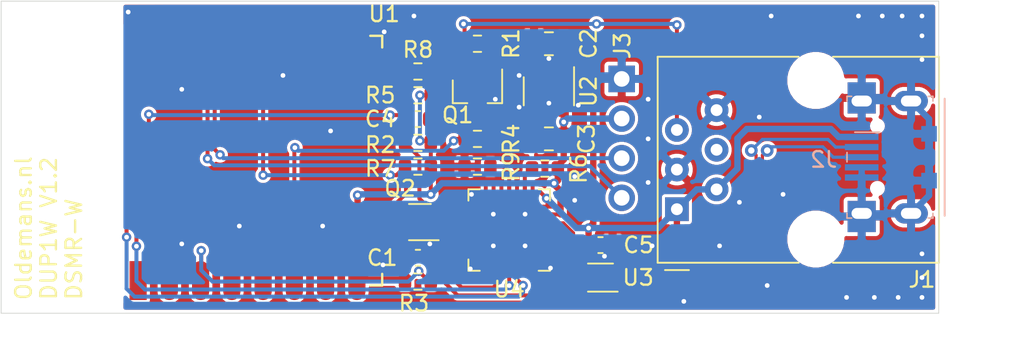
<source format=kicad_pcb>
(kicad_pcb (version 20171130) (host pcbnew "(5.1.9-0-10_14)")

  (general
    (thickness 1.6)
    (drawings 7)
    (tracks 357)
    (zones 0)
    (modules 23)
    (nets 45)
  )

  (page A4)
  (layers
    (0 F.Cu signal)
    (31 B.Cu signal)
    (32 B.Adhes user hide)
    (33 F.Adhes user hide)
    (34 B.Paste user hide)
    (35 F.Paste user hide)
    (36 B.SilkS user)
    (37 F.SilkS user)
    (38 B.Mask user hide)
    (39 F.Mask user hide)
    (40 Dwgs.User user hide)
    (41 Cmts.User user hide)
    (42 Eco1.User user hide)
    (43 Eco2.User user)
    (44 Edge.Cuts user)
    (45 Margin user hide)
    (46 B.CrtYd user hide)
    (47 F.CrtYd user hide)
    (48 B.Fab user hide)
    (49 F.Fab user hide)
  )

  (setup
    (last_trace_width 0.254)
    (user_trace_width 0.254)
    (user_trace_width 0.4064)
    (trace_clearance 0.2032)
    (zone_clearance 0.2032)
    (zone_45_only no)
    (trace_min 0.2032)
    (via_size 0.6)
    (via_drill 0.3)
    (via_min_size 0.4)
    (via_min_drill 0.3)
    (user_via 0.6 0.3)
    (user_via 0.8 0.4)
    (uvia_size 0.3048)
    (uvia_drill 0.1016)
    (uvias_allowed no)
    (uvia_min_size 0.2)
    (uvia_min_drill 0.1)
    (edge_width 0.05)
    (segment_width 0.2)
    (pcb_text_width 0.3)
    (pcb_text_size 1.5 1.5)
    (mod_edge_width 0.12)
    (mod_text_size 1 1)
    (mod_text_width 0.15)
    (pad_size 1.524 1.524)
    (pad_drill 0.762)
    (pad_to_mask_clearance 0)
    (aux_axis_origin 0 0)
    (visible_elements FFFFFF7F)
    (pcbplotparams
      (layerselection 0x010f0_ffffffff)
      (usegerberextensions true)
      (usegerberattributes false)
      (usegerberadvancedattributes false)
      (creategerberjobfile false)
      (excludeedgelayer true)
      (linewidth 0.100000)
      (plotframeref false)
      (viasonmask false)
      (mode 1)
      (useauxorigin false)
      (hpglpennumber 1)
      (hpglpenspeed 20)
      (hpglpendiameter 15.000000)
      (psnegative false)
      (psa4output false)
      (plotreference true)
      (plotvalue false)
      (plotinvisibletext false)
      (padsonsilk false)
      (subtractmaskfromsilk true)
      (outputformat 1)
      (mirror false)
      (drillshape 0)
      (scaleselection 1)
      (outputdirectory "OUTPUTS"))
  )

  (net 0 "")
  (net 1 GND)
  (net 2 +5V)
  (net 3 +3V3)
  (net 4 "Net-(J1-Pad4)")
  (net 5 DATA)
  (net 6 RTS)
  (net 7 DTR)
  (net 8 RST)
  (net 9 GPIO0)
  (net 10 "Net-(U1-Pad7)")
  (net 11 "Net-(U1-Pad4)")
  (net 12 "Net-(U1-Pad2)")
  (net 13 /D+)
  (net 14 /D-)
  (net 15 /CH_PD)
  (net 16 /GPIO2)
  (net 17 "Net-(R6-Pad2)")
  (net 18 /GPIO15)
  (net 19 /D1-)
  (net 20 /D1+)
  (net 21 "Net-(U4-Pad27)")
  (net 22 "Net-(U4-Pad23)")
  (net 23 "Net-(U4-Pad12)")
  (net 24 "Net-(U4-Pad10)")
  (net 25 "Net-(U4-Pad2)")
  (net 26 "Net-(U4-Pad1)")
  (net 27 /ESP_SCL)
  (net 28 /EPS_SDA)
  (net 29 /ESP_TX)
  (net 30 /ESP_RX)
  (net 31 DSMR_DATA)
  (net 32 "Net-(U2-Pad4)")
  (net 33 "Net-(U1-Pad5)")
  (net 34 /USB_SUSP)
  (net 35 "Net-(U4-Pad22)")
  (net 36 "Net-(U4-Pad21)")
  (net 37 "Net-(U4-Pad20)")
  (net 38 "Net-(U4-Pad19)")
  (net 39 "Net-(U4-Pad18)")
  (net 40 "Net-(U4-Pad17)")
  (net 41 "Net-(U4-Pad16)")
  (net 42 "Net-(U4-Pad15)")
  (net 43 "Net-(U4-Pad14)")
  (net 44 "Net-(U4-Pad13)")

  (net_class Default "This is the default net class."
    (clearance 0.2032)
    (trace_width 0.254)
    (via_dia 0.6)
    (via_drill 0.3)
    (uvia_dia 0.3048)
    (uvia_drill 0.1016)
    (diff_pair_width 0.2032)
    (diff_pair_gap 0.2032)
    (add_net /CH_PD)
    (add_net /D+)
    (add_net /D-)
    (add_net /D1+)
    (add_net /D1-)
    (add_net /EPS_SDA)
    (add_net /ESP_RX)
    (add_net /ESP_SCL)
    (add_net /ESP_TX)
    (add_net /GPIO15)
    (add_net /GPIO2)
    (add_net /USB_SUSP)
    (add_net DATA)
    (add_net DSMR_DATA)
    (add_net DTR)
    (add_net GPIO0)
    (add_net "Net-(J1-Pad4)")
    (add_net "Net-(R6-Pad2)")
    (add_net "Net-(U1-Pad2)")
    (add_net "Net-(U1-Pad4)")
    (add_net "Net-(U1-Pad5)")
    (add_net "Net-(U1-Pad7)")
    (add_net "Net-(U2-Pad4)")
    (add_net "Net-(U4-Pad1)")
    (add_net "Net-(U4-Pad10)")
    (add_net "Net-(U4-Pad12)")
    (add_net "Net-(U4-Pad13)")
    (add_net "Net-(U4-Pad14)")
    (add_net "Net-(U4-Pad15)")
    (add_net "Net-(U4-Pad16)")
    (add_net "Net-(U4-Pad17)")
    (add_net "Net-(U4-Pad18)")
    (add_net "Net-(U4-Pad19)")
    (add_net "Net-(U4-Pad2)")
    (add_net "Net-(U4-Pad20)")
    (add_net "Net-(U4-Pad21)")
    (add_net "Net-(U4-Pad22)")
    (add_net "Net-(U4-Pad23)")
    (add_net "Net-(U4-Pad27)")
    (add_net RST)
    (add_net RTS)
  )

  (net_class POWER ""
    (clearance 0.2032)
    (trace_width 0.254)
    (via_dia 0.8)
    (via_drill 0.4)
    (uvia_dia 0.3048)
    (uvia_drill 0.1016)
    (diff_pair_width 0.2032)
    (diff_pair_gap 0.2032)
    (add_net +3V3)
    (add_net +5V)
    (add_net GND)
  )

  (module Package_DFN_QFN:QFN-28-1EP_5x5mm_P0.5mm_EP3.35x3.35mm (layer F.Cu) (tedit 5DC5F6A4) (tstamp 608D6B60)
    (at 32.512 -5.334 180)
    (descr "QFN, 28 Pin (http://ww1.microchip.com/downloads/en/PackagingSpec/00000049BQ.pdf#page=283), generated with kicad-footprint-generator ipc_noLead_generator.py")
    (tags "QFN NoLead")
    (path /6092FD95)
    (attr smd)
    (fp_text reference U4 (at 0 -3.8) (layer F.SilkS)
      (effects (font (size 1 1) (thickness 0.15)))
    )
    (fp_text value CP2102-Axx-xQFN28 (at 0 3.8) (layer F.Fab)
      (effects (font (size 1 1) (thickness 0.15)))
    )
    (fp_line (start 3.1 -3.1) (end -3.1 -3.1) (layer F.CrtYd) (width 0.05))
    (fp_line (start 3.1 3.1) (end 3.1 -3.1) (layer F.CrtYd) (width 0.05))
    (fp_line (start -3.1 3.1) (end 3.1 3.1) (layer F.CrtYd) (width 0.05))
    (fp_line (start -3.1 -3.1) (end -3.1 3.1) (layer F.CrtYd) (width 0.05))
    (fp_line (start -2.5 -1.5) (end -1.5 -2.5) (layer F.Fab) (width 0.1))
    (fp_line (start -2.5 2.5) (end -2.5 -1.5) (layer F.Fab) (width 0.1))
    (fp_line (start 2.5 2.5) (end -2.5 2.5) (layer F.Fab) (width 0.1))
    (fp_line (start 2.5 -2.5) (end 2.5 2.5) (layer F.Fab) (width 0.1))
    (fp_line (start -1.5 -2.5) (end 2.5 -2.5) (layer F.Fab) (width 0.1))
    (fp_line (start -1.885 -2.61) (end -2.61 -2.61) (layer F.SilkS) (width 0.12))
    (fp_line (start 2.61 2.61) (end 2.61 1.885) (layer F.SilkS) (width 0.12))
    (fp_line (start 1.885 2.61) (end 2.61 2.61) (layer F.SilkS) (width 0.12))
    (fp_line (start -2.61 2.61) (end -2.61 1.885) (layer F.SilkS) (width 0.12))
    (fp_line (start -1.885 2.61) (end -2.61 2.61) (layer F.SilkS) (width 0.12))
    (fp_line (start 2.61 -2.61) (end 2.61 -1.885) (layer F.SilkS) (width 0.12))
    (fp_line (start 1.885 -2.61) (end 2.61 -2.61) (layer F.SilkS) (width 0.12))
    (fp_text user %R (at 0 0) (layer F.Fab)
      (effects (font (size 1 1) (thickness 0.15)))
    )
    (pad "" smd roundrect (at 1.12 1.12 180) (size 0.9 0.9) (layers F.Paste) (roundrect_rratio 0.25))
    (pad "" smd roundrect (at 1.12 0 180) (size 0.9 0.9) (layers F.Paste) (roundrect_rratio 0.25))
    (pad "" smd roundrect (at 1.12 -1.12 180) (size 0.9 0.9) (layers F.Paste) (roundrect_rratio 0.25))
    (pad "" smd roundrect (at 0 1.12 180) (size 0.9 0.9) (layers F.Paste) (roundrect_rratio 0.25))
    (pad "" smd roundrect (at 0 0 180) (size 0.9 0.9) (layers F.Paste) (roundrect_rratio 0.25))
    (pad "" smd roundrect (at 0 -1.12 180) (size 0.9 0.9) (layers F.Paste) (roundrect_rratio 0.25))
    (pad "" smd roundrect (at -1.12 1.12 180) (size 0.9 0.9) (layers F.Paste) (roundrect_rratio 0.25))
    (pad "" smd roundrect (at -1.12 0 180) (size 0.9 0.9) (layers F.Paste) (roundrect_rratio 0.25))
    (pad "" smd roundrect (at -1.12 -1.12 180) (size 0.9 0.9) (layers F.Paste) (roundrect_rratio 0.25))
    (pad 29 smd rect (at 0 0 180) (size 3.35 3.35) (layers F.Cu F.Mask)
      (net 1 GND))
    (pad 28 smd roundrect (at -1.5 -2.45 180) (size 0.25 0.8) (layers F.Cu F.Paste F.Mask) (roundrect_rratio 0.25)
      (net 7 DTR))
    (pad 27 smd roundrect (at -1 -2.45 180) (size 0.25 0.8) (layers F.Cu F.Paste F.Mask) (roundrect_rratio 0.25)
      (net 21 "Net-(U4-Pad27)"))
    (pad 26 smd roundrect (at -0.5 -2.45 180) (size 0.25 0.8) (layers F.Cu F.Paste F.Mask) (roundrect_rratio 0.25)
      (net 29 /ESP_TX))
    (pad 25 smd roundrect (at 0 -2.45 180) (size 0.25 0.8) (layers F.Cu F.Paste F.Mask) (roundrect_rratio 0.25)
      (net 30 /ESP_RX))
    (pad 24 smd roundrect (at 0.5 -2.45 180) (size 0.25 0.8) (layers F.Cu F.Paste F.Mask) (roundrect_rratio 0.25)
      (net 6 RTS))
    (pad 23 smd roundrect (at 1 -2.45 180) (size 0.25 0.8) (layers F.Cu F.Paste F.Mask) (roundrect_rratio 0.25)
      (net 22 "Net-(U4-Pad23)"))
    (pad 22 smd roundrect (at 1.5 -2.45 180) (size 0.25 0.8) (layers F.Cu F.Paste F.Mask) (roundrect_rratio 0.25)
      (net 35 "Net-(U4-Pad22)"))
    (pad 21 smd roundrect (at 2.45 -1.5 180) (size 0.8 0.25) (layers F.Cu F.Paste F.Mask) (roundrect_rratio 0.25)
      (net 36 "Net-(U4-Pad21)"))
    (pad 20 smd roundrect (at 2.45 -1 180) (size 0.8 0.25) (layers F.Cu F.Paste F.Mask) (roundrect_rratio 0.25)
      (net 37 "Net-(U4-Pad20)"))
    (pad 19 smd roundrect (at 2.45 -0.5 180) (size 0.8 0.25) (layers F.Cu F.Paste F.Mask) (roundrect_rratio 0.25)
      (net 38 "Net-(U4-Pad19)"))
    (pad 18 smd roundrect (at 2.45 0 180) (size 0.8 0.25) (layers F.Cu F.Paste F.Mask) (roundrect_rratio 0.25)
      (net 39 "Net-(U4-Pad18)"))
    (pad 17 smd roundrect (at 2.45 0.5 180) (size 0.8 0.25) (layers F.Cu F.Paste F.Mask) (roundrect_rratio 0.25)
      (net 40 "Net-(U4-Pad17)"))
    (pad 16 smd roundrect (at 2.45 1 180) (size 0.8 0.25) (layers F.Cu F.Paste F.Mask) (roundrect_rratio 0.25)
      (net 41 "Net-(U4-Pad16)"))
    (pad 15 smd roundrect (at 2.45 1.5 180) (size 0.8 0.25) (layers F.Cu F.Paste F.Mask) (roundrect_rratio 0.25)
      (net 42 "Net-(U4-Pad15)"))
    (pad 14 smd roundrect (at 1.5 2.45 180) (size 0.25 0.8) (layers F.Cu F.Paste F.Mask) (roundrect_rratio 0.25)
      (net 43 "Net-(U4-Pad14)"))
    (pad 13 smd roundrect (at 1 2.45 180) (size 0.25 0.8) (layers F.Cu F.Paste F.Mask) (roundrect_rratio 0.25)
      (net 44 "Net-(U4-Pad13)"))
    (pad 12 smd roundrect (at 0.5 2.45 180) (size 0.25 0.8) (layers F.Cu F.Paste F.Mask) (roundrect_rratio 0.25)
      (net 23 "Net-(U4-Pad12)"))
    (pad 11 smd roundrect (at 0 2.45 180) (size 0.25 0.8) (layers F.Cu F.Paste F.Mask) (roundrect_rratio 0.25)
      (net 34 /USB_SUSP))
    (pad 10 smd roundrect (at -0.5 2.45 180) (size 0.25 0.8) (layers F.Cu F.Paste F.Mask) (roundrect_rratio 0.25)
      (net 24 "Net-(U4-Pad10)"))
    (pad 9 smd roundrect (at -1 2.45 180) (size 0.25 0.8) (layers F.Cu F.Paste F.Mask) (roundrect_rratio 0.25)
      (net 17 "Net-(R6-Pad2)"))
    (pad 8 smd roundrect (at -1.5 2.45 180) (size 0.25 0.8) (layers F.Cu F.Paste F.Mask) (roundrect_rratio 0.25)
      (net 2 +5V))
    (pad 7 smd roundrect (at -2.45 1.5 180) (size 0.8 0.25) (layers F.Cu F.Paste F.Mask) (roundrect_rratio 0.25)
      (net 2 +5V))
    (pad 6 smd roundrect (at -2.45 1 180) (size 0.8 0.25) (layers F.Cu F.Paste F.Mask) (roundrect_rratio 0.25)
      (net 3 +3V3))
    (pad 5 smd roundrect (at -2.45 0.5 180) (size 0.8 0.25) (layers F.Cu F.Paste F.Mask) (roundrect_rratio 0.25)
      (net 19 /D1-))
    (pad 4 smd roundrect (at -2.45 0 180) (size 0.8 0.25) (layers F.Cu F.Paste F.Mask) (roundrect_rratio 0.25)
      (net 20 /D1+))
    (pad 3 smd roundrect (at -2.45 -0.5 180) (size 0.8 0.25) (layers F.Cu F.Paste F.Mask) (roundrect_rratio 0.25)
      (net 1 GND))
    (pad 2 smd roundrect (at -2.45 -1 180) (size 0.8 0.25) (layers F.Cu F.Paste F.Mask) (roundrect_rratio 0.25)
      (net 25 "Net-(U4-Pad2)"))
    (pad 1 smd roundrect (at -2.45 -1.5 180) (size 0.8 0.25) (layers F.Cu F.Paste F.Mask) (roundrect_rratio 0.25)
      (net 26 "Net-(U4-Pad1)"))
    (model ${KISYS3DMOD}/Package_DFN_QFN.3dshapes/QFN-28-1EP_5x5mm_P0.5mm_EP3.35x3.35mm.wrl
      (at (xyz 0 0 0))
      (scale (xyz 1 1 1))
      (rotate (xyz 0 0 0))
    )
  )

  (module MySymbols:OLED_I2C_128x32 locked (layer F.Cu) (tedit 608BFC38) (tstamp 608C6D2B)
    (at 41.2115 -5.207 180)
    (path /60CAF614)
    (fp_text reference J3 (at 1.4605 11.938 90) (layer F.SilkS)
      (effects (font (size 1 1) (thickness 0.15)))
    )
    (fp_text value Conn_01x04_Male (at 10.71 -12.21) (layer F.Fab) hide
      (effects (font (size 1 1) (thickness 0.15)))
    )
    (fp_line (start 29.384 2.16) (end 29.384 7.744) (layer Dwgs.User) (width 0.12))
    (fp_line (start 7.1 7.744) (end 29.384 7.744) (layer Dwgs.User) (width 0.12))
    (fp_line (start 7.1 2.16) (end 29.384 2.16) (layer Dwgs.User) (width 0.12))
    (fp_line (start 5 0) (end 5 12) (layer Dwgs.User) (width 0.12))
    (fp_line (start 7.1 2.16) (end 7.1 7.744) (layer Dwgs.User) (width 0.12))
    (fp_line (start 38 0) (end 38 12) (layer Dwgs.User) (width 0.12))
    (fp_line (start 0 12) (end 38 12) (layer Dwgs.User) (width 0.12))
    (fp_line (start 0 0) (end 0 12) (layer Dwgs.User) (width 0.12))
    (fp_line (start 0 0) (end 38 0) (layer Dwgs.User) (width 0.12))
    (fp_line (start 0.36 0.9) (end 0.36 11.08) (layer F.CrtYd) (width 0.12))
    (fp_line (start 0.36 11.08) (end 2.61 11.08) (layer F.CrtYd) (width 0.12))
    (fp_line (start 2.61 11.08) (end 2.61 0.9) (layer F.CrtYd) (width 0.12))
    (fp_line (start 2.61 0.9) (end 0.36 0.9) (layer F.CrtYd) (width 0.12))
    (fp_text user D (at 3.1115 2.19) (layer F.SilkS) hide
      (effects (font (size 1 1) (thickness 0.15)))
    )
    (fp_text user C (at 2.9845 4.699) (layer F.SilkS) hide
      (effects (font (size 1 1) (thickness 0.15)))
    )
    (fp_text user V (at 3.3 7.27) (layer F.SilkS) hide
      (effects (font (size 1 1) (thickness 0.15)))
    )
    (fp_text user G (at 3.3 9.81) (layer F.SilkS) hide
      (effects (font (size 1 1) (thickness 0.15)))
    )
    (pad 3 thru_hole circle (at 1.5 4.73 180) (size 1.7 1.7) (drill 1) (layers *.Cu *.Mask)
      (net 28 /EPS_SDA))
    (pad 2 thru_hole circle (at 1.5 7.27 180) (size 1.7 1.7) (drill 1) (layers *.Cu *.Mask)
      (net 3 +3V3))
    (pad 4 thru_hole circle (at 1.5 2.19 180) (size 1.7 1.7) (drill 1) (layers *.Cu *.Mask)
      (net 27 /ESP_SCL))
    (pad 1 thru_hole rect (at 1.5 9.81 180) (size 1.7 1.7) (drill 1) (layers *.Cu *.Mask)
      (net 1 GND))
  )

  (module ESP8266:ESP-12 locked (layer F.Cu) (tedit 608BFAFD) (tstamp 608BB227)
    (at 8.763 -2.794 90)
    (descr "Module, ESP-8266, ESP-12, 16 pad, SMD")
    (tags "Module ESP-8266 ESP8266")
    (path /60B730AA)
    (fp_text reference U1 (at 16.383 15.748) (layer F.SilkS)
      (effects (font (size 1 1) (thickness 0.15)))
    )
    (fp_text value ESP-12 (at 6.992 1 90) (layer F.Fab)
      (effects (font (size 1 1) (thickness 0.15)))
    )
    (fp_line (start -2.25 -0.5) (end -2.25 -8.75) (layer F.CrtYd) (width 0.05))
    (fp_line (start -2.25 -8.75) (end 15.25 -8.75) (layer F.CrtYd) (width 0.05))
    (fp_line (start 15.25 -8.75) (end 16.25 -8.75) (layer F.CrtYd) (width 0.05))
    (fp_line (start 16.25 -8.75) (end 16.25 16) (layer F.CrtYd) (width 0.05))
    (fp_line (start 16.25 16) (end -2.25 16) (layer F.CrtYd) (width 0.05))
    (fp_line (start -2.25 16) (end -2.25 -0.5) (layer F.CrtYd) (width 0.05))
    (fp_line (start -1.02 -8.39) (end 14.99 -8.39) (layer F.Fab) (width 0.1524))
    (fp_line (start 14.99 -8.39) (end 14.992 -2.6) (layer F.Fab) (width 0.1524))
    (fp_line (start -1.02 -8.39) (end -1.008 -2.6) (layer F.Fab) (width 0.1524))
    (fp_line (start -1.016 14.859) (end -1.016 15.621) (layer F.SilkS) (width 0.1524))
    (fp_line (start -1.016 15.621) (end -0.27 15.62) (layer F.SilkS) (width 0.1524))
    (fp_line (start 14.986 15.621) (end 14.986 14.859) (layer F.SilkS) (width 0.1524))
    (fp_line (start 14.99 -8.39) (end -1.008 -2.6) (layer F.Fab) (width 0.1524))
    (fp_line (start -1.02 -8.39) (end 14.992 -2.6) (layer F.Fab) (width 0.1524))
    (fp_line (start -1.008 -2.6) (end 14.992 -2.6) (layer F.Fab) (width 0.1524))
    (fp_line (start 15 -8.4) (end 15 15.6) (layer F.Fab) (width 0.05))
    (fp_line (start 14.992 15.6) (end -1.008 15.6) (layer F.Fab) (width 0.05))
    (fp_line (start -1.008 15.6) (end -1.008 -8.4) (layer F.Fab) (width 0.05))
    (fp_line (start -1.008 -8.4) (end 14.992 -8.4) (layer F.Fab) (width 0.05))
    (fp_line (start 14.24 15.622) (end 14.986 15.621) (layer F.SilkS) (width 0.1524))
    (fp_text user "No Copper" (at 6.892 -5.4 90) (layer F.CrtYd)
      (effects (font (size 1 1) (thickness 0.15)))
    )
    (pad 16 smd oval (at 14 0 90) (size 2.5 1.1) (drill (offset 0.7 0)) (layers F.Cu F.Paste F.Mask)
      (net 29 /ESP_TX))
    (pad 15 smd oval (at 14 2 90) (size 2.5 1.1) (drill (offset 0.7 0)) (layers F.Cu F.Paste F.Mask)
      (net 30 /ESP_RX))
    (pad 14 smd oval (at 14 4 90) (size 2.5 1.1) (drill (offset 0.7 0)) (layers F.Cu F.Paste F.Mask)
      (net 27 /ESP_SCL))
    (pad 13 smd oval (at 14 6 90) (size 2.5 1.1) (drill (offset 0.7 0)) (layers F.Cu F.Paste F.Mask)
      (net 28 /EPS_SDA))
    (pad 12 smd oval (at 14 8 90) (size 2.5 1.1) (drill (offset 0.7 0)) (layers F.Cu F.Paste F.Mask)
      (net 9 GPIO0))
    (pad 11 smd oval (at 14 10 90) (size 2.5 1.1) (drill (offset 0.7 0)) (layers F.Cu F.Paste F.Mask)
      (net 16 /GPIO2))
    (pad 10 smd oval (at 14 12 90) (size 2.5 1.1) (drill (offset 0.6 0)) (layers F.Cu F.Paste F.Mask)
      (net 18 /GPIO15))
    (pad 9 smd oval (at 14 14 90) (size 2.5 1.1) (drill (offset 0.7 0)) (layers F.Cu F.Paste F.Mask)
      (net 1 GND))
    (pad 8 smd oval (at 0 14 90) (size 2.5 1.1) (drill (offset -0.7 0)) (layers F.Cu F.Paste F.Mask)
      (net 3 +3V3))
    (pad 7 smd oval (at 0 12 90) (size 2.5 1.1) (drill (offset -0.7 0)) (layers F.Cu F.Paste F.Mask)
      (net 10 "Net-(U1-Pad7)"))
    (pad 6 smd oval (at 0 10 90) (size 2.5 1.1) (drill (offset -0.7 0)) (layers F.Cu F.Paste F.Mask)
      (net 31 DSMR_DATA))
    (pad 5 smd oval (at 0 8 90) (size 2.5 1.1) (drill (offset -0.7 0)) (layers F.Cu F.Paste F.Mask)
      (net 33 "Net-(U1-Pad5)"))
    (pad 4 smd oval (at 0 6 90) (size 2.5 1.1) (drill (offset -0.7 0)) (layers F.Cu F.Paste F.Mask)
      (net 11 "Net-(U1-Pad4)"))
    (pad 3 smd oval (at 0 4 90) (size 2.5 1.1) (drill (offset -0.7 0)) (layers F.Cu F.Paste F.Mask)
      (net 15 /CH_PD))
    (pad 2 smd oval (at 0 2 90) (size 2.5 1.1) (drill (offset -0.7 0)) (layers F.Cu F.Paste F.Mask)
      (net 12 "Net-(U1-Pad2)"))
    (pad 1 smd rect (at 0 0 90) (size 2.5 1.1) (drill (offset -0.7 0)) (layers F.Cu F.Paste F.Mask)
      (net 8 RST))
    (model ${ESPLIB}/ESP8266.3dshapes/ESP-12.wrl
      (at (xyz 0 0 0))
      (scale (xyz 0.3937 0.3937 0.3937))
      (rotate (xyz 0 0 0))
    )
  )

  (module Package_TO_SOT_SMD:SOT-23-5 (layer F.Cu) (tedit 5A02FF57) (tstamp 608C5335)
    (at 35.052 -14.224 270)
    (descr "5-pin SOT23 package")
    (tags SOT-23-5)
    (path /60DC1061)
    (attr smd)
    (fp_text reference U2 (at 0 -2.54 90) (layer F.SilkS)
      (effects (font (size 1 1) (thickness 0.15)))
    )
    (fp_text value MIC5219-3.3YM5 (at 0 2.9 90) (layer F.Fab)
      (effects (font (size 1 1) (thickness 0.15)))
    )
    (fp_line (start -0.9 1.61) (end 0.9 1.61) (layer F.SilkS) (width 0.12))
    (fp_line (start 0.9 -1.61) (end -1.55 -1.61) (layer F.SilkS) (width 0.12))
    (fp_line (start -1.9 -1.8) (end 1.9 -1.8) (layer F.CrtYd) (width 0.05))
    (fp_line (start 1.9 -1.8) (end 1.9 1.8) (layer F.CrtYd) (width 0.05))
    (fp_line (start 1.9 1.8) (end -1.9 1.8) (layer F.CrtYd) (width 0.05))
    (fp_line (start -1.9 1.8) (end -1.9 -1.8) (layer F.CrtYd) (width 0.05))
    (fp_line (start -0.9 -0.9) (end -0.25 -1.55) (layer F.Fab) (width 0.1))
    (fp_line (start 0.9 -1.55) (end -0.25 -1.55) (layer F.Fab) (width 0.1))
    (fp_line (start -0.9 -0.9) (end -0.9 1.55) (layer F.Fab) (width 0.1))
    (fp_line (start 0.9 1.55) (end -0.9 1.55) (layer F.Fab) (width 0.1))
    (fp_line (start 0.9 -1.55) (end 0.9 1.55) (layer F.Fab) (width 0.1))
    (fp_text user %R (at 0 0) (layer F.Fab)
      (effects (font (size 0.5 0.5) (thickness 0.075)))
    )
    (pad 5 smd rect (at 1.1 -0.95 270) (size 1.06 0.65) (layers F.Cu F.Paste F.Mask)
      (net 3 +3V3))
    (pad 4 smd rect (at 1.1 0.95 270) (size 1.06 0.65) (layers F.Cu F.Paste F.Mask)
      (net 32 "Net-(U2-Pad4)"))
    (pad 3 smd rect (at -1.1 0.95 270) (size 1.06 0.65) (layers F.Cu F.Paste F.Mask)
      (net 2 +5V))
    (pad 2 smd rect (at -1.1 0 270) (size 1.06 0.65) (layers F.Cu F.Paste F.Mask)
      (net 1 GND))
    (pad 1 smd rect (at -1.1 -0.95 270) (size 1.06 0.65) (layers F.Cu F.Paste F.Mask)
      (net 2 +5V))
    (model ${KISYS3DMOD}/Package_TO_SOT_SMD.3dshapes/SOT-23-5.wrl
      (at (xyz 0 0 0))
      (scale (xyz 1 1 1))
      (rotate (xyz 0 0 0))
    )
  )

  (module Capacitor_SMD:C_0805_2012Metric (layer F.Cu) (tedit 5F68FEEE) (tstamp 608C505C)
    (at 35.052 -11.176 180)
    (descr "Capacitor SMD 0805 (2012 Metric), square (rectangular) end terminal, IPC_7351 nominal, (Body size source: IPC-SM-782 page 76, https://www.pcb-3d.com/wordpress/wp-content/uploads/ipc-sm-782a_amendment_1_and_2.pdf, https://docs.google.com/spreadsheets/d/1BsfQQcO9C6DZCsRaXUlFlo91Tg2WpOkGARC1WS5S8t0/edit?usp=sharing), generated with kicad-footprint-generator")
    (tags capacitor)
    (path /60DE60A6)
    (attr smd)
    (fp_text reference C3 (at -2.413 0 270) (layer F.SilkS)
      (effects (font (size 1 1) (thickness 0.15)))
    )
    (fp_text value 4,7uF (at 0 1.68) (layer F.Fab)
      (effects (font (size 1 1) (thickness 0.15)))
    )
    (fp_line (start -1 0.625) (end -1 -0.625) (layer F.Fab) (width 0.1))
    (fp_line (start -1 -0.625) (end 1 -0.625) (layer F.Fab) (width 0.1))
    (fp_line (start 1 -0.625) (end 1 0.625) (layer F.Fab) (width 0.1))
    (fp_line (start 1 0.625) (end -1 0.625) (layer F.Fab) (width 0.1))
    (fp_line (start -0.261252 -0.735) (end 0.261252 -0.735) (layer F.SilkS) (width 0.12))
    (fp_line (start -0.261252 0.735) (end 0.261252 0.735) (layer F.SilkS) (width 0.12))
    (fp_line (start -1.7 0.98) (end -1.7 -0.98) (layer F.CrtYd) (width 0.05))
    (fp_line (start -1.7 -0.98) (end 1.7 -0.98) (layer F.CrtYd) (width 0.05))
    (fp_line (start 1.7 -0.98) (end 1.7 0.98) (layer F.CrtYd) (width 0.05))
    (fp_line (start 1.7 0.98) (end -1.7 0.98) (layer F.CrtYd) (width 0.05))
    (fp_text user %R (at 0 0) (layer F.Fab)
      (effects (font (size 0.5 0.5) (thickness 0.08)))
    )
    (pad 2 smd roundrect (at 0.95 0 180) (size 1 1.45) (layers F.Cu F.Paste F.Mask) (roundrect_rratio 0.25)
      (net 1 GND))
    (pad 1 smd roundrect (at -0.95 0 180) (size 1 1.45) (layers F.Cu F.Paste F.Mask) (roundrect_rratio 0.25)
      (net 3 +3V3))
    (model ${KISYS3DMOD}/Capacitor_SMD.3dshapes/C_0805_2012Metric.wrl
      (at (xyz 0 0 0))
      (scale (xyz 1 1 1))
      (rotate (xyz 0 0 0))
    )
  )

  (module Capacitor_SMD:C_0805_2012Metric (layer F.Cu) (tedit 5F68FEEE) (tstamp 608C504B)
    (at 35.052 -17.272 180)
    (descr "Capacitor SMD 0805 (2012 Metric), square (rectangular) end terminal, IPC_7351 nominal, (Body size source: IPC-SM-782 page 76, https://www.pcb-3d.com/wordpress/wp-content/uploads/ipc-sm-782a_amendment_1_and_2.pdf, https://docs.google.com/spreadsheets/d/1BsfQQcO9C6DZCsRaXUlFlo91Tg2WpOkGARC1WS5S8t0/edit?usp=sharing), generated with kicad-footprint-generator")
    (tags capacitor)
    (path /60DDDD4A)
    (attr smd)
    (fp_text reference C2 (at -2.54 0 90) (layer F.SilkS)
      (effects (font (size 1 1) (thickness 0.15)))
    )
    (fp_text value 4,7uF (at 0 1.68) (layer F.Fab)
      (effects (font (size 1 1) (thickness 0.15)))
    )
    (fp_line (start -1 0.625) (end -1 -0.625) (layer F.Fab) (width 0.1))
    (fp_line (start -1 -0.625) (end 1 -0.625) (layer F.Fab) (width 0.1))
    (fp_line (start 1 -0.625) (end 1 0.625) (layer F.Fab) (width 0.1))
    (fp_line (start 1 0.625) (end -1 0.625) (layer F.Fab) (width 0.1))
    (fp_line (start -0.261252 -0.735) (end 0.261252 -0.735) (layer F.SilkS) (width 0.12))
    (fp_line (start -0.261252 0.735) (end 0.261252 0.735) (layer F.SilkS) (width 0.12))
    (fp_line (start -1.7 0.98) (end -1.7 -0.98) (layer F.CrtYd) (width 0.05))
    (fp_line (start -1.7 -0.98) (end 1.7 -0.98) (layer F.CrtYd) (width 0.05))
    (fp_line (start 1.7 -0.98) (end 1.7 0.98) (layer F.CrtYd) (width 0.05))
    (fp_line (start 1.7 0.98) (end -1.7 0.98) (layer F.CrtYd) (width 0.05))
    (fp_text user %R (at 0 0) (layer F.Fab)
      (effects (font (size 0.5 0.5) (thickness 0.08)))
    )
    (pad 2 smd roundrect (at 0.95 0 180) (size 1 1.45) (layers F.Cu F.Paste F.Mask) (roundrect_rratio 0.25)
      (net 1 GND))
    (pad 1 smd roundrect (at -0.95 0 180) (size 1 1.45) (layers F.Cu F.Paste F.Mask) (roundrect_rratio 0.25)
      (net 2 +5V))
    (model ${KISYS3DMOD}/Capacitor_SMD.3dshapes/C_0805_2012Metric.wrl
      (at (xyz 0 0 0))
      (scale (xyz 1 1 1))
      (rotate (xyz 0 0 0))
    )
  )

  (module Package_TO_SOT_SMD:SOT-666 (layer F.Cu) (tedit 5A02FF57) (tstamp 608BC54B)
    (at 38.354 -2.286 180)
    (descr SOT666)
    (tags SOT-666)
    (path /60C0FEF9)
    (clearance 0.1905)
    (attr smd)
    (fp_text reference U3 (at -2.413 0) (layer F.SilkS)
      (effects (font (size 1 1) (thickness 0.15)))
    )
    (fp_text value USBLC6-2P6 (at 0 1.75 180) (layer F.Fab)
      (effects (font (size 1 1) (thickness 0.15)))
    )
    (fp_line (start -0.65 -0.53) (end -0.33 -0.85) (layer F.Fab) (width 0.1))
    (fp_line (start 0.8 -0.9) (end -1.1 -0.9) (layer F.SilkS) (width 0.12))
    (fp_line (start -0.8 0.9) (end 0.8 0.9) (layer F.SilkS) (width 0.12))
    (fp_line (start -1.5 -1.1) (end 1.5 -1.1) (layer F.CrtYd) (width 0.05))
    (fp_line (start 0.65 -0.85) (end -0.33 -0.85) (layer F.Fab) (width 0.1))
    (fp_line (start -0.65 -0.53) (end -0.65 0.85) (layer F.Fab) (width 0.1))
    (fp_line (start -1.5 1.1) (end 1.5 1.1) (layer F.CrtYd) (width 0.05))
    (fp_line (start 0.65 -0.85) (end 0.65 0.85) (layer F.Fab) (width 0.1))
    (fp_line (start 0.65 0.85) (end -0.65 0.85) (layer F.Fab) (width 0.1))
    (fp_line (start -1.5 -1.1) (end -1.5 1.1) (layer F.CrtYd) (width 0.05))
    (fp_line (start 1.5 1.1) (end 1.5 -1.1) (layer F.CrtYd) (width 0.05))
    (fp_text user %R (at 0 0 90) (layer F.Fab)
      (effects (font (size 0.5 0.5) (thickness 0.075)))
    )
    (pad 6 smd rect (at 0.85 -0.5375 180) (size 0.5 0.375) (layers F.Cu F.Paste F.Mask)
      (net 20 /D1+))
    (pad 4 smd rect (at 0.85 0.5375 180) (size 0.5 0.375) (layers F.Cu F.Paste F.Mask)
      (net 19 /D1-))
    (pad 2 smd rect (at -0.925 0 180) (size 0.65 0.3) (layers F.Cu F.Paste F.Mask)
      (net 1 GND))
    (pad 5 smd rect (at 0.925 0 180) (size 0.65 0.3) (layers F.Cu F.Paste F.Mask)
      (net 2 +5V))
    (pad 3 smd rect (at -0.85 0.5375 180) (size 0.5 0.375) (layers F.Cu F.Paste F.Mask)
      (net 14 /D-))
    (pad 1 smd rect (at -0.85 -0.5375 180) (size 0.5 0.375) (layers F.Cu F.Paste F.Mask)
      (net 13 /D+))
    (model ${KISYS3DMOD}/Package_TO_SOT_SMD.3dshapes/SOT-666.wrl
      (at (xyz 0 0 0))
      (scale (xyz 1 1 1))
      (rotate (xyz 0 0 0))
    )
  )

  (module Resistor_SMD:R_0603_1608Metric (layer F.Cu) (tedit 5F68FEEE) (tstamp 608BC4BB)
    (at 30.48 -9.398)
    (descr "Resistor SMD 0603 (1608 Metric), square (rectangular) end terminal, IPC_7351 nominal, (Body size source: IPC-SM-782 page 72, https://www.pcb-3d.com/wordpress/wp-content/uploads/ipc-sm-782a_amendment_1_and_2.pdf), generated with kicad-footprint-generator")
    (tags resistor)
    (path /60C0A451)
    (attr smd)
    (fp_text reference R9 (at 2.159 0 90) (layer F.SilkS)
      (effects (font (size 1 1) (thickness 0.15)))
    )
    (fp_text value 10K (at 0 1.43) (layer F.Fab)
      (effects (font (size 1 1) (thickness 0.15)))
    )
    (fp_line (start -0.8 0.4125) (end -0.8 -0.4125) (layer F.Fab) (width 0.1))
    (fp_line (start -0.8 -0.4125) (end 0.8 -0.4125) (layer F.Fab) (width 0.1))
    (fp_line (start 0.8 -0.4125) (end 0.8 0.4125) (layer F.Fab) (width 0.1))
    (fp_line (start 0.8 0.4125) (end -0.8 0.4125) (layer F.Fab) (width 0.1))
    (fp_line (start -0.237258 -0.5225) (end 0.237258 -0.5225) (layer F.SilkS) (width 0.12))
    (fp_line (start -0.237258 0.5225) (end 0.237258 0.5225) (layer F.SilkS) (width 0.12))
    (fp_line (start -1.48 0.73) (end -1.48 -0.73) (layer F.CrtYd) (width 0.05))
    (fp_line (start -1.48 -0.73) (end 1.48 -0.73) (layer F.CrtYd) (width 0.05))
    (fp_line (start 1.48 -0.73) (end 1.48 0.73) (layer F.CrtYd) (width 0.05))
    (fp_line (start 1.48 0.73) (end -1.48 0.73) (layer F.CrtYd) (width 0.05))
    (fp_text user %R (at 0 0) (layer F.Fab)
      (effects (font (size 0.4 0.4) (thickness 0.06)))
    )
    (pad 2 smd roundrect (at 0.825 0) (size 0.8 0.95) (layers F.Cu F.Paste F.Mask) (roundrect_rratio 0.25)
      (net 34 /USB_SUSP))
    (pad 1 smd roundrect (at -0.825 0) (size 0.8 0.95) (layers F.Cu F.Paste F.Mask) (roundrect_rratio 0.25)
      (net 1 GND))
    (model ${KISYS3DMOD}/Resistor_SMD.3dshapes/R_0603_1608Metric.wrl
      (at (xyz 0 0 0))
      (scale (xyz 1 1 1))
      (rotate (xyz 0 0 0))
    )
  )

  (module Resistor_SMD:R_0603_1608Metric (layer F.Cu) (tedit 5F68FEEE) (tstamp 608BC4AA)
    (at 26.67 -15.494)
    (descr "Resistor SMD 0603 (1608 Metric), square (rectangular) end terminal, IPC_7351 nominal, (Body size source: IPC-SM-782 page 72, https://www.pcb-3d.com/wordpress/wp-content/uploads/ipc-sm-782a_amendment_1_and_2.pdf), generated with kicad-footprint-generator")
    (tags resistor)
    (path /603AE4CA)
    (attr smd)
    (fp_text reference R8 (at 0 -1.397) (layer F.SilkS)
      (effects (font (size 1 1) (thickness 0.15)))
    )
    (fp_text value 10K (at 0 1.43) (layer F.Fab)
      (effects (font (size 1 1) (thickness 0.15)))
    )
    (fp_line (start -0.8 0.4125) (end -0.8 -0.4125) (layer F.Fab) (width 0.1))
    (fp_line (start -0.8 -0.4125) (end 0.8 -0.4125) (layer F.Fab) (width 0.1))
    (fp_line (start 0.8 -0.4125) (end 0.8 0.4125) (layer F.Fab) (width 0.1))
    (fp_line (start 0.8 0.4125) (end -0.8 0.4125) (layer F.Fab) (width 0.1))
    (fp_line (start -0.237258 -0.5225) (end 0.237258 -0.5225) (layer F.SilkS) (width 0.12))
    (fp_line (start -0.237258 0.5225) (end 0.237258 0.5225) (layer F.SilkS) (width 0.12))
    (fp_line (start -1.48 0.73) (end -1.48 -0.73) (layer F.CrtYd) (width 0.05))
    (fp_line (start -1.48 -0.73) (end 1.48 -0.73) (layer F.CrtYd) (width 0.05))
    (fp_line (start 1.48 -0.73) (end 1.48 0.73) (layer F.CrtYd) (width 0.05))
    (fp_line (start 1.48 0.73) (end -1.48 0.73) (layer F.CrtYd) (width 0.05))
    (fp_text user %R (at 0 0) (layer F.Fab)
      (effects (font (size 0.4 0.4) (thickness 0.06)))
    )
    (pad 2 smd roundrect (at 0.825 0) (size 0.8 0.95) (layers F.Cu F.Paste F.Mask) (roundrect_rratio 0.25)
      (net 1 GND))
    (pad 1 smd roundrect (at -0.825 0) (size 0.8 0.95) (layers F.Cu F.Paste F.Mask) (roundrect_rratio 0.25)
      (net 18 /GPIO15))
    (model ${KISYS3DMOD}/Resistor_SMD.3dshapes/R_0603_1608Metric.wrl
      (at (xyz 0 0 0))
      (scale (xyz 1 1 1))
      (rotate (xyz 0 0 0))
    )
  )

  (module Resistor_SMD:R_0603_1608Metric (layer F.Cu) (tedit 5F68FEEE) (tstamp 608D7C20)
    (at 26.67 -9.398)
    (descr "Resistor SMD 0603 (1608 Metric), square (rectangular) end terminal, IPC_7351 nominal, (Body size source: IPC-SM-782 page 72, https://www.pcb-3d.com/wordpress/wp-content/uploads/ipc-sm-782a_amendment_1_and_2.pdf), generated with kicad-footprint-generator")
    (tags resistor)
    (path /603FD3F8)
    (attr smd)
    (fp_text reference R7 (at -2.413 0.127) (layer F.SilkS)
      (effects (font (size 1 1) (thickness 0.15)))
    )
    (fp_text value 10K (at 0 1.43) (layer F.Fab)
      (effects (font (size 1 1) (thickness 0.15)))
    )
    (fp_line (start -0.8 0.4125) (end -0.8 -0.4125) (layer F.Fab) (width 0.1))
    (fp_line (start -0.8 -0.4125) (end 0.8 -0.4125) (layer F.Fab) (width 0.1))
    (fp_line (start 0.8 -0.4125) (end 0.8 0.4125) (layer F.Fab) (width 0.1))
    (fp_line (start 0.8 0.4125) (end -0.8 0.4125) (layer F.Fab) (width 0.1))
    (fp_line (start -0.237258 -0.5225) (end 0.237258 -0.5225) (layer F.SilkS) (width 0.12))
    (fp_line (start -0.237258 0.5225) (end 0.237258 0.5225) (layer F.SilkS) (width 0.12))
    (fp_line (start -1.48 0.73) (end -1.48 -0.73) (layer F.CrtYd) (width 0.05))
    (fp_line (start -1.48 -0.73) (end 1.48 -0.73) (layer F.CrtYd) (width 0.05))
    (fp_line (start 1.48 -0.73) (end 1.48 0.73) (layer F.CrtYd) (width 0.05))
    (fp_line (start 1.48 0.73) (end -1.48 0.73) (layer F.CrtYd) (width 0.05))
    (fp_text user %R (at 0 0) (layer F.Fab)
      (effects (font (size 0.4 0.4) (thickness 0.06)))
    )
    (pad 2 smd roundrect (at 0.825 0) (size 0.8 0.95) (layers F.Cu F.Paste F.Mask) (roundrect_rratio 0.25)
      (net 3 +3V3))
    (pad 1 smd roundrect (at -0.825 0) (size 0.8 0.95) (layers F.Cu F.Paste F.Mask) (roundrect_rratio 0.25)
      (net 9 GPIO0))
    (model ${KISYS3DMOD}/Resistor_SMD.3dshapes/R_0603_1608Metric.wrl
      (at (xyz 0 0 0))
      (scale (xyz 1 1 1))
      (rotate (xyz 0 0 0))
    )
  )

  (module Resistor_SMD:R_0603_1608Metric (layer F.Cu) (tedit 5F68FEEE) (tstamp 608BC488)
    (at 34.798 -9.271 180)
    (descr "Resistor SMD 0603 (1608 Metric), square (rectangular) end terminal, IPC_7351 nominal, (Body size source: IPC-SM-782 page 72, https://www.pcb-3d.com/wordpress/wp-content/uploads/ipc-sm-782a_amendment_1_and_2.pdf), generated with kicad-footprint-generator")
    (tags resistor)
    (path /60BD8598)
    (attr smd)
    (fp_text reference R6 (at -2.159 0 90) (layer F.SilkS)
      (effects (font (size 1 1) (thickness 0.15)))
    )
    (fp_text value 10K (at 0 1.43) (layer F.Fab)
      (effects (font (size 1 1) (thickness 0.15)))
    )
    (fp_line (start -0.8 0.4125) (end -0.8 -0.4125) (layer F.Fab) (width 0.1))
    (fp_line (start -0.8 -0.4125) (end 0.8 -0.4125) (layer F.Fab) (width 0.1))
    (fp_line (start 0.8 -0.4125) (end 0.8 0.4125) (layer F.Fab) (width 0.1))
    (fp_line (start 0.8 0.4125) (end -0.8 0.4125) (layer F.Fab) (width 0.1))
    (fp_line (start -0.237258 -0.5225) (end 0.237258 -0.5225) (layer F.SilkS) (width 0.12))
    (fp_line (start -0.237258 0.5225) (end 0.237258 0.5225) (layer F.SilkS) (width 0.12))
    (fp_line (start -1.48 0.73) (end -1.48 -0.73) (layer F.CrtYd) (width 0.05))
    (fp_line (start -1.48 -0.73) (end 1.48 -0.73) (layer F.CrtYd) (width 0.05))
    (fp_line (start 1.48 -0.73) (end 1.48 0.73) (layer F.CrtYd) (width 0.05))
    (fp_line (start 1.48 0.73) (end -1.48 0.73) (layer F.CrtYd) (width 0.05))
    (fp_text user %R (at 0 0) (layer F.Fab)
      (effects (font (size 0.4 0.4) (thickness 0.06)))
    )
    (pad 2 smd roundrect (at 0.825 0 180) (size 0.8 0.95) (layers F.Cu F.Paste F.Mask) (roundrect_rratio 0.25)
      (net 17 "Net-(R6-Pad2)"))
    (pad 1 smd roundrect (at -0.825 0 180) (size 0.8 0.95) (layers F.Cu F.Paste F.Mask) (roundrect_rratio 0.25)
      (net 3 +3V3))
    (model ${KISYS3DMOD}/Resistor_SMD.3dshapes/R_0603_1608Metric.wrl
      (at (xyz 0 0 0))
      (scale (xyz 1 1 1))
      (rotate (xyz 0 0 0))
    )
  )

  (module Resistor_SMD:R_0603_1608Metric (layer F.Cu) (tedit 5F68FEEE) (tstamp 608BC477)
    (at 26.67 -13.97)
    (descr "Resistor SMD 0603 (1608 Metric), square (rectangular) end terminal, IPC_7351 nominal, (Body size source: IPC-SM-782 page 72, https://www.pcb-3d.com/wordpress/wp-content/uploads/ipc-sm-782a_amendment_1_and_2.pdf), generated with kicad-footprint-generator")
    (tags resistor)
    (path /6088CF24)
    (attr smd)
    (fp_text reference R5 (at -2.413 0) (layer F.SilkS)
      (effects (font (size 1 1) (thickness 0.15)))
    )
    (fp_text value 10K (at 0 1.43) (layer F.Fab)
      (effects (font (size 1 1) (thickness 0.15)))
    )
    (fp_line (start -0.8 0.4125) (end -0.8 -0.4125) (layer F.Fab) (width 0.1))
    (fp_line (start -0.8 -0.4125) (end 0.8 -0.4125) (layer F.Fab) (width 0.1))
    (fp_line (start 0.8 -0.4125) (end 0.8 0.4125) (layer F.Fab) (width 0.1))
    (fp_line (start 0.8 0.4125) (end -0.8 0.4125) (layer F.Fab) (width 0.1))
    (fp_line (start -0.237258 -0.5225) (end 0.237258 -0.5225) (layer F.SilkS) (width 0.12))
    (fp_line (start -0.237258 0.5225) (end 0.237258 0.5225) (layer F.SilkS) (width 0.12))
    (fp_line (start -1.48 0.73) (end -1.48 -0.73) (layer F.CrtYd) (width 0.05))
    (fp_line (start -1.48 -0.73) (end 1.48 -0.73) (layer F.CrtYd) (width 0.05))
    (fp_line (start 1.48 -0.73) (end 1.48 0.73) (layer F.CrtYd) (width 0.05))
    (fp_line (start 1.48 0.73) (end -1.48 0.73) (layer F.CrtYd) (width 0.05))
    (fp_text user %R (at 0 0) (layer F.Fab)
      (effects (font (size 0.4 0.4) (thickness 0.06)))
    )
    (pad 2 smd roundrect (at 0.825 0) (size 0.8 0.95) (layers F.Cu F.Paste F.Mask) (roundrect_rratio 0.25)
      (net 3 +3V3))
    (pad 1 smd roundrect (at -0.825 0) (size 0.8 0.95) (layers F.Cu F.Paste F.Mask) (roundrect_rratio 0.25)
      (net 16 /GPIO2))
    (model ${KISYS3DMOD}/Resistor_SMD.3dshapes/R_0603_1608Metric.wrl
      (at (xyz 0 0 0))
      (scale (xyz 1 1 1))
      (rotate (xyz 0 0 0))
    )
  )

  (module Resistor_SMD:R_0603_1608Metric (layer F.Cu) (tedit 5F68FEEE) (tstamp 608BC466)
    (at 30.48 -11.176 180)
    (descr "Resistor SMD 0603 (1608 Metric), square (rectangular) end terminal, IPC_7351 nominal, (Body size source: IPC-SM-782 page 72, https://www.pcb-3d.com/wordpress/wp-content/uploads/ipc-sm-782a_amendment_1_and_2.pdf), generated with kicad-footprint-generator")
    (tags resistor)
    (path /603B8B6D)
    (attr smd)
    (fp_text reference R4 (at -2.159 0 90) (layer F.SilkS)
      (effects (font (size 1 1) (thickness 0.15)))
    )
    (fp_text value 10K (at 0 1.43) (layer F.Fab)
      (effects (font (size 1 1) (thickness 0.15)))
    )
    (fp_line (start -0.8 0.4125) (end -0.8 -0.4125) (layer F.Fab) (width 0.1))
    (fp_line (start -0.8 -0.4125) (end 0.8 -0.4125) (layer F.Fab) (width 0.1))
    (fp_line (start 0.8 -0.4125) (end 0.8 0.4125) (layer F.Fab) (width 0.1))
    (fp_line (start 0.8 0.4125) (end -0.8 0.4125) (layer F.Fab) (width 0.1))
    (fp_line (start -0.237258 -0.5225) (end 0.237258 -0.5225) (layer F.SilkS) (width 0.12))
    (fp_line (start -0.237258 0.5225) (end 0.237258 0.5225) (layer F.SilkS) (width 0.12))
    (fp_line (start -1.48 0.73) (end -1.48 -0.73) (layer F.CrtYd) (width 0.05))
    (fp_line (start -1.48 -0.73) (end 1.48 -0.73) (layer F.CrtYd) (width 0.05))
    (fp_line (start 1.48 -0.73) (end 1.48 0.73) (layer F.CrtYd) (width 0.05))
    (fp_line (start 1.48 0.73) (end -1.48 0.73) (layer F.CrtYd) (width 0.05))
    (fp_text user %R (at 0 0) (layer F.Fab)
      (effects (font (size 0.4 0.4) (thickness 0.06)))
    )
    (pad 2 smd roundrect (at 0.825 0 180) (size 0.8 0.95) (layers F.Cu F.Paste F.Mask) (roundrect_rratio 0.25)
      (net 31 DSMR_DATA))
    (pad 1 smd roundrect (at -0.825 0 180) (size 0.8 0.95) (layers F.Cu F.Paste F.Mask) (roundrect_rratio 0.25)
      (net 2 +5V))
    (model ${KISYS3DMOD}/Resistor_SMD.3dshapes/R_0603_1608Metric.wrl
      (at (xyz 0 0 0))
      (scale (xyz 1 1 1))
      (rotate (xyz 0 0 0))
    )
  )

  (module Resistor_SMD:R_0603_1608Metric (layer F.Cu) (tedit 5F68FEEE) (tstamp 608BC455)
    (at 26.6695 -2.032)
    (descr "Resistor SMD 0603 (1608 Metric), square (rectangular) end terminal, IPC_7351 nominal, (Body size source: IPC-SM-782 page 72, https://www.pcb-3d.com/wordpress/wp-content/uploads/ipc-sm-782a_amendment_1_and_2.pdf), generated with kicad-footprint-generator")
    (tags resistor)
    (path /603ADA73)
    (attr smd)
    (fp_text reference R3 (at -0.2535 1.397) (layer F.SilkS)
      (effects (font (size 1 1) (thickness 0.15)))
    )
    (fp_text value 10K (at 0 1.43) (layer F.Fab)
      (effects (font (size 1 1) (thickness 0.15)))
    )
    (fp_line (start -0.8 0.4125) (end -0.8 -0.4125) (layer F.Fab) (width 0.1))
    (fp_line (start -0.8 -0.4125) (end 0.8 -0.4125) (layer F.Fab) (width 0.1))
    (fp_line (start 0.8 -0.4125) (end 0.8 0.4125) (layer F.Fab) (width 0.1))
    (fp_line (start 0.8 0.4125) (end -0.8 0.4125) (layer F.Fab) (width 0.1))
    (fp_line (start -0.237258 -0.5225) (end 0.237258 -0.5225) (layer F.SilkS) (width 0.12))
    (fp_line (start -0.237258 0.5225) (end 0.237258 0.5225) (layer F.SilkS) (width 0.12))
    (fp_line (start -1.48 0.73) (end -1.48 -0.73) (layer F.CrtYd) (width 0.05))
    (fp_line (start -1.48 -0.73) (end 1.48 -0.73) (layer F.CrtYd) (width 0.05))
    (fp_line (start 1.48 -0.73) (end 1.48 0.73) (layer F.CrtYd) (width 0.05))
    (fp_line (start 1.48 0.73) (end -1.48 0.73) (layer F.CrtYd) (width 0.05))
    (fp_text user %R (at 0 0) (layer F.Fab)
      (effects (font (size 0.4 0.4) (thickness 0.06)))
    )
    (pad 2 smd roundrect (at 0.825 0) (size 0.8 0.95) (layers F.Cu F.Paste F.Mask) (roundrect_rratio 0.25)
      (net 15 /CH_PD))
    (pad 1 smd roundrect (at -0.825 0) (size 0.8 0.95) (layers F.Cu F.Paste F.Mask) (roundrect_rratio 0.25)
      (net 3 +3V3))
    (model ${KISYS3DMOD}/Resistor_SMD.3dshapes/R_0603_1608Metric.wrl
      (at (xyz 0 0 0))
      (scale (xyz 1 1 1))
      (rotate (xyz 0 0 0))
    )
  )

  (module Resistor_SMD:R_0603_1608Metric (layer F.Cu) (tedit 5F68FEEE) (tstamp 608BC444)
    (at 26.67 -10.922)
    (descr "Resistor SMD 0603 (1608 Metric), square (rectangular) end terminal, IPC_7351 nominal, (Body size source: IPC-SM-782 page 72, https://www.pcb-3d.com/wordpress/wp-content/uploads/ipc-sm-782a_amendment_1_and_2.pdf), generated with kicad-footprint-generator")
    (tags resistor)
    (path /603ACF16)
    (attr smd)
    (fp_text reference R2 (at -2.413 0.127) (layer F.SilkS)
      (effects (font (size 1 1) (thickness 0.15)))
    )
    (fp_text value 10K (at 0 1.43) (layer F.Fab)
      (effects (font (size 1 1) (thickness 0.15)))
    )
    (fp_line (start -0.8 0.4125) (end -0.8 -0.4125) (layer F.Fab) (width 0.1))
    (fp_line (start -0.8 -0.4125) (end 0.8 -0.4125) (layer F.Fab) (width 0.1))
    (fp_line (start 0.8 -0.4125) (end 0.8 0.4125) (layer F.Fab) (width 0.1))
    (fp_line (start 0.8 0.4125) (end -0.8 0.4125) (layer F.Fab) (width 0.1))
    (fp_line (start -0.237258 -0.5225) (end 0.237258 -0.5225) (layer F.SilkS) (width 0.12))
    (fp_line (start -0.237258 0.5225) (end 0.237258 0.5225) (layer F.SilkS) (width 0.12))
    (fp_line (start -1.48 0.73) (end -1.48 -0.73) (layer F.CrtYd) (width 0.05))
    (fp_line (start -1.48 -0.73) (end 1.48 -0.73) (layer F.CrtYd) (width 0.05))
    (fp_line (start 1.48 -0.73) (end 1.48 0.73) (layer F.CrtYd) (width 0.05))
    (fp_line (start 1.48 0.73) (end -1.48 0.73) (layer F.CrtYd) (width 0.05))
    (fp_text user %R (at 0 0) (layer F.Fab)
      (effects (font (size 0.4 0.4) (thickness 0.06)))
    )
    (pad 2 smd roundrect (at 0.825 0) (size 0.8 0.95) (layers F.Cu F.Paste F.Mask) (roundrect_rratio 0.25)
      (net 3 +3V3))
    (pad 1 smd roundrect (at -0.825 0) (size 0.8 0.95) (layers F.Cu F.Paste F.Mask) (roundrect_rratio 0.25)
      (net 8 RST))
    (model ${KISYS3DMOD}/Resistor_SMD.3dshapes/R_0603_1608Metric.wrl
      (at (xyz 0 0 0))
      (scale (xyz 1 1 1))
      (rotate (xyz 0 0 0))
    )
  )

  (module Resistor_SMD:R_0603_1608Metric (layer F.Cu) (tedit 5F68FEEE) (tstamp 608BF62A)
    (at 30.48 -17.272 180)
    (descr "Resistor SMD 0603 (1608 Metric), square (rectangular) end terminal, IPC_7351 nominal, (Body size source: IPC-SM-782 page 72, https://www.pcb-3d.com/wordpress/wp-content/uploads/ipc-sm-782a_amendment_1_and_2.pdf), generated with kicad-footprint-generator")
    (tags resistor)
    (path /603B913D)
    (attr smd)
    (fp_text reference R1 (at -2.159 0 90) (layer F.SilkS)
      (effects (font (size 1 1) (thickness 0.15)))
    )
    (fp_text value 10K (at 0 1.43) (layer F.Fab)
      (effects (font (size 1 1) (thickness 0.15)))
    )
    (fp_line (start -0.8 0.4125) (end -0.8 -0.4125) (layer F.Fab) (width 0.1))
    (fp_line (start -0.8 -0.4125) (end 0.8 -0.4125) (layer F.Fab) (width 0.1))
    (fp_line (start 0.8 -0.4125) (end 0.8 0.4125) (layer F.Fab) (width 0.1))
    (fp_line (start 0.8 0.4125) (end -0.8 0.4125) (layer F.Fab) (width 0.1))
    (fp_line (start -0.237258 -0.5225) (end 0.237258 -0.5225) (layer F.SilkS) (width 0.12))
    (fp_line (start -0.237258 0.5225) (end 0.237258 0.5225) (layer F.SilkS) (width 0.12))
    (fp_line (start -1.48 0.73) (end -1.48 -0.73) (layer F.CrtYd) (width 0.05))
    (fp_line (start -1.48 -0.73) (end 1.48 -0.73) (layer F.CrtYd) (width 0.05))
    (fp_line (start 1.48 -0.73) (end 1.48 0.73) (layer F.CrtYd) (width 0.05))
    (fp_line (start 1.48 0.73) (end -1.48 0.73) (layer F.CrtYd) (width 0.05))
    (fp_text user %R (at 0 0) (layer F.Fab)
      (effects (font (size 0.4 0.4) (thickness 0.06)))
    )
    (pad 2 smd roundrect (at 0.825 0 180) (size 0.8 0.95) (layers F.Cu F.Paste F.Mask) (roundrect_rratio 0.25)
      (net 5 DATA))
    (pad 1 smd roundrect (at -0.825 0 180) (size 0.8 0.95) (layers F.Cu F.Paste F.Mask) (roundrect_rratio 0.25)
      (net 2 +5V))
    (model ${KISYS3DMOD}/Resistor_SMD.3dshapes/R_0603_1608Metric.wrl
      (at (xyz 0 0 0))
      (scale (xyz 1 1 1))
      (rotate (xyz 0 0 0))
    )
  )

  (module Package_TO_SOT_SMD:SOT-363_SC-70-6 (layer F.Cu) (tedit 5A02FF57) (tstamp 608BC422)
    (at 26.797 -5.842 180)
    (descr "SOT-363, SC-70-6")
    (tags "SOT-363 SC-70-6")
    (path /60AFC880)
    (attr smd)
    (fp_text reference Q2 (at 1.27 2.159) (layer F.SilkS)
      (effects (font (size 1 1) (thickness 0.15)))
    )
    (fp_text value UMH3N (at 0 2 180) (layer F.Fab)
      (effects (font (size 1 1) (thickness 0.15)))
    )
    (fp_line (start 0.7 -1.16) (end -1.2 -1.16) (layer F.SilkS) (width 0.12))
    (fp_line (start -0.7 1.16) (end 0.7 1.16) (layer F.SilkS) (width 0.12))
    (fp_line (start 1.6 1.4) (end 1.6 -1.4) (layer F.CrtYd) (width 0.05))
    (fp_line (start -1.6 -1.4) (end -1.6 1.4) (layer F.CrtYd) (width 0.05))
    (fp_line (start -1.6 -1.4) (end 1.6 -1.4) (layer F.CrtYd) (width 0.05))
    (fp_line (start 0.675 -1.1) (end -0.175 -1.1) (layer F.Fab) (width 0.1))
    (fp_line (start -0.675 -0.6) (end -0.675 1.1) (layer F.Fab) (width 0.1))
    (fp_line (start -1.6 1.4) (end 1.6 1.4) (layer F.CrtYd) (width 0.05))
    (fp_line (start 0.675 -1.1) (end 0.675 1.1) (layer F.Fab) (width 0.1))
    (fp_line (start 0.675 1.1) (end -0.675 1.1) (layer F.Fab) (width 0.1))
    (fp_line (start -0.175 -1.1) (end -0.675 -0.6) (layer F.Fab) (width 0.1))
    (fp_text user %R (at 0 0 90) (layer F.Fab)
      (effects (font (size 0.5 0.5) (thickness 0.075)))
    )
    (pad 6 smd rect (at 0.95 -0.65 180) (size 0.65 0.4) (layers F.Cu F.Paste F.Mask)
      (net 9 GPIO0))
    (pad 4 smd rect (at 0.95 0.65 180) (size 0.65 0.4) (layers F.Cu F.Paste F.Mask)
      (net 6 RTS))
    (pad 2 smd rect (at -0.95 0 180) (size 0.65 0.4) (layers F.Cu F.Paste F.Mask)
      (net 6 RTS))
    (pad 5 smd rect (at 0.95 0 180) (size 0.65 0.4) (layers F.Cu F.Paste F.Mask)
      (net 7 DTR))
    (pad 3 smd rect (at -0.95 0.65 180) (size 0.65 0.4) (layers F.Cu F.Paste F.Mask)
      (net 8 RST))
    (pad 1 smd rect (at -0.95 -0.65 180) (size 0.65 0.4) (layers F.Cu F.Paste F.Mask)
      (net 7 DTR))
    (model ${KISYS3DMOD}/Package_TO_SOT_SMD.3dshapes/SOT-363_SC-70-6.wrl
      (at (xyz 0 0 0))
      (scale (xyz 1 1 1))
      (rotate (xyz 0 0 0))
    )
  )

  (module Package_TO_SOT_SMD:SOT-23 (layer F.Cu) (tedit 5A02FF57) (tstamp 608BC40C)
    (at 30.48 -14.224 270)
    (descr "SOT-23, Standard")
    (tags SOT-23)
    (path /607A1864)
    (attr smd)
    (fp_text reference Q1 (at 1.524 1.27) (layer F.SilkS)
      (effects (font (size 1 1) (thickness 0.15)))
    )
    (fp_text value BS170F (at 0 2.5 270) (layer F.Fab)
      (effects (font (size 1 1) (thickness 0.15)))
    )
    (fp_line (start -0.7 -0.95) (end -0.7 1.5) (layer F.Fab) (width 0.1))
    (fp_line (start -0.15 -1.52) (end 0.7 -1.52) (layer F.Fab) (width 0.1))
    (fp_line (start -0.7 -0.95) (end -0.15 -1.52) (layer F.Fab) (width 0.1))
    (fp_line (start 0.7 -1.52) (end 0.7 1.52) (layer F.Fab) (width 0.1))
    (fp_line (start -0.7 1.52) (end 0.7 1.52) (layer F.Fab) (width 0.1))
    (fp_line (start 0.76 1.58) (end 0.76 0.65) (layer F.SilkS) (width 0.12))
    (fp_line (start 0.76 -1.58) (end 0.76 -0.65) (layer F.SilkS) (width 0.12))
    (fp_line (start -1.7 -1.75) (end 1.7 -1.75) (layer F.CrtYd) (width 0.05))
    (fp_line (start 1.7 -1.75) (end 1.7 1.75) (layer F.CrtYd) (width 0.05))
    (fp_line (start 1.7 1.75) (end -1.7 1.75) (layer F.CrtYd) (width 0.05))
    (fp_line (start -1.7 1.75) (end -1.7 -1.75) (layer F.CrtYd) (width 0.05))
    (fp_line (start 0.76 -1.58) (end -1.4 -1.58) (layer F.SilkS) (width 0.12))
    (fp_line (start 0.76 1.58) (end -0.7 1.58) (layer F.SilkS) (width 0.12))
    (fp_text user %R (at 0 0 180) (layer F.Fab)
      (effects (font (size 0.5 0.5) (thickness 0.075)))
    )
    (pad 3 smd rect (at 1 0 270) (size 0.9 0.8) (layers F.Cu F.Paste F.Mask)
      (net 31 DSMR_DATA))
    (pad 2 smd rect (at -1 0.95 270) (size 0.9 0.8) (layers F.Cu F.Paste F.Mask)
      (net 1 GND))
    (pad 1 smd rect (at -1 -0.95 270) (size 0.9 0.8) (layers F.Cu F.Paste F.Mask)
      (net 5 DATA))
    (model ${KISYS3DMOD}/Package_TO_SOT_SMD.3dshapes/SOT-23.wrl
      (at (xyz 0 0 0))
      (scale (xyz 1 1 1))
      (rotate (xyz 0 0 0))
    )
  )

  (module MySymbols:USB_Micro_B_Female (layer B.Cu) (tedit 6054B134) (tstamp 608BC3C9)
    (at 58.2295 -10 270)
    (descr https://cdn.amphenol-icc.com/media/wysiwyg/files/drawing/10103594.pdf)
    (path /603DE563)
    (attr smd)
    (fp_text reference J2 (at 0.1524 5.59054 180) (layer B.SilkS)
      (effects (font (size 1 1) (thickness 0.15)) (justify mirror))
    )
    (fp_text value USB_B_Micro (at -0.22098 -3.5941 270) (layer B.Fab)
      (effects (font (size 1 1) (thickness 0.15)) (justify mirror))
    )
    (fp_line (start 3.75 -2.15) (end -3.75 -2.15) (layer B.SilkS) (width 0.12))
    (fp_line (start -3.75 3.97) (end -3.75 -1.29) (layer B.Fab) (width 0.1))
    (fp_line (start -3.75 3.97) (end 3.75 3.97) (layer B.Fab) (width 0.1))
    (fp_line (start 3.75 3.97) (end 3.75 -1.29) (layer B.Fab) (width 0.1))
    (fp_line (start -3.75 -1.29) (end 3.75 -1.29) (layer B.Fab) (width 0.1))
    (fp_line (start 3.9 4.1) (end 3.9 3.8) (layer B.SilkS) (width 0.1))
    (fp_line (start 3.9 4.1) (end 3.6 4.1) (layer B.SilkS) (width 0.1))
    (fp_line (start -3.9 4.1) (end -3.9 3.8) (layer B.SilkS) (width 0.1))
    (fp_line (start -3.9 4.1) (end -3.6 4.1) (layer B.SilkS) (width 0.1))
    (fp_line (start -3.9 -1.4) (end -3.6 -1.4) (layer B.SilkS) (width 0.1))
    (fp_line (start -3.9 -1.4) (end -3.9 -1.1) (layer B.SilkS) (width 0.1))
    (fp_line (start 3.9 -1.4) (end 3.6 -1.4) (layer B.SilkS) (width 0.1))
    (fp_line (start 3.9 -1.4) (end 3.9 -1.1) (layer B.SilkS) (width 0.1))
    (fp_line (start 0 4.1) (end -0.3 4.1) (layer B.SilkS) (width 0.1))
    (fp_line (start 0 4.1) (end 0.3 4.1) (layer B.SilkS) (width 0.1))
    (fp_line (start -1.6 3.6) (end -1.6 2) (layer B.SilkS) (width 0.1))
    (fp_line (start -4.68 -1.75) (end -4.68 4.22) (layer B.CrtYd) (width 0.05))
    (fp_line (start -4.68 -1.75) (end 4.68 -1.75) (layer B.CrtYd) (width 0.05))
    (fp_line (start -4.68 4.22) (end 4.68 4.22) (layer B.CrtYd) (width 0.05))
    (fp_line (start 4.68 -1.75) (end 4.68 4.22) (layer B.CrtYd) (width 0.05))
    (fp_line (start -4.5 -1.3) (end -4.5 -2.5) (layer Dwgs.User) (width 0.12))
    (fp_line (start -4.5 -2.5) (end 4.5 -2.5) (layer Dwgs.User) (width 0.12))
    (fp_line (start 4.5 -2.5) (end 4.5 -1.3) (layer Dwgs.User) (width 0.12))
    (pad SH smd rect (at -1.5 -1.15 270) (size 1 1) (layers B.Cu B.Paste B.Mask)
      (net 1 GND))
    (pad 1 smd rect (at -1.3 3.16 270) (size 0.4 2.15) (layers B.Cu B.Paste B.Mask)
      (net 2 +5V))
    (pad SH thru_hole rect (at -3.6 3.16 270) (size 2 1.8) (drill oval 0.7 1.3 (offset -0.2 0)) (layers *.Cu *.Mask)
      (net 1 GND))
    (pad SH thru_hole oval (at -3.6 0 270) (size 1.3 2.15) (drill oval 0.7 1.3) (layers *.Cu *.Mask)
      (net 1 GND))
    (pad SH thru_hole rect (at 3.6 3.16 90) (size 2 1.8) (drill oval 0.7 1.3 (offset -0.2 0)) (layers *.Cu *.Mask)
      (net 1 GND))
    (pad SH thru_hole oval (at 3.6 0 270) (size 1.3 2.15) (drill oval 0.7 1.3) (layers *.Cu *.Mask)
      (net 1 GND))
    (pad "" np_thru_hole circle (at -2 2.15 270) (size 0.55 0.55) (drill 0.55) (layers *.Cu *.Mask))
    (pad "" np_thru_hole circle (at 2 2.15 270) (size 0.55 0.55) (drill 0.55) (layers *.Cu *.Mask))
    (pad SH smd rect (at 1.5 -1.15 270) (size 1 1) (layers B.Cu B.Paste B.Mask)
      (net 1 GND))
    (pad 2 smd rect (at -0.65 3.16 270) (size 0.4 2.15) (layers B.Cu B.Paste B.Mask)
      (net 14 /D-))
    (pad 3 smd rect (at 0 3.16 270) (size 0.4 2.15) (layers B.Cu B.Paste B.Mask)
      (net 13 /D+))
    (pad 4 smd rect (at 0.65 3.16 270) (size 0.4 2.15) (layers B.Cu B.Paste B.Mask)
      (net 1 GND))
    (pad 5 smd rect (at 1.3 3.16 270) (size 0.4 2.15) (layers B.Cu B.Paste B.Mask)
      (net 1 GND))
    (model ${KISYS3DMOD}/Connector_USB.3dshapes/USB_Micro-B_Molex_47346-0001.step
      (offset (xyz 0 1.5 0))
      (scale (xyz 1 1 1))
      (rotate (xyz 0 0 0))
    )
  )

  (module Capacitor_SMD:C_0603_1608Metric (layer F.Cu) (tedit 5F68FEEE) (tstamp 608D767C)
    (at 38.354 -4.3688 180)
    (descr "Capacitor SMD 0603 (1608 Metric), square (rectangular) end terminal, IPC_7351 nominal, (Body size source: IPC-SM-782 page 76, https://www.pcb-3d.com/wordpress/wp-content/uploads/ipc-sm-782a_amendment_1_and_2.pdf), generated with kicad-footprint-generator")
    (tags capacitor)
    (path /60C563AC)
    (attr smd)
    (fp_text reference C5 (at -2.4384 0) (layer F.SilkS)
      (effects (font (size 1 1) (thickness 0.15)))
    )
    (fp_text value 100nF (at 0 1.43) (layer F.Fab)
      (effects (font (size 1 1) (thickness 0.15)))
    )
    (fp_line (start -0.8 0.4) (end -0.8 -0.4) (layer F.Fab) (width 0.1))
    (fp_line (start -0.8 -0.4) (end 0.8 -0.4) (layer F.Fab) (width 0.1))
    (fp_line (start 0.8 -0.4) (end 0.8 0.4) (layer F.Fab) (width 0.1))
    (fp_line (start 0.8 0.4) (end -0.8 0.4) (layer F.Fab) (width 0.1))
    (fp_line (start -0.14058 -0.51) (end 0.14058 -0.51) (layer F.SilkS) (width 0.12))
    (fp_line (start -0.14058 0.51) (end 0.14058 0.51) (layer F.SilkS) (width 0.12))
    (fp_line (start -1.48 0.73) (end -1.48 -0.73) (layer F.CrtYd) (width 0.05))
    (fp_line (start -1.48 -0.73) (end 1.48 -0.73) (layer F.CrtYd) (width 0.05))
    (fp_line (start 1.48 -0.73) (end 1.48 0.73) (layer F.CrtYd) (width 0.05))
    (fp_line (start 1.48 0.73) (end -1.48 0.73) (layer F.CrtYd) (width 0.05))
    (fp_text user %R (at 0 0) (layer F.Fab)
      (effects (font (size 0.4 0.4) (thickness 0.06)))
    )
    (pad 2 smd roundrect (at 0.775 0 180) (size 0.9 0.95) (layers F.Cu F.Paste F.Mask) (roundrect_rratio 0.25)
      (net 2 +5V))
    (pad 1 smd roundrect (at -0.775 0 180) (size 0.9 0.95) (layers F.Cu F.Paste F.Mask) (roundrect_rratio 0.25)
      (net 1 GND))
    (model ${KISYS3DMOD}/Capacitor_SMD.3dshapes/C_0603_1608Metric.wrl
      (at (xyz 0 0 0))
      (scale (xyz 1 1 1))
      (rotate (xyz 0 0 0))
    )
  )

  (module Capacitor_SMD:C_0603_1608Metric (layer F.Cu) (tedit 5F68FEEE) (tstamp 608BC33B)
    (at 26.67 -12.446)
    (descr "Capacitor SMD 0603 (1608 Metric), square (rectangular) end terminal, IPC_7351 nominal, (Body size source: IPC-SM-782 page 76, https://www.pcb-3d.com/wordpress/wp-content/uploads/ipc-sm-782a_amendment_1_and_2.pdf), generated with kicad-footprint-generator")
    (tags capacitor)
    (path /60A1E678)
    (attr smd)
    (fp_text reference C4 (at -2.413 0) (layer F.SilkS)
      (effects (font (size 1 1) (thickness 0.15)))
    )
    (fp_text value 100nF (at 0 1.43) (layer F.Fab)
      (effects (font (size 1 1) (thickness 0.15)))
    )
    (fp_line (start -0.8 0.4) (end -0.8 -0.4) (layer F.Fab) (width 0.1))
    (fp_line (start -0.8 -0.4) (end 0.8 -0.4) (layer F.Fab) (width 0.1))
    (fp_line (start 0.8 -0.4) (end 0.8 0.4) (layer F.Fab) (width 0.1))
    (fp_line (start 0.8 0.4) (end -0.8 0.4) (layer F.Fab) (width 0.1))
    (fp_line (start -0.14058 -0.51) (end 0.14058 -0.51) (layer F.SilkS) (width 0.12))
    (fp_line (start -0.14058 0.51) (end 0.14058 0.51) (layer F.SilkS) (width 0.12))
    (fp_line (start -1.48 0.73) (end -1.48 -0.73) (layer F.CrtYd) (width 0.05))
    (fp_line (start -1.48 -0.73) (end 1.48 -0.73) (layer F.CrtYd) (width 0.05))
    (fp_line (start 1.48 -0.73) (end 1.48 0.73) (layer F.CrtYd) (width 0.05))
    (fp_line (start 1.48 0.73) (end -1.48 0.73) (layer F.CrtYd) (width 0.05))
    (fp_text user %R (at 0 0) (layer F.Fab)
      (effects (font (size 0.4 0.4) (thickness 0.06)))
    )
    (pad 2 smd roundrect (at 0.775 0) (size 0.9 0.95) (layers F.Cu F.Paste F.Mask) (roundrect_rratio 0.25)
      (net 1 GND))
    (pad 1 smd roundrect (at -0.775 0) (size 0.9 0.95) (layers F.Cu F.Paste F.Mask) (roundrect_rratio 0.25)
      (net 8 RST))
    (model ${KISYS3DMOD}/Capacitor_SMD.3dshapes/C_0603_1608Metric.wrl
      (at (xyz 0 0 0))
      (scale (xyz 1 1 1))
      (rotate (xyz 0 0 0))
    )
  )

  (module Capacitor_SMD:C_0603_1608Metric (layer F.Cu) (tedit 5F68FEEE) (tstamp 608BF98E)
    (at 26.67 -3.556)
    (descr "Capacitor SMD 0603 (1608 Metric), square (rectangular) end terminal, IPC_7351 nominal, (Body size source: IPC-SM-782 page 76, https://www.pcb-3d.com/wordpress/wp-content/uploads/ipc-sm-782a_amendment_1_and_2.pdf), generated with kicad-footprint-generator")
    (tags capacitor)
    (path /603B2F3D)
    (attr smd)
    (fp_text reference C1 (at -2.286 0 180) (layer F.SilkS)
      (effects (font (size 1 1) (thickness 0.15)))
    )
    (fp_text value 100nF (at 0 1.43) (layer F.Fab)
      (effects (font (size 1 1) (thickness 0.15)))
    )
    (fp_line (start -0.8 0.4) (end -0.8 -0.4) (layer F.Fab) (width 0.1))
    (fp_line (start -0.8 -0.4) (end 0.8 -0.4) (layer F.Fab) (width 0.1))
    (fp_line (start 0.8 -0.4) (end 0.8 0.4) (layer F.Fab) (width 0.1))
    (fp_line (start 0.8 0.4) (end -0.8 0.4) (layer F.Fab) (width 0.1))
    (fp_line (start -0.14058 -0.51) (end 0.14058 -0.51) (layer F.SilkS) (width 0.12))
    (fp_line (start -0.14058 0.51) (end 0.14058 0.51) (layer F.SilkS) (width 0.12))
    (fp_line (start -1.48 0.73) (end -1.48 -0.73) (layer F.CrtYd) (width 0.05))
    (fp_line (start -1.48 -0.73) (end 1.48 -0.73) (layer F.CrtYd) (width 0.05))
    (fp_line (start 1.48 -0.73) (end 1.48 0.73) (layer F.CrtYd) (width 0.05))
    (fp_line (start 1.48 0.73) (end -1.48 0.73) (layer F.CrtYd) (width 0.05))
    (fp_text user %R (at 0 0) (layer F.Fab)
      (effects (font (size 0.4 0.4) (thickness 0.06)))
    )
    (pad 2 smd roundrect (at 0.775 0) (size 0.9 0.95) (layers F.Cu F.Paste F.Mask) (roundrect_rratio 0.25)
      (net 1 GND))
    (pad 1 smd roundrect (at -0.775 0) (size 0.9 0.95) (layers F.Cu F.Paste F.Mask) (roundrect_rratio 0.25)
      (net 3 +3V3))
    (model ${KISYS3DMOD}/Capacitor_SMD.3dshapes/C_0603_1608Metric.wrl
      (at (xyz 0 0 0))
      (scale (xyz 1 1 1))
      (rotate (xyz 0 0 0))
    )
  )

  (module Connector_RJ:RJ12_Amphenol_54601 locked (layer F.Cu) (tedit 5AE2E32D) (tstamp 608BDD85)
    (at 43.2435 -6.6675 90)
    (descr "RJ12 connector  https://cdn.amphenol-icc.com/media/wysiwyg/files/drawing/c-bmj-0082.pdf")
    (tags "RJ12 connector")
    (path /603AA045)
    (fp_text reference J1 (at -4.5085 15.6845) (layer F.SilkS)
      (effects (font (size 1 1) (thickness 0.15)))
    )
    (fp_text value RJ12 (at 3.54 18.3 90) (layer F.Fab)
      (effects (font (size 1 1) (thickness 0.15)))
    )
    (fp_line (start -3.43 -0.48) (end -3.43 -1.23) (layer F.Fab) (width 0.1))
    (fp_line (start -2.93 0.02) (end -3.43 -0.48) (layer F.Fab) (width 0.1))
    (fp_line (start -3.43 0.52) (end -2.93 0.02) (layer F.Fab) (width 0.1))
    (fp_line (start -3.9 0.77) (end -3.9 -0.76) (layer F.SilkS) (width 0.12))
    (fp_line (start -3.43 7.79) (end -3.43 -1.23) (layer F.SilkS) (width 0.12))
    (fp_line (start -3.43 7.72) (end -3.43 7.79) (layer F.SilkS) (width 0.1))
    (fp_line (start -3.43 16.77) (end -3.43 9.99) (layer F.SilkS) (width 0.12))
    (fp_line (start 9.77 16.77) (end -3.43 16.77) (layer F.SilkS) (width 0.12))
    (fp_line (start 9.77 16.76) (end 9.77 16.77) (layer F.SilkS) (width 0.1))
    (fp_line (start 9.77 16.77) (end 9.77 9.99) (layer F.SilkS) (width 0.12))
    (fp_line (start 9.77 16.65) (end 9.77 16.77) (layer F.SilkS) (width 0.1))
    (fp_line (start 9.77 -1.23) (end 9.77 7.79) (layer F.SilkS) (width 0.12))
    (fp_line (start -3.43 -1.23) (end 9.77 -1.23) (layer F.SilkS) (width 0.12))
    (fp_line (start -4.04 17.27) (end -4.04 -1.73) (layer F.CrtYd) (width 0.05))
    (fp_line (start 10.38 17.27) (end -4.04 17.27) (layer F.CrtYd) (width 0.05))
    (fp_line (start 10.38 -1.73) (end 10.38 17.27) (layer F.CrtYd) (width 0.05))
    (fp_line (start -4.04 -1.73) (end 10.38 -1.73) (layer F.CrtYd) (width 0.05))
    (fp_line (start 9.77 16.77) (end -3.43 16.77) (layer F.Fab) (width 0.1))
    (fp_line (start 9.77 -1.23) (end 9.77 16.77) (layer F.Fab) (width 0.1))
    (fp_line (start -3.43 -1.23) (end 9.77 -1.23) (layer F.Fab) (width 0.1))
    (fp_line (start -3.43 16.77) (end -3.43 0.52) (layer F.Fab) (width 0.1))
    (fp_text user %R (at 3.16 7.76 90) (layer F.Fab)
      (effects (font (size 1 1) (thickness 0.15)))
    )
    (pad 1 thru_hole rect (at 0 0 90) (size 1.52 1.52) (drill 0.76) (layers *.Cu *.Mask)
      (net 2 +5V))
    (pad "" np_thru_hole circle (at -1.91 8.89 90) (size 3.25 3.25) (drill 3.25) (layers *.Cu *.Mask))
    (pad 2 thru_hole circle (at 1.27 2.54 90) (size 1.52 1.52) (drill 0.76) (layers *.Cu *.Mask)
      (net 2 +5V))
    (pad 3 thru_hole circle (at 2.54 0 90) (size 1.52 1.52) (drill 0.76) (layers *.Cu *.Mask)
      (net 1 GND))
    (pad 4 thru_hole circle (at 3.81 2.54 90) (size 1.52 1.52) (drill 0.76) (layers *.Cu *.Mask)
      (net 4 "Net-(J1-Pad4)"))
    (pad 5 thru_hole circle (at 5.08 0 90) (size 1.52 1.52) (drill 0.76) (layers *.Cu *.Mask)
      (net 5 DATA))
    (pad 6 thru_hole circle (at 6.35 2.54 90) (size 1.52 1.52) (drill 0.76) (layers *.Cu *.Mask)
      (net 1 GND))
    (pad "" np_thru_hole circle (at 8.25 8.89 90) (size 3.25 3.25) (drill 3.25) (layers *.Cu *.Mask))
    (model ${KISYS3DMOD}/Connector_RJ.3dshapes/RJ12_Amphenol_54601.wrl
      (at (xyz 0 0 0))
      (scale (xyz 1 1 1))
      (rotate (xyz 0 0 0))
    )
  )

  (dimension 60 (width 0.15) (layer Eco2.User)
    (gr_text "60.000 mm" (at 30 3.84) (layer Eco2.User)
      (effects (font (size 1 1) (thickness 0.15)))
    )
    (feature1 (pts (xy 0 0) (xy 0 3.126421)))
    (feature2 (pts (xy 60 0) (xy 60 3.126421)))
    (crossbar (pts (xy 60 2.54) (xy 0 2.54)))
    (arrow1a (pts (xy 0 2.54) (xy 1.126504 1.953579)))
    (arrow1b (pts (xy 0 2.54) (xy 1.126504 3.126421)))
    (arrow2a (pts (xy 60 2.54) (xy 58.873496 1.953579)))
    (arrow2b (pts (xy 60 2.54) (xy 58.873496 3.126421)))
  )
  (dimension 20 (width 0.15) (layer Eco2.User)
    (gr_text "20.000 mm" (at 64.094 -10 270) (layer Eco2.User)
      (effects (font (size 1 1) (thickness 0.15)))
    )
    (feature1 (pts (xy 60 0) (xy 63.380421 0)))
    (feature2 (pts (xy 60 -20) (xy 63.380421 -20)))
    (crossbar (pts (xy 62.794 -20) (xy 62.794 0)))
    (arrow1a (pts (xy 62.794 0) (xy 62.207579 -1.126504)))
    (arrow1b (pts (xy 62.794 0) (xy 63.380421 -1.126504)))
    (arrow2a (pts (xy 62.794 -20) (xy 62.207579 -18.873496)))
    (arrow2b (pts (xy 62.794 -20) (xy 63.380421 -18.873496)))
  )
  (gr_text "Oldemans.nl\nDUP1W V1.2\nDSMR-W" (at 3.048 -0.762 90) (layer F.SilkS)
    (effects (font (size 1 1) (thickness 0.15)) (justify left))
  )
  (gr_line (start 60 -20) (end 60 0) (layer Edge.Cuts) (width 0.05))
  (gr_line (start 0 -20) (end 60 -20) (layer Edge.Cuts) (width 0.05))
  (gr_line (start 0 0) (end 0 -20) (layer Edge.Cuts) (width 0.05))
  (gr_line (start 0 0) (end 60 0) (layer Edge.Cuts) (width 0.05))

  (via (at 31.496 -4.318) (size 0.6) (drill 0.3) (layers F.Cu B.Cu) (net 1))
  (via (at 33.528 -6.35) (size 0.6) (drill 0.3) (layers F.Cu B.Cu) (net 1))
  (via (at 31.496 -6.35) (size 0.6) (drill 0.3) (layers F.Cu B.Cu) (net 1))
  (segment (start 58.2295 -13.6) (end 55.0695 -13.6) (width 0.4064) (layer B.Cu) (net 1))
  (segment (start 58.2295 -6.4) (end 55.0695 -6.4) (width 0.4064) (layer B.Cu) (net 1))
  (segment (start 59.3795 -12.45) (end 58.2295 -13.6) (width 0.4064) (layer B.Cu) (net 1))
  (segment (start 59.3795 -11.5) (end 59.3795 -12.45) (width 0.4064) (layer B.Cu) (net 1))
  (segment (start 59.3795 -7.55) (end 58.2295 -6.4) (width 0.4064) (layer B.Cu) (net 1))
  (segment (start 59.3795 -8.5) (end 59.3795 -7.55) (width 0.4064) (layer B.Cu) (net 1))
  (segment (start 59.3795 -11.5) (end 59.3795 -8.5) (width 0.4064) (layer B.Cu) (net 1))
  (segment (start 55.0695 -8.7) (end 55.0695 -6.4) (width 0.4064) (layer B.Cu) (net 1))
  (segment (start 55.0695 -9.35) (end 55.0695 -8.7) (width 0.4064) (layer B.Cu) (net 1))
  (segment (start 32.05679 -4.87879) (end 32.512 -5.334) (width 0.254) (layer F.Cu) (net 1))
  (segment (start 33.012 -4.834) (end 32.512 -5.334) (width 0.254) (layer F.Cu) (net 1))
  (segment (start 34.962 -4.834) (end 33.012 -4.834) (width 0.254) (layer F.Cu) (net 1))
  (segment (start 35.052 -15.324) (end 35.052 -16.322) (width 0.4064) (layer F.Cu) (net 1))
  (segment (start 27.445 -12.446) (end 27.686 -12.446) (width 0.254) (layer F.Cu) (net 1))
  (segment (start 28.718 -15.224) (end 28.702 -15.24) (width 0.254) (layer F.Cu) (net 1))
  (segment (start 29.53 -15.224) (end 28.718 -15.224) (width 0.4064) (layer F.Cu) (net 1))
  (via (at 33.528 -4.318) (size 0.6) (drill 0.3) (layers F.Cu B.Cu) (net 1) (tstamp 608CB9AA))
  (segment (start 27.445 -3.556) (end 27.432 -3.556) (width 0.254) (layer F.Cu) (net 1))
  (segment (start 22.763 -16.794) (end 22.763 -17.81) (width 0.4064) (layer F.Cu) (net 1))
  (via (at 35.052 -16.322) (size 0.6) (drill 0.3) (layers F.Cu B.Cu) (net 1))
  (via (at 35.052 -13.462) (size 0.6) (drill 0.3) (layers F.Cu B.Cu) (net 1))
  (segment (start 35.052 -12.126) (end 35.052 -13.462) (width 0.4064) (layer F.Cu) (net 1))
  (segment (start 34.102 -11.176) (end 35.052 -12.126) (width 0.4064) (layer F.Cu) (net 1))
  (segment (start 35.052 -13.462) (end 35.052 -16.322) (width 0.4064) (layer B.Cu) (net 1))
  (segment (start 39.4885 -15.24) (end 35.136 -15.24) (width 0.4064) (layer B.Cu) (net 1))
  (segment (start 35.136 -15.24) (end 35.052 -15.324) (width 0.254) (layer B.Cu) (net 1))
  (segment (start 39.7115 -15.017) (end 39.4885 -15.24) (width 0.254) (layer B.Cu) (net 1))
  (via (at 30.099 -7.62) (size 0.6) (drill 0.3) (layers F.Cu B.Cu) (net 1))
  (via (at 31.623 -13.716) (size 0.6) (drill 0.3) (layers F.Cu B.Cu) (net 1))
  (via (at 24.511 -18.034) (size 0.6) (drill 0.3) (layers F.Cu B.Cu) (net 1))
  (via (at 11.557 -14.351) (size 0.6) (drill 0.3) (layers F.Cu B.Cu) (net 1))
  (via (at 11.557 -4.445) (size 0.6) (drill 0.3) (layers F.Cu B.Cu) (net 1))
  (segment (start 34.102 -17.079) (end 34.102 -17.272) (width 0.4064) (layer F.Cu) (net 1))
  (segment (start 34.859 -16.322) (end 34.102 -17.079) (width 0.4064) (layer F.Cu) (net 1))
  (segment (start 35.052 -16.322) (end 34.859 -16.322) (width 0.4064) (layer F.Cu) (net 1))
  (segment (start 29.655 -8.064) (end 29.718 -8.001) (width 0.254) (layer F.Cu) (net 1))
  (segment (start 29.718 -8.001) (end 30.099 -7.62) (width 0.254) (layer F.Cu) (net 1))
  (segment (start 29.655 -9.398) (end 29.655 -8.064) (width 0.254) (layer F.Cu) (net 1))
  (segment (start 27.432 -3.556) (end 27.432 -4.445) (width 0.4064) (layer F.Cu) (net 1))
  (via (at 27.432 -4.445) (size 0.6) (drill 0.3) (layers F.Cu B.Cu) (net 1))
  (via (at 36.703 -7.239) (size 0.6) (drill 0.3) (layers F.Cu B.Cu) (net 1))
  (via (at 36.703 -8.763) (size 0.6) (drill 0.3) (layers F.Cu B.Cu) (net 1))
  (via (at 33.147 -13.208) (size 0.6) (drill 0.3) (layers F.Cu B.Cu) (net 1))
  (via (at 33.147 -15.24) (size 0.6) (drill 0.3) (layers F.Cu B.Cu) (net 1))
  (via (at 36.9316 -13.335) (size 0.6) (drill 0.3) (layers F.Cu B.Cu) (net 1))
  (segment (start 35.5012 -4.834) (end 35.78859 -4.54661) (width 0.254) (layer F.Cu) (net 1))
  (segment (start 34.962 -4.834) (end 35.5012 -4.834) (width 0.254) (layer F.Cu) (net 1))
  (segment (start 35.78859 -4.54661) (end 35.78859 -4.064) (width 0.254) (layer F.Cu) (net 1))
  (via (at 30.0228 -2.8448) (size 0.6) (drill 0.3) (layers F.Cu B.Cu) (net 1))
  (via (at 35.1536 -2.8956) (size 0.6) (drill 0.3) (layers F.Cu B.Cu) (net 1))
  (via (at 24.4348 -3.0988) (size 0.6) (drill 0.3) (layers F.Cu B.Cu) (net 1))
  (segment (start 29.655 -9.398) (end 29.655 -9.4874) (width 0.254) (layer F.Cu) (net 1))
  (segment (start 38.8112 -4.0002) (end 39.129 -4.318) (width 0.254) (layer F.Cu) (net 1))
  (via (at 38.608 -3.6576) (size 0.6) (drill 0.3) (layers F.Cu B.Cu) (net 1))
  (segment (start 38.608 -2.378) (end 38.608 -3.6576) (width 0.254) (layer F.Cu) (net 1))
  (segment (start 38.7 -2.286) (end 38.608 -2.378) (width 0.254) (layer F.Cu) (net 1))
  (segment (start 39.279 -2.286) (end 38.7 -2.286) (width 0.254) (layer F.Cu) (net 1))
  (segment (start 38.8112 -4.0002) (end 38.8112 -3.8608) (width 0.4064) (layer F.Cu) (net 1))
  (segment (start 38.8112 -3.8608) (end 38.608 -3.6576) (width 0.4064) (layer F.Cu) (net 1))
  (segment (start 28.702 -12.7) (end 28.702 -15.24) (width 0.4064) (layer F.Cu) (net 1))
  (segment (start 28.448 -12.446) (end 28.702 -12.7) (width 0.4064) (layer F.Cu) (net 1))
  (segment (start 27.445 -12.446) (end 28.448 -12.446) (width 0.4064) (layer F.Cu) (net 1))
  (segment (start 27.749 -15.24) (end 27.495 -15.494) (width 0.4064) (layer F.Cu) (net 1))
  (segment (start 28.702 -15.24) (end 27.749 -15.24) (width 0.4064) (layer F.Cu) (net 1))
  (via (at 18.034 -15.24) (size 0.6) (drill 0.3) (layers F.Cu B.Cu) (net 1))
  (via (at 21.082 -11.684) (size 0.6) (drill 0.3) (layers F.Cu B.Cu) (net 1))
  (via (at 20.574 -5.588) (size 0.6) (drill 0.3) (layers F.Cu B.Cu) (net 1))
  (via (at 15.24 -5.588) (size 0.6) (drill 0.3) (layers F.Cu B.Cu) (net 1))
  (via (at 41.656 -4.318) (size 0.6) (drill 0.3) (layers F.Cu B.Cu) (net 1))
  (via (at 45.974 -4.318) (size 0.6) (drill 0.3) (layers F.Cu B.Cu) (net 1))
  (via (at 43.688 -0.762) (size 0.6) (drill 0.3) (layers F.Cu B.Cu) (net 1))
  (via (at 49.022 -1.778) (size 0.6) (drill 0.3) (layers F.Cu B.Cu) (net 1))
  (via (at 50.038 -7.62) (size 0.6) (drill 0.3) (layers F.Cu B.Cu) (net 1))
  (via (at 47.244 -7.112) (size 0.6) (drill 0.3) (layers F.Cu B.Cu) (net 1))
  (via (at 48.514 -12.573) (size 0.6) (drill 0.3) (layers F.Cu B.Cu) (net 1))
  (via (at 58.928 -19.05) (size 0.6) (drill 0.3) (layers F.Cu B.Cu) (net 1))
  (via (at 57.658 -19.05) (size 0.6) (drill 0.3) (layers F.Cu B.Cu) (net 1))
  (via (at 58.928 -17.78) (size 0.6) (drill 0.3) (layers F.Cu B.Cu) (net 1))
  (via (at 58.928 -1.016) (size 0.6) (drill 0.3) (layers F.Cu B.Cu) (net 1))
  (via (at 58.928 -2.286) (size 0.6) (drill 0.3) (layers F.Cu B.Cu) (net 1))
  (via (at 57.404 -1.016) (size 0.6) (drill 0.3) (layers F.Cu B.Cu) (net 1))
  (via (at 8.128 -19.304) (size 0.6) (drill 0.3) (layers F.Cu B.Cu) (net 1))
  (via (at 26.416 -19.05) (size 0.6) (drill 0.3) (layers F.Cu B.Cu) (net 1))
  (via (at 49.276 -19.05) (size 0.6) (drill 0.3) (layers F.Cu B.Cu) (net 1))
  (via (at 58.928 -16.256) (size 0.6) (drill 0.3) (layers F.Cu B.Cu) (net 1))
  (via (at 58.928 -3.81) (size 0.6) (drill 0.3) (layers F.Cu B.Cu) (net 1))
  (via (at 55.88 -1.016) (size 0.6) (drill 0.3) (layers F.Cu B.Cu) (net 1))
  (via (at 54.102 -1.016) (size 0.6) (drill 0.3) (layers F.Cu B.Cu) (net 1))
  (via (at 56.388 -19.05) (size 0.6) (drill 0.3) (layers F.Cu B.Cu) (net 1))
  (via (at 54.864 -19.05) (size 0.6) (drill 0.3) (layers F.Cu B.Cu) (net 1))
  (via (at 41.402 -11.176) (size 0.6) (drill 0.3) (layers F.Cu B.Cu) (net 1))
  (via (at 41.402 -8.382) (size 0.6) (drill 0.3) (layers F.Cu B.Cu) (net 1))
  (via (at 41.402 -13.716) (size 0.6) (drill 0.3) (layers F.Cu B.Cu) (net 1))
  (segment (start 44.5135 -7.9375) (end 43.2435 -6.6675) (width 0.4064) (layer B.Cu) (net 2))
  (segment (start 45.7835 -7.9375) (end 44.5135 -7.9375) (width 0.4064) (layer B.Cu) (net 2))
  (segment (start 43.2435 -6.6675) (end 43.2435 -5.1435) (width 0.4064) (layer F.Cu) (net 2))
  (segment (start 36.002 -15.324) (end 36.002 -17.272) (width 0.4064) (layer F.Cu) (net 2))
  (segment (start 34.102 -15.324) (end 34.102 -14.285) (width 0.4064) (layer F.Cu) (net 2))
  (segment (start 42.792799 -6.216799) (end 43.2435 -6.6675) (width 0.254) (layer B.Cu) (net 2))
  (segment (start 34.041 -14.224) (end 34.102 -14.285) (width 0.4064) (layer F.Cu) (net 2))
  (segment (start 32.512 -14.224) (end 34.041 -14.224) (width 0.4064) (layer F.Cu) (net 2))
  (segment (start 32.131 -11.176) (end 31.305 -11.176) (width 0.4064) (layer F.Cu) (net 2))
  (segment (start 32.385 -16.764) (end 32.385 -11.43) (width 0.4064) (layer F.Cu) (net 2))
  (segment (start 32.385 -11.43) (end 32.131 -11.176) (width 0.4064) (layer F.Cu) (net 2))
  (segment (start 31.877 -17.272) (end 32.385 -16.764) (width 0.4064) (layer F.Cu) (net 2))
  (segment (start 31.305 -17.272) (end 31.877 -17.272) (width 0.4064) (layer F.Cu) (net 2))
  (segment (start 36.002 -15.324) (end 36.002 -15.306) (width 0.4064) (layer F.Cu) (net 2))
  (segment (start 36.002 -14.285) (end 36.002 -15.324) (width 0.4064) (layer F.Cu) (net 2))
  (segment (start 35.941 -14.224) (end 36.002 -14.285) (width 0.4064) (layer F.Cu) (net 2))
  (segment (start 34.484354 -7.784) (end 34.903703 -7.364651) (width 0.254) (layer F.Cu) (net 2))
  (segment (start 34.962 -6.834) (end 34.962 -7.306354) (width 0.254) (layer F.Cu) (net 2))
  (segment (start 34.962 -7.306354) (end 34.903703 -7.364651) (width 0.254) (layer F.Cu) (net 2))
  (via (at 34.903703 -7.364651) (size 0.6) (drill 0.3) (layers F.Cu B.Cu) (net 2))
  (segment (start 34.012 -7.784) (end 34.484354 -7.784) (width 0.254) (layer F.Cu) (net 2))
  (segment (start 38.008 -2.286) (end 38.084201 -2.362201) (width 0.254) (layer F.Cu) (net 2))
  (segment (start 37.429 -2.286) (end 38.008 -2.286) (width 0.254) (layer F.Cu) (net 2))
  (segment (start 37.579 -3.7031) (end 37.579 -4.318) (width 0.254) (layer F.Cu) (net 2))
  (segment (start 38.084201 -3.197899) (end 37.579 -3.7031) (width 0.254) (layer F.Cu) (net 2))
  (segment (start 38.084201 -2.362201) (end 38.084201 -3.197899) (width 0.254) (layer F.Cu) (net 2))
  (segment (start 47.117 -9.271) (end 45.7835 -7.9375) (width 0.4064) (layer B.Cu) (net 2))
  (segment (start 47.723528 -11.811) (end 47.117 -11.204472) (width 0.4064) (layer B.Cu) (net 2))
  (segment (start 55.0695 -11.3) (end 53.597 -11.3) (width 0.4064) (layer B.Cu) (net 2))
  (segment (start 47.117 -11.204472) (end 47.117 -9.271) (width 0.4064) (layer B.Cu) (net 2))
  (segment (start 53.086 -11.811) (end 47.723528 -11.811) (width 0.4064) (layer B.Cu) (net 2))
  (segment (start 53.597 -11.3) (end 53.086 -11.811) (width 0.4064) (layer B.Cu) (net 2))
  (via (at 37.592 -5.460996) (size 0.6) (drill 0.3) (layers F.Cu B.Cu) (net 2))
  (segment (start 34.102 -14.285) (end 37.279037 -14.285) (width 0.4064) (layer F.Cu) (net 2))
  (segment (start 34.903703 -7.364651) (end 36.807358 -5.460996) (width 0.4064) (layer B.Cu) (net 2))
  (segment (start 37.592 -4.331) (end 37.592 -5.460996) (width 0.4064) (layer F.Cu) (net 2))
  (segment (start 37.279037 -14.285) (end 37.891999 -13.672038) (width 0.4064) (layer F.Cu) (net 2))
  (segment (start 36.807358 -5.460996) (end 37.592 -5.460996) (width 0.4064) (layer B.Cu) (net 2))
  (segment (start 38.016264 -5.460996) (end 37.592 -5.460996) (width 0.4064) (layer B.Cu) (net 2))
  (segment (start 37.891999 -13.672038) (end 37.891999 -5.760995) (width 0.4064) (layer F.Cu) (net 2))
  (segment (start 42.036996 -5.460996) (end 38.016264 -5.460996) (width 0.4064) (layer B.Cu) (net 2))
  (segment (start 37.891999 -5.760995) (end 37.592 -5.460996) (width 0.4064) (layer F.Cu) (net 2))
  (segment (start 37.579 -4.318) (end 37.592 -4.331) (width 0.4064) (layer F.Cu) (net 2))
  (segment (start 42.792799 -6.216799) (end 42.036996 -5.460996) (width 0.4064) (layer B.Cu) (net 2))
  (segment (start 35.623 -9.271) (end 35.623 -9.461) (width 0.254) (layer F.Cu) (net 3))
  (segment (start 36.002 -9.84) (end 36.002 -11.176) (width 0.4064) (layer F.Cu) (net 3))
  (segment (start 35.623 -9.461) (end 36.002 -9.84) (width 0.4064) (layer F.Cu) (net 3))
  (segment (start 36.129 -11.303) (end 36.002 -11.176) (width 0.254) (layer F.Cu) (net 3))
  (via (at 26.797 -13.97) (size 0.6) (drill 0.3) (layers F.Cu B.Cu) (net 3))
  (segment (start 27.495 -13.97) (end 26.67 -13.97) (width 0.254) (layer F.Cu) (net 3))
  (segment (start 25.895 -2.0825) (end 25.8445 -2.032) (width 0.254) (layer F.Cu) (net 3))
  (segment (start 25.895 -3.556) (end 25.895 -2.0825) (width 0.4064) (layer F.Cu) (net 3))
  (segment (start 23.398 -2.159) (end 25.7175 -2.159) (width 0.4064) (layer F.Cu) (net 3))
  (segment (start 25.7175 -2.159) (end 25.8445 -2.032) (width 0.4064) (layer F.Cu) (net 3))
  (segment (start 23.398 -2.159) (end 22.763 -2.794) (width 0.4064) (layer F.Cu) (net 3))
  (segment (start 34.962 -6.334) (end 35.798 -6.334) (width 0.254) (layer F.Cu) (net 3))
  (segment (start 36.221 -12.477) (end 36.002 -12.258) (width 0.4064) (layer B.Cu) (net 3))
  (via (at 36.002 -12.258) (size 0.6) (drill 0.3) (layers F.Cu B.Cu) (net 3))
  (segment (start 39.7115 -12.477) (end 36.221 -12.477) (width 0.4064) (layer B.Cu) (net 3))
  (segment (start 36.002 -12.258) (end 36.002 -11.176) (width 0.4064) (layer F.Cu) (net 3))
  (segment (start 36.002 -13.124) (end 36.002 -12.258) (width 0.4064) (layer F.Cu) (net 3))
  (via (at 35.382196 -8.3312) (size 0.6) (drill 0.3) (layers F.Cu B.Cu) (net 3))
  (segment (start 35.798 -7.839198) (end 35.382196 -8.255002) (width 0.4064) (layer F.Cu) (net 3))
  (segment (start 35.798 -6.334) (end 35.798 -7.839198) (width 0.4064) (layer F.Cu) (net 3))
  (segment (start 35.623 -9.271) (end 35.623 -8.495806) (width 0.4064) (layer F.Cu) (net 3))
  (segment (start 35.623 -8.495806) (end 35.382196 -8.255002) (width 0.4064) (layer F.Cu) (net 3))
  (via (at 27.495 -7.62) (size 0.6) (drill 0.3) (layers F.Cu B.Cu) (net 3))
  (segment (start 28.2062 -8.3312) (end 27.495 -7.62) (width 0.4064) (layer B.Cu) (net 3))
  (segment (start 35.382196 -8.3312) (end 28.2062 -8.3312) (width 0.4064) (layer B.Cu) (net 3))
  (via (at 22.8092 -7.569198) (size 0.6) (drill 0.3) (layers F.Cu B.Cu) (net 3))
  (segment (start 27.495 -7.62) (end 22.860002 -7.62) (width 0.4064) (layer B.Cu) (net 3))
  (segment (start 22.860002 -7.62) (end 22.8092 -7.569198) (width 0.4064) (layer B.Cu) (net 3))
  (segment (start 22.8092 -2.8402) (end 22.8092 -7.569198) (width 0.4064) (layer F.Cu) (net 3))
  (segment (start 22.763 -2.794) (end 22.8092 -2.8402) (width 0.4064) (layer F.Cu) (net 3))
  (segment (start 26.797 -13.97) (end 26.797 -13.545736) (width 0.254) (layer B.Cu) (net 3))
  (segment (start 26.797 -13.545736) (end 26.797 -11.049) (width 0.254) (layer B.Cu) (net 3))
  (segment (start 26.797 -11.049) (end 26.797 -11.049) (width 0.254) (layer B.Cu) (net 3) (tstamp 608D8B4E))
  (via (at 26.797 -11.049) (size 0.6) (drill 0.3) (layers F.Cu B.Cu) (net 3))
  (segment (start 27.368 -11.049) (end 27.495 -10.922) (width 0.254) (layer F.Cu) (net 3))
  (segment (start 26.797 -11.049) (end 27.368 -11.049) (width 0.254) (layer F.Cu) (net 3))
  (segment (start 27.495 -10.922) (end 27.495 -9.398) (width 0.254) (layer F.Cu) (net 3))
  (segment (start 27.495 -9.398) (end 27.495 -7.62) (width 0.254) (layer F.Cu) (net 3))
  (segment (start 31.43 -15.224) (end 31.43 -15.941) (width 0.254) (layer F.Cu) (net 5))
  (segment (start 31.43 -15.941) (end 31.115 -16.256) (width 0.254) (layer F.Cu) (net 5))
  (segment (start 31.115 -16.256) (end 29.972 -16.256) (width 0.254) (layer F.Cu) (net 5))
  (segment (start 29.655 -16.573) (end 29.655 -17.272) (width 0.254) (layer F.Cu) (net 5))
  (segment (start 29.972 -16.256) (end 29.655 -16.573) (width 0.254) (layer F.Cu) (net 5))
  (segment (start 29.655 -18.478) (end 29.591 -18.542) (width 0.254) (layer F.Cu) (net 5))
  (via (at 29.591 -18.542) (size 0.6) (drill 0.3) (layers F.Cu B.Cu) (net 5))
  (segment (start 29.655 -17.272) (end 29.655 -18.478) (width 0.254) (layer F.Cu) (net 5))
  (via (at 43.243504 -18.478502) (size 0.6) (drill 0.3) (layers F.Cu B.Cu) (net 5))
  (segment (start 43.180006 -18.542) (end 43.243504 -18.478502) (width 0.254) (layer B.Cu) (net 5))
  (segment (start 29.591 -18.542) (end 38.1 -18.542) (width 0.254) (layer B.Cu) (net 5))
  (segment (start 43.2435 -11.7475) (end 43.2435 -18.478498) (width 0.254) (layer F.Cu) (net 5))
  (segment (start 43.2435 -18.478498) (end 43.243504 -18.478502) (width 0.254) (layer F.Cu) (net 5))
  (segment (start 38.1 -18.542) (end 43.180006 -18.542) (width 0.254) (layer B.Cu) (net 5) (tstamp 608D16C2))
  (via (at 38.1 -18.542) (size 0.6) (drill 0.3) (layers F.Cu B.Cu) (net 5))
  (segment (start 32.012 -2.884) (end 32.012 -3.056) (width 0.254) (layer F.Cu) (net 6))
  (segment (start 27.277638 -5.842) (end 27.747 -5.842) (width 0.254) (layer F.Cu) (net 6))
  (segment (start 26.627638 -6.492) (end 27.277638 -5.842) (width 0.254) (layer F.Cu) (net 6))
  (segment (start 25.847 -6.492) (end 26.627638 -6.492) (width 0.254) (layer F.Cu) (net 6))
  (segment (start 32.012 -2.167) (end 32.012 -2.884) (width 0.254) (layer F.Cu) (net 6))
  (segment (start 31.496 -1.651) (end 32.012 -2.167) (width 0.254) (layer F.Cu) (net 6))
  (segment (start 27.747 -5.842) (end 28.575 -5.842) (width 0.254) (layer F.Cu) (net 6))
  (segment (start 29.464 -1.651) (end 31.496 -1.651) (width 0.254) (layer F.Cu) (net 6))
  (segment (start 28.956 -2.159) (end 29.464 -1.651) (width 0.254) (layer F.Cu) (net 6))
  (segment (start 28.956 -5.461) (end 28.956 -2.159) (width 0.254) (layer F.Cu) (net 6))
  (segment (start 28.575 -5.842) (end 28.956 -5.461) (width 0.254) (layer F.Cu) (net 6))
  (segment (start 27.747 -5.192) (end 27.066 -5.192) (width 0.254) (layer F.Cu) (net 7))
  (segment (start 26.416 -5.842) (end 25.847 -5.842) (width 0.254) (layer F.Cu) (net 7))
  (segment (start 27.066 -5.192) (end 26.416 -5.842) (width 0.254) (layer F.Cu) (net 7))
  (segment (start 34.158202 -1.348502) (end 34.158202 -2.737798) (width 0.254) (layer F.Cu) (net 7))
  (segment (start 33.9527 -1.143) (end 34.158202 -1.348502) (width 0.254) (layer F.Cu) (net 7))
  (segment (start 29.21 -1.143) (end 33.9527 -1.143) (width 0.254) (layer F.Cu) (net 7))
  (segment (start 34.158202 -2.737798) (end 34.012 -2.884) (width 0.254) (layer F.Cu) (net 7))
  (segment (start 28.448 -1.905) (end 29.21 -1.143) (width 0.254) (layer F.Cu) (net 7))
  (segment (start 28.326 -5.192) (end 28.448 -5.07) (width 0.254) (layer F.Cu) (net 7))
  (segment (start 27.747 -5.192) (end 28.326 -5.192) (width 0.254) (layer F.Cu) (net 7))
  (segment (start 28.448 -5.07) (end 28.448 -1.905) (width 0.254) (layer F.Cu) (net 7))
  (segment (start 25.895 -10.972) (end 25.845 -10.922) (width 0.254) (layer F.Cu) (net 8))
  (segment (start 25.895 -12.446) (end 25.895 -10.972) (width 0.254) (layer F.Cu) (net 8))
  (via (at 9.4488 -12.750802) (size 0.6) (drill 0.3) (layers F.Cu B.Cu) (net 8))
  (segment (start 24.892 -12.7) (end 9.499602 -12.7) (width 0.254) (layer B.Cu) (net 8))
  (segment (start 9.499602 -12.7) (end 9.4488 -12.750802) (width 0.254) (layer B.Cu) (net 8))
  (segment (start 8.763 -2.794) (end 9.4488 -3.4798) (width 0.254) (layer F.Cu) (net 8))
  (segment (start 9.4488 -3.4798) (end 9.4488 -12.750802) (width 0.254) (layer F.Cu) (net 8))
  (segment (start 27.747 -6.492) (end 27.622 -6.492) (width 0.254) (layer F.Cu) (net 8))
  (segment (start 27.622 -6.492) (end 26.76479 -7.34921) (width 0.254) (layer F.Cu) (net 8))
  (segment (start 26.76479 -10.00221) (end 26.76479 -7.34921) (width 0.254) (layer F.Cu) (net 8))
  (segment (start 25.845 -10.922) (end 26.76479 -10.00221) (width 0.254) (layer F.Cu) (net 8))
  (via (at 24.892 -12.7) (size 0.6) (drill 0.3) (layers F.Cu B.Cu) (net 8))
  (segment (start 25.641 -12.7) (end 25.895 -12.446) (width 0.254) (layer F.Cu) (net 8))
  (segment (start 24.892 -12.7) (end 25.641 -12.7) (width 0.254) (layer F.Cu) (net 8))
  (segment (start 16.763 -16.794) (end 16.763 -11.303) (width 0.254) (layer F.Cu) (net 9))
  (segment (start 16.763 -11.303) (end 16.764 -11.303) (width 0.254) (layer F.Cu) (net 9))
  (via (at 16.764 -8.848788) (size 0.6) (drill 0.3) (layers F.Cu B.Cu) (net 9))
  (segment (start 16.763 -8.849788) (end 16.764 -8.848788) (width 0.254) (layer F.Cu) (net 9))
  (segment (start 16.763 -11.303) (end 16.763 -8.849788) (width 0.254) (layer F.Cu) (net 9))
  (via (at 24.892 -8.848788) (size 0.6) (drill 0.3) (layers F.Cu B.Cu) (net 9))
  (segment (start 16.764 -8.848788) (end 24.892 -8.848788) (width 0.254) (layer B.Cu) (net 9))
  (segment (start 25.295788 -8.848788) (end 25.845 -9.398) (width 0.254) (layer F.Cu) (net 9))
  (segment (start 24.892 -8.848788) (end 25.295788 -8.848788) (width 0.254) (layer F.Cu) (net 9))
  (segment (start 25.908 -7.672362) (end 25.908 -7.747) (width 0.254) (layer F.Cu) (net 9))
  (segment (start 25.191799 -5.377839) (end 25.191799 -6.956161) (width 0.254) (layer F.Cu) (net 9))
  (segment (start 25.377638 -5.192) (end 25.191799 -5.377839) (width 0.254) (layer F.Cu) (net 9))
  (segment (start 25.908 -7.747) (end 25.908 -9.398) (width 0.254) (layer F.Cu) (net 9))
  (segment (start 25.191799 -6.956161) (end 25.908 -7.672362) (width 0.254) (layer F.Cu) (net 9))
  (segment (start 25.847 -5.192) (end 25.377638 -5.192) (width 0.254) (layer F.Cu) (net 9))
  (segment (start 48.7172 -10.125055) (end 49.022 -10.429855) (width 0.2032) (layer F.Cu) (net 13))
  (segment (start 47.07417 -2.0828) (end 48.7172 -3.72583) (width 0.2032) (layer F.Cu) (net 13))
  (segment (start 39.847841 -1.831199) (end 40.099442 -2.0828) (width 0.2032) (layer F.Cu) (net 13))
  (segment (start 40.099442 -2.0828) (end 47.07417 -2.0828) (width 0.2032) (layer F.Cu) (net 13))
  (segment (start 39.579001 -1.7485) (end 39.6617 -1.831199) (width 0.2032) (layer F.Cu) (net 13))
  (segment (start 39.6617 -1.831199) (end 39.847841 -1.831199) (width 0.2032) (layer F.Cu) (net 13))
  (segment (start 39.204 -1.7485) (end 39.579001 -1.7485) (width 0.2032) (layer F.Cu) (net 13))
  (segment (start 48.7172 -3.72583) (end 48.7172 -10.125055) (width 0.2032) (layer F.Cu) (net 13))
  (via (at 49.022 -10.429855) (size 0.8128) (drill 0.4064) (layers F.Cu B.Cu) (net 13))
  (segment (start 52.578 -10.668) (end 53.246 -10) (width 0.2032) (layer B.Cu) (net 13))
  (segment (start 53.246 -10) (end 55.0695 -10) (width 0.2032) (layer B.Cu) (net 13))
  (segment (start 49.260145 -10.668) (end 52.578 -10.668) (width 0.2032) (layer B.Cu) (net 13))
  (segment (start 49.022 -10.429855) (end 49.260145 -10.668) (width 0.2032) (layer B.Cu) (net 13))
  (segment (start 48.3108 -10.125055) (end 48.006 -10.429855) (width 0.2032) (layer F.Cu) (net 14))
  (segment (start 46.90583 -2.4892) (end 48.3108 -3.89417) (width 0.2032) (layer F.Cu) (net 14))
  (segment (start 40.099442 -2.4892) (end 46.90583 -2.4892) (width 0.2032) (layer F.Cu) (net 14))
  (segment (start 39.847841 -2.740801) (end 40.099442 -2.4892) (width 0.2032) (layer F.Cu) (net 14))
  (segment (start 39.6617 -2.740801) (end 39.847841 -2.740801) (width 0.2032) (layer F.Cu) (net 14))
  (segment (start 39.579001 -2.8235) (end 39.6617 -2.740801) (width 0.2032) (layer F.Cu) (net 14))
  (segment (start 48.3108 -3.89417) (end 48.3108 -10.125055) (width 0.2032) (layer F.Cu) (net 14))
  (segment (start 39.204 -2.8235) (end 39.579001 -2.8235) (width 0.2032) (layer F.Cu) (net 14))
  (via (at 48.006 -10.429855) (size 0.8128) (drill 0.4064) (layers F.Cu B.Cu) (net 14))
  (segment (start 48.7172 -11.141055) (end 52.910509 -11.141055) (width 0.2032) (layer B.Cu) (net 14))
  (segment (start 52.910509 -11.141055) (end 53.401564 -10.65) (width 0.2032) (layer B.Cu) (net 14))
  (segment (start 48.006 -10.429855) (end 48.7172 -11.141055) (width 0.2032) (layer B.Cu) (net 14))
  (segment (start 53.401564 -10.65) (end 55.0695 -10.65) (width 0.2032) (layer B.Cu) (net 14))
  (via (at 26.7208 -2.6924) (size 0.6) (drill 0.3) (layers F.Cu B.Cu) (net 15))
  (segment (start 27.3812 -2.032) (end 26.7208 -2.6924) (width 0.254) (layer F.Cu) (net 15))
  (segment (start 27.4945 -2.032) (end 27.3812 -2.032) (width 0.254) (layer F.Cu) (net 15))
  (via (at 12.8016 -4.0132) (size 0.6) (drill 0.3) (layers F.Cu B.Cu) (net 15))
  (segment (start 12.8016 -2.8326) (end 12.763 -2.794) (width 0.254) (layer F.Cu) (net 15))
  (segment (start 12.8016 -4.0132) (end 12.8016 -2.8326) (width 0.254) (layer F.Cu) (net 15))
  (segment (start 13.525 -2.032) (end 12.8016 -2.7554) (width 0.254) (layer B.Cu) (net 15))
  (segment (start 26.0604 -2.032) (end 13.525 -2.032) (width 0.254) (layer B.Cu) (net 15))
  (segment (start 12.8016 -2.7554) (end 12.8016 -4.0132) (width 0.254) (layer B.Cu) (net 15))
  (segment (start 26.7208 -2.6924) (end 26.0604 -2.032) (width 0.254) (layer B.Cu) (net 15))
  (segment (start 25.833408 -13.958408) (end 25.845 -13.97) (width 0.254) (layer F.Cu) (net 16))
  (segment (start 24.905209 -14.909791) (end 25.845 -13.97) (width 0.254) (layer F.Cu) (net 16))
  (segment (start 20.647209 -14.909791) (end 24.905209 -14.909791) (width 0.254) (layer F.Cu) (net 16))
  (segment (start 18.763 -16.794) (end 20.647209 -14.909791) (width 0.254) (layer F.Cu) (net 16))
  (segment (start 33.512 -8.81) (end 33.973 -9.271) (width 0.254) (layer F.Cu) (net 17))
  (segment (start 33.512 -7.784) (end 33.512 -8.81) (width 0.254) (layer F.Cu) (net 17))
  (segment (start 20.763 -15.813) (end 20.763 -16.794) (width 0.254) (layer F.Cu) (net 18))
  (segment (start 21.082 -15.494) (end 20.763 -15.813) (width 0.254) (layer F.Cu) (net 18))
  (segment (start 25.845 -15.494) (end 21.082 -15.494) (width 0.254) (layer F.Cu) (net 18))
  (segment (start 36.7497 -2.8235) (end 37.504 -2.8235) (width 0.2032) (layer F.Cu) (net 19))
  (segment (start 36.626811 -5.14674) (end 36.626811 -2.946389) (width 0.2032) (layer F.Cu) (net 19))
  (segment (start 35.98634 -5.787211) (end 36.626811 -5.14674) (width 0.2032) (layer F.Cu) (net 19))
  (segment (start 35.008789 -5.787211) (end 35.98634 -5.787211) (width 0.2032) (layer F.Cu) (net 19))
  (segment (start 36.626811 -2.946389) (end 36.7497 -2.8235) (width 0.2032) (layer F.Cu) (net 19))
  (segment (start 34.962 -5.834) (end 35.008789 -5.787211) (width 0.2032) (layer F.Cu) (net 19))
  (segment (start 37.0508 -1.7485) (end 37.504 -1.7485) (width 0.2032) (layer F.Cu) (net 20))
  (segment (start 36.2204 -4.9784) (end 36.2204 -2.5789) (width 0.2032) (layer F.Cu) (net 20))
  (segment (start 35.8648 -5.334) (end 36.2204 -4.9784) (width 0.2032) (layer F.Cu) (net 20))
  (segment (start 36.2204 -2.5789) (end 37.0508 -1.7485) (width 0.2032) (layer F.Cu) (net 20))
  (segment (start 34.962 -5.334) (end 35.8648 -5.334) (width 0.2032) (layer F.Cu) (net 20))
  (via (at 13.207996 -9.906) (size 0.6) (drill 0.3) (layers F.Cu B.Cu) (net 27))
  (segment (start 13.208 -9.906004) (end 13.207996 -9.906) (width 0.254) (layer F.Cu) (net 27))
  (segment (start 13.208 -15.748) (end 13.208 -9.906004) (width 0.254) (layer F.Cu) (net 27))
  (segment (start 12.954 -16.603) (end 12.954 -16.002) (width 0.254) (layer F.Cu) (net 27))
  (segment (start 12.954 -16.002) (end 13.208 -15.748) (width 0.254) (layer F.Cu) (net 27))
  (segment (start 12.763 -16.794) (end 12.954 -16.603) (width 0.254) (layer F.Cu) (net 27))
  (segment (start 13.507995 -9.606001) (end 13.207996 -9.906) (width 0.254) (layer B.Cu) (net 27))
  (segment (start 27.391389 -9.478988) (end 13.635008 -9.478988) (width 0.254) (layer B.Cu) (net 27))
  (segment (start 27.442189 -9.428188) (end 27.391389 -9.478988) (width 0.254) (layer B.Cu) (net 27))
  (segment (start 37.680312 -9.428188) (end 27.442189 -9.428188) (width 0.254) (layer B.Cu) (net 27))
  (segment (start 39.7115 -7.397) (end 37.680312 -9.428188) (width 0.254) (layer B.Cu) (net 27))
  (segment (start 13.635008 -9.478988) (end 13.507995 -9.606001) (width 0.254) (layer B.Cu) (net 27))
  (via (at 14.00855 -10.15521) (size 0.6) (drill 0.3) (layers F.Cu B.Cu) (net 28))
  (segment (start 13.6652 -10.49856) (end 14.00855 -10.15521) (width 0.254) (layer F.Cu) (net 28))
  (segment (start 13.6652 -15.6962) (end 13.6652 -10.49856) (width 0.254) (layer F.Cu) (net 28))
  (segment (start 14.763 -16.794) (end 13.6652 -15.6962) (width 0.254) (layer F.Cu) (net 28))
  (segment (start 39.7115 -9.937) (end 14.22676 -9.937) (width 0.254) (layer B.Cu) (net 28))
  (segment (start 14.22676 -9.937) (end 14.00855 -10.15521) (width 0.254) (layer B.Cu) (net 28))
  (via (at 33.401 -1.778) (size 0.6) (drill 0.3) (layers F.Cu B.Cu) (net 29))
  (segment (start 33.012 -2.884) (end 33.012 -2.167) (width 0.254) (layer F.Cu) (net 29))
  (segment (start 33.012 -2.167) (end 33.401 -1.778) (width 0.254) (layer F.Cu) (net 29))
  (via (at 8.0264 -4.8768) (size 0.6) (drill 0.3) (layers F.Cu B.Cu) (net 29))
  (segment (start 33.114053 -1.066789) (end 8.534411 -1.066789) (width 0.254) (layer B.Cu) (net 29))
  (segment (start 8.534411 -1.066789) (end 8.0264 -1.5748) (width 0.254) (layer B.Cu) (net 29))
  (segment (start 33.401 -1.353736) (end 33.114053 -1.066789) (width 0.254) (layer B.Cu) (net 29))
  (segment (start 8.0264 -1.5748) (end 8.0264 -4.8768) (width 0.254) (layer B.Cu) (net 29))
  (segment (start 33.401 -1.778) (end 33.401 -1.353736) (width 0.254) (layer B.Cu) (net 29))
  (segment (start 8.0264 -5.301064) (end 8.0264 -4.8768) (width 0.254) (layer F.Cu) (net 29))
  (segment (start 8.0264 -13.716) (end 8.0264 -5.301064) (width 0.254) (layer F.Cu) (net 29))
  (segment (start 8.763 -14.4526) (end 8.0264 -13.716) (width 0.254) (layer F.Cu) (net 29))
  (segment (start 8.763 -16.794) (end 8.763 -14.4526) (width 0.254) (layer F.Cu) (net 29))
  (via (at 32.512 -1.77321) (size 0.6) (drill 0.3) (layers F.Cu B.Cu) (net 30))
  (segment (start 32.512 -2.884) (end 32.512 -1.77321) (width 0.254) (layer F.Cu) (net 30))
  (via (at 8.65661 -4.294983) (size 0.6) (drill 0.3) (layers F.Cu B.Cu) (net 30))
  (segment (start 8.65661 -2.06219) (end 8.65661 -4.294983) (width 0.254) (layer B.Cu) (net 30))
  (segment (start 9.1948 -1.524) (end 8.65661 -2.06219) (width 0.254) (layer B.Cu) (net 30))
  (segment (start 32.26279 -1.524) (end 9.1948 -1.524) (width 0.254) (layer B.Cu) (net 30))
  (segment (start 32.512 -1.77321) (end 32.26279 -1.524) (width 0.254) (layer B.Cu) (net 30))
  (segment (start 8.65661 -4.719247) (end 8.65661 -4.294983) (width 0.254) (layer F.Cu) (net 30))
  (segment (start 8.65661 -13.63501) (end 8.65661 -4.719247) (width 0.254) (layer F.Cu) (net 30))
  (segment (start 10.763 -15.7414) (end 8.65661 -13.63501) (width 0.254) (layer F.Cu) (net 30))
  (segment (start 10.763 -16.794) (end 10.763 -15.7414) (width 0.254) (layer F.Cu) (net 30))
  (segment (start 30.48 -13.224) (end 30.369 -13.224) (width 0.254) (layer F.Cu) (net 31))
  (segment (start 29.655 -12.51) (end 29.655 -11.176) (width 0.254) (layer F.Cu) (net 31))
  (segment (start 30.369 -13.224) (end 29.655 -12.51) (width 0.254) (layer F.Cu) (net 31))
  (segment (start 18.763 -2.794) (end 18.763 -10.579421) (width 0.254) (layer F.Cu) (net 31))
  (via (at 18.796 -10.612421) (size 0.6) (drill 0.3) (layers F.Cu B.Cu) (net 31))
  (segment (start 18.763 -10.579421) (end 18.796 -10.612421) (width 0.254) (layer F.Cu) (net 31))
  (via (at 28.956 -11.049) (size 0.6) (drill 0.3) (layers F.Cu B.Cu) (net 31))
  (segment (start 29.655 -11.176) (end 29.083 -11.176) (width 0.254) (layer F.Cu) (net 31))
  (segment (start 29.083 -11.176) (end 28.956 -11.049) (width 0.254) (layer F.Cu) (net 31))
  (segment (start 28.321 -10.414) (end 28.956 -11.049) (width 0.254) (layer B.Cu) (net 31))
  (segment (start 18.994421 -10.414) (end 28.321 -10.414) (width 0.254) (layer B.Cu) (net 31))
  (segment (start 18.796 -10.612421) (end 18.994421 -10.414) (width 0.254) (layer B.Cu) (net 31))
  (segment (start 32.512 -7.784) (end 32.512 -9.017) (width 0.254) (layer F.Cu) (net 34))
  (segment (start 32.131 -9.398) (end 31.305 -9.398) (width 0.254) (layer F.Cu) (net 34))
  (segment (start 32.512 -9.017) (end 32.131 -9.398) (width 0.254) (layer F.Cu) (net 34))

  (zone (net 1) (net_name GND) (layer B.Cu) (tstamp 608D23E1) (hatch edge 0.508)
    (connect_pads (clearance 0.2032))
    (min_thickness 0.254)
    (fill yes (arc_segments 32) (thermal_gap 0.508) (thermal_bridge_width 0.508))
    (polygon
      (pts
        (xy 60.0456 -19.9644) (xy 59.9948 0) (xy 7.8232 -0.0254) (xy 7.8232 -19.7612)
      )
    )
    (filled_polygon
      (pts
        (xy 59.6448 -14.426971) (xy 59.474005 -14.597882) (xy 59.263581 -14.738585) (xy 59.029751 -14.835533) (xy 58.7815 -14.885)
        (xy 58.3565 -14.885) (xy 58.3565 -13.727) (xy 58.3765 -13.727) (xy 58.3765 -13.473) (xy 58.3565 -13.473)
        (xy 58.3565 -12.363678) (xy 58.348963 -12.354494) (xy 58.289998 -12.24418) (xy 58.253688 -12.124482) (xy 58.241428 -12)
        (xy 58.2445 -11.78575) (xy 58.40325 -11.627) (xy 59.2525 -11.627) (xy 59.2525 -11.647) (xy 59.5065 -11.647)
        (xy 59.5065 -11.627) (xy 59.5265 -11.627) (xy 59.5265 -11.373) (xy 59.5065 -11.373) (xy 59.5065 -10.52375)
        (xy 59.6448 -10.38545) (xy 59.644801 -9.614551) (xy 59.5065 -9.47625) (xy 59.5065 -8.627) (xy 59.5265 -8.627)
        (xy 59.5265 -8.373) (xy 59.5065 -8.373) (xy 59.5065 -8.353) (xy 59.2525 -8.353) (xy 59.2525 -8.373)
        (xy 58.40325 -8.373) (xy 58.2445 -8.21425) (xy 58.241428 -8) (xy 58.253688 -7.875518) (xy 58.289998 -7.75582)
        (xy 58.348963 -7.645506) (xy 58.3565 -7.636322) (xy 58.3565 -6.527) (xy 58.3765 -6.527) (xy 58.3765 -6.273)
        (xy 58.3565 -6.273) (xy 58.3565 -5.115) (xy 58.7815 -5.115) (xy 59.029751 -5.164467) (xy 59.263581 -5.261415)
        (xy 59.474005 -5.402118) (xy 59.644801 -5.573029) (xy 59.644801 -0.3552) (xy 7.9502 -0.3552) (xy 7.9502 -1.004423)
        (xy 8.195241 -0.759381) (xy 8.209558 -0.741936) (xy 8.279175 -0.684802) (xy 8.358602 -0.642348) (xy 8.444784 -0.616204)
        (xy 8.511951 -0.609589) (xy 8.51196 -0.609589) (xy 8.53441 -0.607378) (xy 8.55686 -0.609589) (xy 33.091603 -0.609589)
        (xy 33.114053 -0.607378) (xy 33.136503 -0.609589) (xy 33.136513 -0.609589) (xy 33.20368 -0.616204) (xy 33.289862 -0.642348)
        (xy 33.369289 -0.684802) (xy 33.438906 -0.741936) (xy 33.453227 -0.759386) (xy 33.708403 -1.014562) (xy 33.725853 -1.028883)
        (xy 33.762401 -1.073416) (xy 33.782987 -1.098499) (xy 33.819722 -1.167228) (xy 33.825441 -1.177927) (xy 33.851585 -1.264109)
        (xy 33.8582 -1.331276) (xy 33.8582 -1.331285) (xy 33.859585 -1.345348) (xy 33.890508 -1.376271) (xy 33.959476 -1.479488)
        (xy 34.006982 -1.594178) (xy 34.0312 -1.715931) (xy 34.0312 -1.840069) (xy 34.006982 -1.961822) (xy 33.959476 -2.076512)
        (xy 33.890508 -2.179729) (xy 33.802729 -2.267508) (xy 33.699512 -2.336476) (xy 33.584822 -2.383982) (xy 33.463069 -2.4082)
        (xy 33.338931 -2.4082) (xy 33.217178 -2.383982) (xy 33.102488 -2.336476) (xy 32.999271 -2.267508) (xy 32.954105 -2.222342)
        (xy 32.913729 -2.262718) (xy 32.810512 -2.331686) (xy 32.695822 -2.379192) (xy 32.574069 -2.40341) (xy 32.449931 -2.40341)
        (xy 32.328178 -2.379192) (xy 32.213488 -2.331686) (xy 32.110271 -2.262718) (xy 32.022492 -2.174939) (xy 31.953524 -2.071722)
        (xy 31.916029 -1.9812) (xy 26.656178 -1.9812) (xy 26.737178 -2.0622) (xy 26.782869 -2.0622) (xy 26.904622 -2.086418)
        (xy 27.019312 -2.133924) (xy 27.122529 -2.202892) (xy 27.210308 -2.290671) (xy 27.279276 -2.393888) (xy 27.326782 -2.508578)
        (xy 27.351 -2.630331) (xy 27.351 -2.754469) (xy 27.326782 -2.876222) (xy 27.279276 -2.990912) (xy 27.210308 -3.094129)
        (xy 27.122529 -3.181908) (xy 27.019312 -3.250876) (xy 26.904622 -3.298382) (xy 26.782869 -3.3226) (xy 26.658731 -3.3226)
        (xy 26.536978 -3.298382) (xy 26.422288 -3.250876) (xy 26.319071 -3.181908) (xy 26.231292 -3.094129) (xy 26.162324 -2.990912)
        (xy 26.114818 -2.876222) (xy 26.0906 -2.754469) (xy 26.0906 -2.708778) (xy 25.871023 -2.4892) (xy 13.714378 -2.4892)
        (xy 13.2588 -2.944777) (xy 13.2588 -3.579163) (xy 13.291108 -3.611471) (xy 13.360076 -3.714688) (xy 13.407582 -3.829378)
        (xy 13.4318 -3.951131) (xy 13.4318 -4.075269) (xy 13.407582 -4.197022) (xy 13.360076 -4.311712) (xy 13.291108 -4.414929)
        (xy 13.203329 -4.502708) (xy 13.100112 -4.571676) (xy 12.985422 -4.619182) (xy 12.863669 -4.6434) (xy 12.739531 -4.6434)
        (xy 12.617778 -4.619182) (xy 12.503088 -4.571676) (xy 12.399871 -4.502708) (xy 12.312092 -4.414929) (xy 12.243124 -4.311712)
        (xy 12.195618 -4.197022) (xy 12.1714 -4.075269) (xy 12.1714 -3.951131) (xy 12.195618 -3.829378) (xy 12.243124 -3.714688)
        (xy 12.312092 -3.611471) (xy 12.344401 -3.579162) (xy 12.3444 -2.77785) (xy 12.342189 -2.7554) (xy 12.3444 -2.73295)
        (xy 12.3444 -2.732941) (xy 12.351015 -2.665774) (xy 12.377159 -2.579592) (xy 12.419613 -2.500165) (xy 12.476747 -2.430547)
        (xy 12.494197 -2.416226) (xy 12.929222 -1.9812) (xy 9.384178 -1.9812) (xy 9.11381 -2.251568) (xy 9.11381 -3.860946)
        (xy 9.146118 -3.893254) (xy 9.215086 -3.996471) (xy 9.262592 -4.111161) (xy 9.28681 -4.232914) (xy 9.28681 -4.357052)
        (xy 9.262592 -4.478805) (xy 9.215086 -4.593495) (xy 9.146118 -4.696712) (xy 9.058339 -4.784491) (xy 8.955122 -4.853459)
        (xy 8.840432 -4.900965) (xy 8.718679 -4.925183) (xy 8.6566 -4.925183) (xy 8.6566 -4.938869) (xy 8.632382 -5.060622)
        (xy 8.584876 -5.175312) (xy 8.515908 -5.278529) (xy 8.428129 -5.366308) (xy 8.324912 -5.435276) (xy 8.210222 -5.482782)
        (xy 8.088469 -5.507) (xy 7.964331 -5.507) (xy 7.9502 -5.504189) (xy 7.9502 -7.631267) (xy 22.179 -7.631267)
        (xy 22.179 -7.507129) (xy 22.203218 -7.385376) (xy 22.250724 -7.270686) (xy 22.319692 -7.167469) (xy 22.407471 -7.07969)
        (xy 22.510688 -7.010722) (xy 22.625378 -6.963216) (xy 22.747131 -6.938998) (xy 22.871269 -6.938998) (xy 22.993022 -6.963216)
        (xy 23.107712 -7.010722) (xy 23.210929 -7.07969) (xy 23.217839 -7.0866) (xy 27.158959 -7.0866) (xy 27.196488 -7.061524)
        (xy 27.311178 -7.014018) (xy 27.432931 -6.9898) (xy 27.557069 -6.9898) (xy 27.678822 -7.014018) (xy 27.793512 -7.061524)
        (xy 27.896729 -7.130492) (xy 27.984508 -7.218271) (xy 28.053476 -7.321488) (xy 28.100982 -7.436178) (xy 28.109787 -7.480446)
        (xy 28.427141 -7.7978) (xy 34.445615 -7.7978) (xy 34.414195 -7.76638) (xy 34.345227 -7.663163) (xy 34.297721 -7.548473)
        (xy 34.273503 -7.42672) (xy 34.273503 -7.302582) (xy 34.297721 -7.180829) (xy 34.345227 -7.066139) (xy 34.414195 -6.962922)
        (xy 34.501974 -6.875143) (xy 34.605191 -6.806175) (xy 34.719881 -6.758669) (xy 34.764149 -6.749864) (xy 36.411662 -5.102351)
        (xy 36.428363 -5.082001) (xy 36.509583 -5.015345) (xy 36.602247 -4.965815) (xy 36.702793 -4.935315) (xy 36.781163 -4.927596)
        (xy 36.781164 -4.927596) (xy 36.807358 -4.925016) (xy 36.833552 -4.927596) (xy 37.255959 -4.927596) (xy 37.293488 -4.90252)
        (xy 37.408178 -4.855014) (xy 37.529931 -4.830796) (xy 37.654069 -4.830796) (xy 37.775822 -4.855014) (xy 37.890512 -4.90252)
        (xy 37.928041 -4.927596) (xy 42.010809 -4.927596) (xy 42.036996 -4.925017) (xy 42.063183 -4.927596) (xy 42.063191 -4.927596)
        (xy 42.141561 -4.935315) (xy 42.190202 -4.95007) (xy 50.1783 -4.95007) (xy 50.1783 -4.56493) (xy 50.253438 -4.187189)
        (xy 50.400825 -3.831366) (xy 50.614797 -3.511133) (xy 50.887133 -3.238797) (xy 51.207366 -3.024825) (xy 51.563189 -2.877438)
        (xy 51.94093 -2.8023) (xy 52.32607 -2.8023) (xy 52.703811 -2.877438) (xy 53.059634 -3.024825) (xy 53.379867 -3.238797)
        (xy 53.652203 -3.511133) (xy 53.866175 -3.831366) (xy 54.013562 -4.187189) (xy 54.0887 -4.56493) (xy 54.0887 -4.569886)
        (xy 54.1695 -4.561928) (xy 54.78375 -4.565) (xy 54.9425 -4.72375) (xy 54.9425 -6.073) (xy 55.1965 -6.073)
        (xy 55.1965 -4.72375) (xy 55.35525 -4.565) (xy 55.9695 -4.561928) (xy 56.093982 -4.574188) (xy 56.21368 -4.610498)
        (xy 56.323994 -4.669463) (xy 56.420685 -4.748815) (xy 56.500037 -4.845506) (xy 56.559002 -4.95582) (xy 56.595312 -5.075518)
        (xy 56.607572 -5.2) (xy 56.6045 -5.91425) (xy 56.44575 -6.073) (xy 55.1965 -6.073) (xy 54.9425 -6.073)
        (xy 53.69325 -6.073) (xy 53.63816 -6.01791) (xy 53.581541 -6.074529) (xy 56.561401 -6.074529) (xy 56.568713 -6.025585)
        (xy 56.665503 -5.791689) (xy 56.806064 -5.58117) (xy 56.984995 -5.402118) (xy 57.195419 -5.261415) (xy 57.429249 -5.164467)
        (xy 57.6775 -5.115) (xy 58.1025 -5.115) (xy 58.1025 -6.273) (xy 56.685433 -6.273) (xy 56.561401 -6.074529)
        (xy 53.581541 -6.074529) (xy 53.379867 -6.276203) (xy 53.059634 -6.490175) (xy 52.703811 -6.637562) (xy 52.32607 -6.7127)
        (xy 51.94093 -6.7127) (xy 51.563189 -6.637562) (xy 51.207366 -6.490175) (xy 50.887133 -6.276203) (xy 50.614797 -6.003867)
        (xy 50.400825 -5.683634) (xy 50.253438 -5.327811) (xy 50.1783 -4.95007) (xy 42.190202 -4.95007) (xy 42.242107 -4.965815)
        (xy 42.334771 -5.015345) (xy 42.415991 -5.082001) (xy 42.432692 -5.102351) (xy 42.906044 -5.575703) (xy 44.0035 -5.575703)
        (xy 44.06823 -5.582078) (xy 44.130473 -5.60096) (xy 44.187837 -5.631621) (xy 44.238116 -5.672884) (xy 44.279379 -5.723163)
        (xy 44.31004 -5.780527) (xy 44.328922 -5.84277) (xy 44.335297 -5.9075) (xy 44.335297 -7.004955) (xy 44.734442 -7.4041)
        (xy 44.828734 -7.4041) (xy 44.936686 -7.242538) (xy 45.088538 -7.090686) (xy 45.267097 -6.971377) (xy 45.4655 -6.889196)
        (xy 45.676125 -6.8473) (xy 45.890875 -6.8473) (xy 46.1015 -6.889196) (xy 46.299903 -6.971377) (xy 46.478462 -7.090686)
        (xy 46.587776 -7.2) (xy 53.531428 -7.2) (xy 53.5345 -6.48575) (xy 53.69325 -6.327) (xy 54.9425 -6.327)
        (xy 54.9425 -7.67625) (xy 54.78375 -7.835) (xy 54.1695 -7.838072) (xy 54.045018 -7.825812) (xy 53.92532 -7.789502)
        (xy 53.815006 -7.730537) (xy 53.718315 -7.651185) (xy 53.638963 -7.554494) (xy 53.579998 -7.44418) (xy 53.543688 -7.324482)
        (xy 53.531428 -7.2) (xy 46.587776 -7.2) (xy 46.630314 -7.242538) (xy 46.749623 -7.421097) (xy 46.831804 -7.6195)
        (xy 46.8737 -7.830125) (xy 46.8737 -8.044875) (xy 46.835792 -8.235451) (xy 47.475645 -8.875304) (xy 47.495995 -8.892005)
        (xy 47.562651 -8.973225) (xy 47.612181 -9.065889) (xy 47.642681 -9.166435) (xy 47.6504 -9.244805) (xy 47.6504 -9.244806)
        (xy 47.65298 -9.271) (xy 47.6504 -9.297194) (xy 47.6504 -9.781558) (xy 47.657089 -9.777089) (xy 47.791142 -9.721562)
        (xy 47.933451 -9.693255) (xy 48.078549 -9.693255) (xy 48.220858 -9.721562) (xy 48.354911 -9.777089) (xy 48.475555 -9.8577)
        (xy 48.514 -9.896145) (xy 48.552445 -9.8577) (xy 48.673089 -9.777089) (xy 48.807142 -9.721562) (xy 48.949451 -9.693255)
        (xy 49.094549 -9.693255) (xy 49.236858 -9.721562) (xy 49.370911 -9.777089) (xy 49.491555 -9.8577) (xy 49.594155 -9.9603)
        (xy 49.674766 -10.080944) (xy 49.730293 -10.214997) (xy 49.734511 -10.2362) (xy 52.399144 -10.2362) (xy 52.925669 -9.709674)
        (xy 52.939194 -9.693194) (xy 52.972693 -9.665702) (xy 53.004944 -9.639234) (xy 53.079958 -9.599139) (xy 53.161352 -9.574448)
        (xy 53.246 -9.566111) (xy 53.26721 -9.5682) (xy 53.37305 -9.5682) (xy 53.51825 -9.423) (xy 53.631679 -9.423)
        (xy 53.548488 -9.356299) (xy 53.468038 -9.260519) (xy 53.426934 -9.185684) (xy 53.3595 -9.11825) (xy 53.369443 -9.025)
        (xy 53.3595 -8.93175) (xy 53.426934 -8.864316) (xy 53.468038 -8.789481) (xy 53.548488 -8.693701) (xy 53.631679 -8.627)
        (xy 53.51825 -8.627) (xy 53.3595 -8.46825) (xy 53.370148 -8.368392) (xy 53.40782 -8.249116) (xy 53.468038 -8.139481)
        (xy 53.548488 -8.043701) (xy 53.646077 -7.965456) (xy 53.757056 -7.907753) (xy 53.87716 -7.87281) (xy 54.001774 -7.861969)
        (xy 54.78375 -7.865) (xy 54.9425 -8.02375) (xy 54.9425 -8.627) (xy 54.89575 -8.627) (xy 54.9425 -8.67375)
        (xy 54.9425 -8.847) (xy 55.1965 -8.847) (xy 55.1965 -8.67375) (xy 55.24325 -8.627) (xy 55.1965 -8.627)
        (xy 55.1965 -8.02375) (xy 55.35525 -7.865) (xy 55.4894 -7.86448) (xy 55.495125 -7.8357) (xy 55.35525 -7.835)
        (xy 55.1965 -7.67625) (xy 55.1965 -6.327) (xy 56.44575 -6.327) (xy 56.6045 -6.48575) (xy 56.605229 -6.655339)
        (xy 56.685433 -6.527) (xy 58.1025 -6.527) (xy 58.1025 -7.685) (xy 57.6775 -7.685) (xy 57.429249 -7.635533)
        (xy 57.195419 -7.538585) (xy 56.984995 -7.397882) (xy 56.806064 -7.21883) (xy 56.665503 -7.008311) (xy 56.60613 -6.864835)
        (xy 56.607572 -7.2) (xy 56.595312 -7.324482) (xy 56.559002 -7.44418) (xy 56.500037 -7.554494) (xy 56.495456 -7.560075)
        (xy 56.549589 -7.614208) (xy 56.615821 -7.71333) (xy 56.661442 -7.82347) (xy 56.6847 -7.940393) (xy 56.6847 -8.059607)
        (xy 56.669223 -8.137411) (xy 56.670962 -8.139481) (xy 56.73118 -8.249116) (xy 56.768852 -8.368392) (xy 56.7795 -8.46825)
        (xy 56.62075 -8.627) (xy 56.507321 -8.627) (xy 56.590512 -8.693701) (xy 56.670962 -8.789481) (xy 56.712066 -8.864316)
        (xy 56.7795 -8.93175) (xy 56.772223 -9) (xy 58.241428 -9) (xy 58.2445 -8.78575) (xy 58.40325 -8.627)
        (xy 59.2525 -8.627) (xy 59.2525 -9.47625) (xy 59.09375 -9.635) (xy 58.8795 -9.638072) (xy 58.755018 -9.625812)
        (xy 58.63532 -9.589502) (xy 58.525006 -9.530537) (xy 58.428315 -9.451185) (xy 58.348963 -9.354494) (xy 58.289998 -9.24418)
        (xy 58.253688 -9.124482) (xy 58.241428 -9) (xy 56.772223 -9) (xy 56.769557 -9.025) (xy 56.7795 -9.11825)
        (xy 56.712066 -9.185684) (xy 56.670962 -9.260519) (xy 56.590512 -9.356299) (xy 56.507321 -9.423) (xy 56.62075 -9.423)
        (xy 56.7795 -9.58175) (xy 56.768852 -9.681608) (xy 56.73118 -9.800884) (xy 56.670962 -9.910519) (xy 56.590512 -10.006299)
        (xy 56.492923 -10.084544) (xy 56.476297 -10.093189) (xy 56.476297 -10.2) (xy 56.469922 -10.26473) (xy 56.451639 -10.325)
        (xy 56.469922 -10.38527) (xy 56.476297 -10.45) (xy 56.476297 -10.85) (xy 56.469922 -10.91473) (xy 56.451639 -10.975)
        (xy 56.459222 -11) (xy 58.241428 -11) (xy 58.253688 -10.875518) (xy 58.289998 -10.75582) (xy 58.348963 -10.645506)
        (xy 58.428315 -10.548815) (xy 58.525006 -10.469463) (xy 58.63532 -10.410498) (xy 58.755018 -10.374188) (xy 58.8795 -10.361928)
        (xy 59.09375 -10.365) (xy 59.2525 -10.52375) (xy 59.2525 -11.373) (xy 58.40325 -11.373) (xy 58.2445 -11.21425)
        (xy 58.241428 -11) (xy 56.459222 -11) (xy 56.469922 -11.03527) (xy 56.476297 -11.1) (xy 56.476297 -11.5)
        (xy 56.472629 -11.537248) (xy 56.549589 -11.614208) (xy 56.615821 -11.71333) (xy 56.661442 -11.82347) (xy 56.6847 -11.940393)
        (xy 56.6847 -12.059607) (xy 56.661442 -12.17653) (xy 56.615821 -12.28667) (xy 56.549589 -12.385792) (xy 56.495456 -12.439925)
        (xy 56.500037 -12.445506) (xy 56.559002 -12.55582) (xy 56.595312 -12.675518) (xy 56.607572 -12.8) (xy 56.60613 -13.135165)
        (xy 56.665503 -12.991689) (xy 56.806064 -12.78117) (xy 56.984995 -12.602118) (xy 57.195419 -12.461415) (xy 57.429249 -12.364467)
        (xy 57.6775 -12.315) (xy 58.1025 -12.315) (xy 58.1025 -13.473) (xy 56.685433 -13.473) (xy 56.605229 -13.344661)
        (xy 56.6045 -13.51425) (xy 56.44575 -13.673) (xy 55.1965 -13.673) (xy 55.1965 -12.32375) (xy 55.35525 -12.165)
        (xy 55.495125 -12.1643) (xy 55.4743 -12.059607) (xy 55.4743 -11.940393) (xy 55.495902 -11.831797) (xy 55.11197 -11.831797)
        (xy 55.095695 -11.8334) (xy 53.817942 -11.8334) (xy 53.481695 -12.169646) (xy 53.464995 -12.189995) (xy 53.383775 -12.256651)
        (xy 53.291111 -12.306181) (xy 53.190565 -12.336681) (xy 53.112195 -12.3444) (xy 53.112187 -12.3444) (xy 53.086 -12.346979)
        (xy 53.059813 -12.3444) (xy 47.749714 -12.3444) (xy 47.723527 -12.346979) (xy 47.69734 -12.3444) (xy 47.697333 -12.3444)
        (xy 47.618963 -12.336681) (xy 47.518417 -12.306181) (xy 47.425753 -12.256651) (xy 47.369516 -12.210498) (xy 47.344533 -12.189995)
        (xy 47.327837 -12.169651) (xy 46.758354 -11.600167) (xy 46.738005 -11.583467) (xy 46.671349 -11.502247) (xy 46.621819 -11.409582)
        (xy 46.591319 -11.309036) (xy 46.5836 -11.230666) (xy 46.5836 -11.230659) (xy 46.582571 -11.220205) (xy 46.478462 -11.324314)
        (xy 46.299903 -11.443623) (xy 46.1015 -11.525804) (xy 45.890875 -11.5677) (xy 45.676125 -11.5677) (xy 45.4655 -11.525804)
        (xy 45.267097 -11.443623) (xy 45.088538 -11.324314) (xy 44.936686 -11.172462) (xy 44.817377 -10.993903) (xy 44.735196 -10.7955)
        (xy 44.6933 -10.584875) (xy 44.6933 -10.370125) (xy 44.735196 -10.1595) (xy 44.817377 -9.961097) (xy 44.936686 -9.782538)
        (xy 45.088538 -9.630686) (xy 45.267097 -9.511377) (xy 45.4655 -9.429196) (xy 45.676125 -9.3873) (xy 45.890875 -9.3873)
        (xy 46.1015 -9.429196) (xy 46.299903 -9.511377) (xy 46.478462 -9.630686) (xy 46.583601 -9.735825) (xy 46.583601 -9.491942)
        (xy 46.081451 -8.989792) (xy 45.890875 -9.0277) (xy 45.676125 -9.0277) (xy 45.4655 -8.985804) (xy 45.267097 -8.903623)
        (xy 45.088538 -8.784314) (xy 44.936686 -8.632462) (xy 44.828734 -8.4709) (xy 44.539686 -8.4709) (xy 44.513499 -8.473479)
        (xy 44.487312 -8.4709) (xy 44.487305 -8.4709) (xy 44.408935 -8.463181) (xy 44.308389 -8.432681) (xy 44.236404 -8.394204)
        (xy 44.207639 -8.422969) (xy 44.447525 -8.489706) (xy 44.564424 -8.738392) (xy 44.630561 -9.005106) (xy 44.643395 -9.279597)
        (xy 44.602431 -9.551317) (xy 44.509244 -9.809826) (xy 44.447525 -9.925294) (xy 44.207637 -9.992031) (xy 43.423105 -9.2075)
        (xy 43.437248 -9.193358) (xy 43.257642 -9.013752) (xy 43.2435 -9.027895) (xy 42.458969 -8.243363) (xy 42.525706 -8.003475)
        (xy 42.774392 -7.886576) (xy 43.041106 -7.820439) (xy 43.315597 -7.807605) (xy 43.587317 -7.848569) (xy 43.716961 -7.895303)
        (xy 43.580955 -7.759297) (xy 42.4835 -7.759297) (xy 42.41877 -7.752922) (xy 42.356527 -7.73404) (xy 42.299163 -7.703379)
        (xy 42.248884 -7.662116) (xy 42.207621 -7.611837) (xy 42.17696 -7.554473) (xy 42.158078 -7.49223) (xy 42.151703 -7.4275)
        (xy 42.151703 -6.330044) (xy 41.816055 -5.994396) (xy 37.928041 -5.994396) (xy 37.890512 -6.019472) (xy 37.775822 -6.066978)
        (xy 37.654069 -6.091196) (xy 37.529931 -6.091196) (xy 37.408178 -6.066978) (xy 37.293488 -6.019472) (xy 37.255959 -5.994396)
        (xy 37.028299 -5.994396) (xy 35.51849 -7.504205) (xy 35.509685 -7.548473) (xy 35.462179 -7.663163) (xy 35.436897 -7.701)
        (xy 35.444265 -7.701) (xy 35.566018 -7.725218) (xy 35.680708 -7.772724) (xy 35.783925 -7.841692) (xy 35.871704 -7.929471)
        (xy 35.940672 -8.032688) (xy 35.988178 -8.147378) (xy 36.012396 -8.269131) (xy 36.012396 -8.393269) (xy 35.988178 -8.515022)
        (xy 35.940672 -8.629712) (xy 35.871704 -8.732929) (xy 35.783925 -8.820708) (xy 35.680708 -8.889676) (xy 35.566018 -8.937182)
        (xy 35.444265 -8.9614) (xy 35.320127 -8.9614) (xy 35.198374 -8.937182) (xy 35.083684 -8.889676) (xy 35.046155 -8.8646)
        (xy 28.232394 -8.8646) (xy 28.2062 -8.86718) (xy 28.180006 -8.8646) (xy 28.180005 -8.8646) (xy 28.101635 -8.856881)
        (xy 28.001089 -8.826381) (xy 27.908425 -8.776851) (xy 27.827205 -8.710195) (xy 27.810504 -8.689845) (xy 27.355446 -8.234787)
        (xy 27.311178 -8.225982) (xy 27.196488 -8.178476) (xy 27.158959 -8.1534) (xy 23.045604 -8.1534) (xy 22.993022 -8.17518)
        (xy 22.871269 -8.199398) (xy 22.747131 -8.199398) (xy 22.625378 -8.17518) (xy 22.510688 -8.127674) (xy 22.407471 -8.058706)
        (xy 22.319692 -7.970927) (xy 22.250724 -7.86771) (xy 22.203218 -7.75302) (xy 22.179 -7.631267) (xy 7.9502 -7.631267)
        (xy 7.9502 -9.968069) (xy 12.577796 -9.968069) (xy 12.577796 -9.843931) (xy 12.602014 -9.722178) (xy 12.64952 -9.607488)
        (xy 12.718488 -9.504271) (xy 12.806267 -9.416492) (xy 12.909484 -9.347524) (xy 13.024174 -9.300018) (xy 13.145927 -9.2758)
        (xy 13.191618 -9.2758) (xy 13.295837 -9.171581) (xy 13.310155 -9.154135) (xy 13.379772 -9.097001) (xy 13.459199 -9.054547)
        (xy 13.545381 -9.028403) (xy 13.612548 -9.021788) (xy 13.612556 -9.021788) (xy 13.635008 -9.019577) (xy 13.65746 -9.021788)
        (xy 16.155865 -9.021788) (xy 16.1338 -8.910857) (xy 16.1338 -8.786719) (xy 16.158018 -8.664966) (xy 16.205524 -8.550276)
        (xy 16.274492 -8.447059) (xy 16.362271 -8.35928) (xy 16.465488 -8.290312) (xy 16.580178 -8.242806) (xy 16.701931 -8.218588)
        (xy 16.826069 -8.218588) (xy 16.947822 -8.242806) (xy 17.062512 -8.290312) (xy 17.165729 -8.35928) (xy 17.198037 -8.391588)
        (xy 24.457963 -8.391588) (xy 24.490271 -8.35928) (xy 24.593488 -8.290312) (xy 24.708178 -8.242806) (xy 24.829931 -8.218588)
        (xy 24.954069 -8.218588) (xy 25.075822 -8.242806) (xy 25.190512 -8.290312) (xy 25.293729 -8.35928) (xy 25.381508 -8.447059)
        (xy 25.450476 -8.550276) (xy 25.497982 -8.664966) (xy 25.5222 -8.786719) (xy 25.5222 -8.910857) (xy 25.500135 -9.021788)
        (xy 27.232627 -9.021788) (xy 27.26638 -9.003747) (xy 27.352562 -8.977603) (xy 27.419729 -8.970988) (xy 27.419739 -8.970988)
        (xy 27.442188 -8.968777) (xy 27.464638 -8.970988) (xy 37.490935 -8.970988) (xy 38.618836 -7.843086) (xy 38.576655 -7.741252)
        (xy 38.5313 -7.51324) (xy 38.5313 -7.28076) (xy 38.576655 -7.052748) (xy 38.665621 -6.837966) (xy 38.794779 -6.644667)
        (xy 38.959167 -6.480279) (xy 39.152466 -6.351121) (xy 39.367248 -6.262155) (xy 39.59526 -6.2168) (xy 39.82774 -6.2168)
        (xy 40.055752 -6.262155) (xy 40.270534 -6.351121) (xy 40.463833 -6.480279) (xy 40.628221 -6.644667) (xy 40.757379 -6.837966)
        (xy 40.846345 -7.052748) (xy 40.8917 -7.28076) (xy 40.8917 -7.51324) (xy 40.846345 -7.741252) (xy 40.757379 -7.956034)
        (xy 40.628221 -8.149333) (xy 40.463833 -8.313721) (xy 40.270534 -8.442879) (xy 40.055752 -8.531845) (xy 39.82774 -8.5772)
        (xy 39.59526 -8.5772) (xy 39.367248 -8.531845) (xy 39.265414 -8.489664) (xy 38.275277 -9.4798) (xy 38.62344 -9.4798)
        (xy 38.665621 -9.377966) (xy 38.794779 -9.184667) (xy 38.959167 -9.020279) (xy 39.152466 -8.891121) (xy 39.367248 -8.802155)
        (xy 39.59526 -8.7568) (xy 39.82774 -8.7568) (xy 40.055752 -8.802155) (xy 40.270534 -8.891121) (xy 40.463833 -9.020279)
        (xy 40.578957 -9.135403) (xy 41.843605 -9.135403) (xy 41.884569 -8.863683) (xy 41.977756 -8.605174) (xy 42.039475 -8.489706)
        (xy 42.279363 -8.422969) (xy 43.063895 -9.2075) (xy 42.279363 -9.992031) (xy 42.039475 -9.925294) (xy 41.922576 -9.676608)
        (xy 41.856439 -9.409894) (xy 41.843605 -9.135403) (xy 40.578957 -9.135403) (xy 40.628221 -9.184667) (xy 40.757379 -9.377966)
        (xy 40.846345 -9.592748) (xy 40.8917 -9.82076) (xy 40.8917 -10.05324) (xy 40.86815 -10.171637) (xy 42.458969 -10.171637)
        (xy 43.2435 -9.387105) (xy 44.028031 -10.171637) (xy 43.961294 -10.411525) (xy 43.712608 -10.528424) (xy 43.445894 -10.594561)
        (xy 43.171403 -10.607395) (xy 42.899683 -10.566431) (xy 42.641174 -10.473244) (xy 42.525706 -10.411525) (xy 42.458969 -10.171637)
        (xy 40.86815 -10.171637) (xy 40.846345 -10.281252) (xy 40.757379 -10.496034) (xy 40.628221 -10.689333) (xy 40.463833 -10.853721)
        (xy 40.270534 -10.982879) (xy 40.055752 -11.071845) (xy 39.82774 -11.1172) (xy 39.59526 -11.1172) (xy 39.367248 -11.071845)
        (xy 39.152466 -10.982879) (xy 38.959167 -10.853721) (xy 38.794779 -10.689333) (xy 38.665621 -10.496034) (xy 38.62344 -10.3942)
        (xy 28.947778 -10.3942) (xy 28.972378 -10.4188) (xy 29.018069 -10.4188) (xy 29.139822 -10.443018) (xy 29.254512 -10.490524)
        (xy 29.357729 -10.559492) (xy 29.445508 -10.647271) (xy 29.514476 -10.750488) (xy 29.561982 -10.865178) (xy 29.5862 -10.986931)
        (xy 29.5862 -11.111069) (xy 29.561982 -11.232822) (xy 29.514476 -11.347512) (xy 29.445508 -11.450729) (xy 29.357729 -11.538508)
        (xy 29.254512 -11.607476) (xy 29.139822 -11.654982) (xy 29.018069 -11.6792) (xy 28.893931 -11.6792) (xy 28.772178 -11.654982)
        (xy 28.657488 -11.607476) (xy 28.554271 -11.538508) (xy 28.466492 -11.450729) (xy 28.397524 -11.347512) (xy 28.350018 -11.232822)
        (xy 28.3258 -11.111069) (xy 28.3258 -11.065378) (xy 28.131623 -10.8712) (xy 27.40418 -10.8712) (xy 27.4272 -10.986931)
        (xy 27.4272 -11.111069) (xy 27.402982 -11.232822) (xy 27.355476 -11.347512) (xy 27.286508 -11.450729) (xy 27.2542 -11.483037)
        (xy 27.2542 -12.320069) (xy 35.3718 -12.320069) (xy 35.3718 -12.195931) (xy 35.396018 -12.074178) (xy 35.443524 -11.959488)
        (xy 35.512492 -11.856271) (xy 35.600271 -11.768492) (xy 35.703488 -11.699524) (xy 35.818178 -11.652018) (xy 35.939931 -11.6278)
        (xy 36.064069 -11.6278) (xy 36.185822 -11.652018) (xy 36.300512 -11.699524) (xy 36.403729 -11.768492) (xy 36.491508 -11.856271)
        (xy 36.54986 -11.9436) (xy 38.655003 -11.9436) (xy 38.665621 -11.917966) (xy 38.794779 -11.724667) (xy 38.959167 -11.560279)
        (xy 39.152466 -11.431121) (xy 39.367248 -11.342155) (xy 39.59526 -11.2968) (xy 39.82774 -11.2968) (xy 40.055752 -11.342155)
        (xy 40.270534 -11.431121) (xy 40.463833 -11.560279) (xy 40.628221 -11.724667) (xy 40.715223 -11.854875) (xy 42.1533 -11.854875)
        (xy 42.1533 -11.640125) (xy 42.195196 -11.4295) (xy 42.277377 -11.231097) (xy 42.396686 -11.052538) (xy 42.548538 -10.900686)
        (xy 42.727097 -10.781377) (xy 42.9255 -10.699196) (xy 43.136125 -10.6573) (xy 43.350875 -10.6573) (xy 43.5615 -10.699196)
        (xy 43.759903 -10.781377) (xy 43.938462 -10.900686) (xy 44.090314 -11.052538) (xy 44.209623 -11.231097) (xy 44.291804 -11.4295)
        (xy 44.3337 -11.640125) (xy 44.3337 -11.854875) (xy 44.294219 -12.053363) (xy 44.998969 -12.053363) (xy 45.065706 -11.813475)
        (xy 45.314392 -11.696576) (xy 45.581106 -11.630439) (xy 45.855597 -11.617605) (xy 46.127317 -11.658569) (xy 46.385826 -11.751756)
        (xy 46.501294 -11.813475) (xy 46.568031 -12.053363) (xy 45.7835 -12.837895) (xy 44.998969 -12.053363) (xy 44.294219 -12.053363)
        (xy 44.291804 -12.0655) (xy 44.209623 -12.263903) (xy 44.090314 -12.442462) (xy 43.938462 -12.594314) (xy 43.759903 -12.713623)
        (xy 43.5615 -12.795804) (xy 43.350875 -12.8377) (xy 43.136125 -12.8377) (xy 42.9255 -12.795804) (xy 42.727097 -12.713623)
        (xy 42.548538 -12.594314) (xy 42.396686 -12.442462) (xy 42.277377 -12.263903) (xy 42.195196 -12.0655) (xy 42.1533 -11.854875)
        (xy 40.715223 -11.854875) (xy 40.757379 -11.917966) (xy 40.846345 -12.132748) (xy 40.8917 -12.36076) (xy 40.8917 -12.59324)
        (xy 40.846345 -12.821252) (xy 40.79492 -12.945403) (xy 44.383605 -12.945403) (xy 44.424569 -12.673683) (xy 44.517756 -12.415174)
        (xy 44.579475 -12.299706) (xy 44.819363 -12.232969) (xy 45.603895 -13.0175) (xy 45.963105 -13.0175) (xy 46.747637 -12.232969)
        (xy 46.987525 -12.299706) (xy 47.104424 -12.548392) (xy 47.170561 -12.815106) (xy 47.183395 -13.089597) (xy 47.142431 -13.361317)
        (xy 47.049244 -13.619826) (xy 46.987525 -13.735294) (xy 46.747637 -13.802031) (xy 45.963105 -13.0175) (xy 45.603895 -13.0175)
        (xy 44.819363 -13.802031) (xy 44.579475 -13.735294) (xy 44.462576 -13.486608) (xy 44.396439 -13.219894) (xy 44.383605 -12.945403)
        (xy 40.79492 -12.945403) (xy 40.757379 -13.036034) (xy 40.628221 -13.229333) (xy 40.463833 -13.393721) (xy 40.270534 -13.522879)
        (xy 40.251861 -13.530614) (xy 40.5615 -13.528928) (xy 40.685982 -13.541188) (xy 40.80568 -13.577498) (xy 40.915994 -13.636463)
        (xy 41.012685 -13.715815) (xy 41.092037 -13.812506) (xy 41.151002 -13.92282) (xy 41.168843 -13.981637) (xy 44.998969 -13.981637)
        (xy 45.7835 -13.197105) (xy 46.568031 -13.981637) (xy 46.501294 -14.221525) (xy 46.252608 -14.338424) (xy 45.985894 -14.404561)
        (xy 45.711403 -14.417395) (xy 45.439683 -14.376431) (xy 45.181174 -14.283244) (xy 45.065706 -14.221525) (xy 44.998969 -13.981637)
        (xy 41.168843 -13.981637) (xy 41.187312 -14.042518) (xy 41.199572 -14.167) (xy 41.1965 -14.73125) (xy 41.03775 -14.89)
        (xy 39.8385 -14.89) (xy 39.8385 -14.87) (xy 39.5845 -14.87) (xy 39.5845 -14.89) (xy 38.38525 -14.89)
        (xy 38.2265 -14.73125) (xy 38.223428 -14.167) (xy 38.235688 -14.042518) (xy 38.271998 -13.92282) (xy 38.330963 -13.812506)
        (xy 38.410315 -13.715815) (xy 38.507006 -13.636463) (xy 38.61732 -13.577498) (xy 38.737018 -13.541188) (xy 38.8615 -13.528928)
        (xy 39.171139 -13.530614) (xy 39.152466 -13.522879) (xy 38.959167 -13.393721) (xy 38.794779 -13.229333) (xy 38.665621 -13.036034)
        (xy 38.655003 -13.0104) (xy 36.247194 -13.0104) (xy 36.221 -13.01298) (xy 36.194806 -13.0104) (xy 36.194805 -13.0104)
        (xy 36.116435 -13.002681) (xy 36.015889 -12.972181) (xy 35.923225 -12.922651) (xy 35.862473 -12.872793) (xy 35.818178 -12.863982)
        (xy 35.703488 -12.816476) (xy 35.600271 -12.747508) (xy 35.512492 -12.659729) (xy 35.443524 -12.556512) (xy 35.396018 -12.441822)
        (xy 35.3718 -12.320069) (xy 27.2542 -12.320069) (xy 27.2542 -13.535963) (xy 27.286508 -13.568271) (xy 27.355476 -13.671488)
        (xy 27.402982 -13.786178) (xy 27.4272 -13.907931) (xy 27.4272 -14.032069) (xy 27.402982 -14.153822) (xy 27.355476 -14.268512)
        (xy 27.286508 -14.371729) (xy 27.198729 -14.459508) (xy 27.095512 -14.528476) (xy 26.980822 -14.575982) (xy 26.859069 -14.6002)
        (xy 26.734931 -14.6002) (xy 26.613178 -14.575982) (xy 26.498488 -14.528476) (xy 26.395271 -14.459508) (xy 26.307492 -14.371729)
        (xy 26.238524 -14.268512) (xy 26.191018 -14.153822) (xy 26.1668 -14.032069) (xy 26.1668 -13.907931) (xy 26.191018 -13.786178)
        (xy 26.238524 -13.671488) (xy 26.307492 -13.568271) (xy 26.3398 -13.535963) (xy 26.339801 -11.483038) (xy 26.307492 -11.450729)
        (xy 26.238524 -11.347512) (xy 26.191018 -11.232822) (xy 26.1668 -11.111069) (xy 26.1668 -10.986931) (xy 26.18982 -10.8712)
        (xy 19.370934 -10.8712) (xy 19.354476 -10.910933) (xy 19.285508 -11.01415) (xy 19.197729 -11.101929) (xy 19.094512 -11.170897)
        (xy 18.979822 -11.218403) (xy 18.858069 -11.242621) (xy 18.733931 -11.242621) (xy 18.612178 -11.218403) (xy 18.497488 -11.170897)
        (xy 18.394271 -11.101929) (xy 18.306492 -11.01415) (xy 18.237524 -10.910933) (xy 18.190018 -10.796243) (xy 18.1658 -10.67449)
        (xy 18.1658 -10.550352) (xy 18.190018 -10.428599) (xy 18.204266 -10.3942) (xy 14.591681 -10.3942) (xy 14.567026 -10.453722)
        (xy 14.498058 -10.556939) (xy 14.410279 -10.644718) (xy 14.307062 -10.713686) (xy 14.192372 -10.761192) (xy 14.070619 -10.78541)
        (xy 13.946481 -10.78541) (xy 13.824728 -10.761192) (xy 13.710038 -10.713686) (xy 13.606821 -10.644718) (xy 13.519042 -10.556939)
        (xy 13.467935 -10.480453) (xy 13.391818 -10.511982) (xy 13.270065 -10.5362) (xy 13.145927 -10.5362) (xy 13.024174 -10.511982)
        (xy 12.909484 -10.464476) (xy 12.806267 -10.395508) (xy 12.718488 -10.307729) (xy 12.64952 -10.204512) (xy 12.602014 -10.089822)
        (xy 12.577796 -9.968069) (xy 7.9502 -9.968069) (xy 7.9502 -12.812871) (xy 8.8186 -12.812871) (xy 8.8186 -12.688733)
        (xy 8.842818 -12.56698) (xy 8.890324 -12.45229) (xy 8.959292 -12.349073) (xy 9.047071 -12.261294) (xy 9.150288 -12.192326)
        (xy 9.264978 -12.14482) (xy 9.386731 -12.120602) (xy 9.510869 -12.120602) (xy 9.632622 -12.14482) (xy 9.747312 -12.192326)
        (xy 9.822851 -12.2428) (xy 24.457963 -12.2428) (xy 24.490271 -12.210492) (xy 24.593488 -12.141524) (xy 24.708178 -12.094018)
        (xy 24.829931 -12.0698) (xy 24.954069 -12.0698) (xy 25.075822 -12.094018) (xy 25.190512 -12.141524) (xy 25.293729 -12.210492)
        (xy 25.381508 -12.298271) (xy 25.450476 -12.401488) (xy 25.497982 -12.516178) (xy 25.5222 -12.637931) (xy 25.5222 -12.762069)
        (xy 25.497982 -12.883822) (xy 25.450476 -12.998512) (xy 25.381508 -13.101729) (xy 25.293729 -13.189508) (xy 25.190512 -13.258476)
        (xy 25.075822 -13.305982) (xy 24.954069 -13.3302) (xy 24.829931 -13.3302) (xy 24.708178 -13.305982) (xy 24.593488 -13.258476)
        (xy 24.490271 -13.189508) (xy 24.457963 -13.1572) (xy 9.933639 -13.1572) (xy 9.850529 -13.24031) (xy 9.747312 -13.309278)
        (xy 9.632622 -13.356784) (xy 9.510869 -13.381002) (xy 9.386731 -13.381002) (xy 9.264978 -13.356784) (xy 9.150288 -13.309278)
        (xy 9.047071 -13.24031) (xy 8.959292 -13.152531) (xy 8.890324 -13.049314) (xy 8.842818 -12.934624) (xy 8.8186 -12.812871)
        (xy 7.9502 -12.812871) (xy 7.9502 -15.11007) (xy 50.1783 -15.11007) (xy 50.1783 -14.72493) (xy 50.253438 -14.347189)
        (xy 50.400825 -13.991366) (xy 50.614797 -13.671133) (xy 50.887133 -13.398797) (xy 51.207366 -13.184825) (xy 51.563189 -13.037438)
        (xy 51.94093 -12.9623) (xy 52.32607 -12.9623) (xy 52.703811 -13.037438) (xy 53.059634 -13.184825) (xy 53.379867 -13.398797)
        (xy 53.652203 -13.671133) (xy 53.653449 -13.672998) (xy 53.693248 -13.672998) (xy 53.5345 -13.51425) (xy 53.531428 -12.8)
        (xy 53.543688 -12.675518) (xy 53.579998 -12.55582) (xy 53.638963 -12.445506) (xy 53.718315 -12.348815) (xy 53.815006 -12.269463)
        (xy 53.92532 -12.210498) (xy 54.045018 -12.174188) (xy 54.1695 -12.161928) (xy 54.78375 -12.165) (xy 54.9425 -12.32375)
        (xy 54.9425 -13.673) (xy 54.9225 -13.673) (xy 54.9225 -13.925471) (xy 56.561401 -13.925471) (xy 56.685433 -13.727)
        (xy 58.1025 -13.727) (xy 58.1025 -14.885) (xy 57.6775 -14.885) (xy 57.429249 -14.835533) (xy 57.195419 -14.738585)
        (xy 56.984995 -14.597882) (xy 56.806064 -14.41883) (xy 56.665503 -14.208311) (xy 56.568713 -13.974415) (xy 56.561401 -13.925471)
        (xy 54.9225 -13.925471) (xy 54.9225 -13.927) (xy 54.9425 -13.927) (xy 54.9425 -15.27625) (xy 55.1965 -15.27625)
        (xy 55.1965 -13.927) (xy 56.44575 -13.927) (xy 56.6045 -14.08575) (xy 56.607572 -14.8) (xy 56.595312 -14.924482)
        (xy 56.559002 -15.04418) (xy 56.500037 -15.154494) (xy 56.420685 -15.251185) (xy 56.323994 -15.330537) (xy 56.21368 -15.389502)
        (xy 56.093982 -15.425812) (xy 55.9695 -15.438072) (xy 55.35525 -15.435) (xy 55.1965 -15.27625) (xy 54.9425 -15.27625)
        (xy 54.78375 -15.435) (xy 54.1695 -15.438072) (xy 54.045018 -15.425812) (xy 54.026983 -15.420341) (xy 54.013562 -15.487811)
        (xy 53.866175 -15.843634) (xy 53.652203 -16.163867) (xy 53.379867 -16.436203) (xy 53.059634 -16.650175) (xy 52.703811 -16.797562)
        (xy 52.32607 -16.8727) (xy 51.94093 -16.8727) (xy 51.563189 -16.797562) (xy 51.207366 -16.650175) (xy 50.887133 -16.436203)
        (xy 50.614797 -16.163867) (xy 50.400825 -15.843634) (xy 50.253438 -15.487811) (xy 50.1783 -15.11007) (xy 7.9502 -15.11007)
        (xy 7.9502 -15.867) (xy 38.223428 -15.867) (xy 38.2265 -15.30275) (xy 38.38525 -15.144) (xy 39.5845 -15.144)
        (xy 39.5845 -16.34325) (xy 39.8385 -16.34325) (xy 39.8385 -15.144) (xy 41.03775 -15.144) (xy 41.1965 -15.30275)
        (xy 41.199572 -15.867) (xy 41.187312 -15.991482) (xy 41.151002 -16.11118) (xy 41.092037 -16.221494) (xy 41.012685 -16.318185)
        (xy 40.915994 -16.397537) (xy 40.80568 -16.456502) (xy 40.685982 -16.492812) (xy 40.5615 -16.505072) (xy 39.99725 -16.502)
        (xy 39.8385 -16.34325) (xy 39.5845 -16.34325) (xy 39.42575 -16.502) (xy 38.8615 -16.505072) (xy 38.737018 -16.492812)
        (xy 38.61732 -16.456502) (xy 38.507006 -16.397537) (xy 38.410315 -16.318185) (xy 38.330963 -16.221494) (xy 38.271998 -16.11118)
        (xy 38.235688 -15.991482) (xy 38.223428 -15.867) (xy 7.9502 -15.867) (xy 7.9502 -18.604069) (xy 28.9608 -18.604069)
        (xy 28.9608 -18.479931) (xy 28.985018 -18.358178) (xy 29.032524 -18.243488) (xy 29.101492 -18.140271) (xy 29.189271 -18.052492)
        (xy 29.292488 -17.983524) (xy 29.407178 -17.936018) (xy 29.528931 -17.9118) (xy 29.653069 -17.9118) (xy 29.774822 -17.936018)
        (xy 29.889512 -17.983524) (xy 29.992729 -18.052492) (xy 30.025037 -18.0848) (xy 37.665963 -18.0848) (xy 37.698271 -18.052492)
        (xy 37.801488 -17.983524) (xy 37.916178 -17.936018) (xy 38.037931 -17.9118) (xy 38.162069 -17.9118) (xy 38.283822 -17.936018)
        (xy 38.398512 -17.983524) (xy 38.501729 -18.052492) (xy 38.534037 -18.0848) (xy 42.748632 -18.0848) (xy 42.753996 -18.076773)
        (xy 42.841775 -17.988994) (xy 42.944992 -17.920026) (xy 43.059682 -17.87252) (xy 43.181435 -17.848302) (xy 43.305573 -17.848302)
        (xy 43.427326 -17.87252) (xy 43.542016 -17.920026) (xy 43.645233 -17.988994) (xy 43.733012 -18.076773) (xy 43.80198 -18.17999)
        (xy 43.849486 -18.29468) (xy 43.873704 -18.416433) (xy 43.873704 -18.540571) (xy 43.849486 -18.662324) (xy 43.80198 -18.777014)
        (xy 43.733012 -18.880231) (xy 43.645233 -18.96801) (xy 43.542016 -19.036978) (xy 43.427326 -19.084484) (xy 43.305573 -19.108702)
        (xy 43.181435 -19.108702) (xy 43.059682 -19.084484) (xy 42.944992 -19.036978) (xy 42.888454 -18.9992) (xy 38.534037 -18.9992)
        (xy 38.501729 -19.031508) (xy 38.398512 -19.100476) (xy 38.283822 -19.147982) (xy 38.162069 -19.1722) (xy 38.037931 -19.1722)
        (xy 37.916178 -19.147982) (xy 37.801488 -19.100476) (xy 37.698271 -19.031508) (xy 37.665963 -18.9992) (xy 30.025037 -18.9992)
        (xy 29.992729 -19.031508) (xy 29.889512 -19.100476) (xy 29.774822 -19.147982) (xy 29.653069 -19.1722) (xy 29.528931 -19.1722)
        (xy 29.407178 -19.147982) (xy 29.292488 -19.100476) (xy 29.189271 -19.031508) (xy 29.101492 -18.943729) (xy 29.032524 -18.840512)
        (xy 28.985018 -18.725822) (xy 28.9608 -18.604069) (xy 7.9502 -18.604069) (xy 7.9502 -19.634693) (xy 10.547691 -19.6448)
        (xy 59.6448 -19.6448)
      )
    )
  )
  (zone (net 1) (net_name GND) (layer F.Cu) (tstamp 608D23DE) (hatch edge 0.508)
    (connect_pads (clearance 0.2032))
    (min_thickness 0.254)
    (fill yes (arc_segments 32) (thermal_gap 0.254) (thermal_bridge_width 0.508))
    (polygon
      (pts
        (xy 59.9948 -19.9644) (xy 59.9948 0) (xy 7.8232 -0.0254) (xy 7.8232 -19.9644)
      )
    )
    (filled_polygon
      (pts
        (xy 59.6448 -13.886601) (xy 59.582302 -14.067197) (xy 59.473329 -14.239225) (xy 59.332889 -14.386688) (xy 59.166379 -14.503919)
        (xy 58.980198 -14.586413) (xy 58.7815 -14.631) (xy 58.3565 -14.631) (xy 58.3565 -13.727) (xy 58.3765 -13.727)
        (xy 58.3765 -13.473) (xy 58.3565 -13.473) (xy 58.3565 -12.569) (xy 58.7815 -12.569) (xy 58.980198 -12.613587)
        (xy 59.166379 -12.696081) (xy 59.332889 -12.813312) (xy 59.473329 -12.960775) (xy 59.582302 -13.132803) (xy 59.6448 -13.313399)
        (xy 59.644801 -6.6866) (xy 59.582302 -6.867197) (xy 59.473329 -7.039225) (xy 59.332889 -7.186688) (xy 59.166379 -7.303919)
        (xy 58.980198 -7.386413) (xy 58.7815 -7.431) (xy 58.3565 -7.431) (xy 58.3565 -6.527) (xy 58.3765 -6.527)
        (xy 58.3765 -6.273) (xy 58.3565 -6.273) (xy 58.3565 -5.369) (xy 58.7815 -5.369) (xy 58.980198 -5.413587)
        (xy 59.166379 -5.496081) (xy 59.332889 -5.613312) (xy 59.473329 -5.760775) (xy 59.582302 -5.932803) (xy 59.644801 -6.1134)
        (xy 59.644801 -0.3552) (xy 7.9502 -0.3552) (xy 7.9502 -0.643726) (xy 7.978384 -0.609384) (xy 8.028663 -0.568121)
        (xy 8.086027 -0.53746) (xy 8.14827 -0.518578) (xy 8.213 -0.512203) (xy 9.313 -0.512203) (xy 9.37773 -0.518578)
        (xy 9.439973 -0.53746) (xy 9.497337 -0.568121) (xy 9.547616 -0.609384) (xy 9.588879 -0.659663) (xy 9.61954 -0.717027)
        (xy 9.638422 -0.77927) (xy 9.644797 -0.844) (xy 9.644797 -2.83723) (xy 9.8828 -2.83723) (xy 9.882801 -1.350769)
        (xy 9.895538 -1.221451) (xy 9.945868 -1.055533) (xy 10.027601 -0.902621) (xy 10.137595 -0.768594) (xy 10.271622 -0.6586)
        (xy 10.424534 -0.576867) (xy 10.590452 -0.526537) (xy 10.763 -0.509542) (xy 10.935549 -0.526537) (xy 11.101467 -0.576867)
        (xy 11.254379 -0.6586) (xy 11.388406 -0.768594) (xy 11.4984 -0.902621) (xy 11.580133 -1.055533) (xy 11.630463 -1.221451)
        (xy 11.6432 -1.350769) (xy 11.6432 -2.83723) (xy 11.8828 -2.83723) (xy 11.882801 -1.350769) (xy 11.895538 -1.221451)
        (xy 11.945868 -1.055533) (xy 12.027601 -0.902621) (xy 12.137595 -0.768594) (xy 12.271622 -0.6586) (xy 12.424534 -0.576867)
        (xy 12.590452 -0.526537) (xy 12.763 -0.509542) (xy 12.935549 -0.526537) (xy 13.101467 -0.576867) (xy 13.254379 -0.6586)
        (xy 13.388406 -0.768594) (xy 13.4984 -0.902621) (xy 13.580133 -1.055533) (xy 13.630463 -1.221451) (xy 13.6432 -1.350769)
        (xy 13.6432 -2.83723) (xy 13.8828 -2.83723) (xy 13.882801 -1.350769) (xy 13.895538 -1.221451) (xy 13.945868 -1.055533)
        (xy 14.027601 -0.902621) (xy 14.137595 -0.768594) (xy 14.271622 -0.6586) (xy 14.424534 -0.576867) (xy 14.590452 -0.526537)
        (xy 14.763 -0.509542) (xy 14.935549 -0.526537) (xy 15.101467 -0.576867) (xy 15.254379 -0.6586) (xy 15.388406 -0.768594)
        (xy 15.4984 -0.902621) (xy 15.580133 -1.055533) (xy 15.630463 -1.221451) (xy 15.6432 -1.350769) (xy 15.6432 -2.83723)
        (xy 15.8828 -2.83723) (xy 15.882801 -1.350769) (xy 15.895538 -1.221451) (xy 15.945868 -1.055533) (xy 16.027601 -0.902621)
        (xy 16.137595 -0.768594) (xy 16.271622 -0.6586) (xy 16.424534 -0.576867) (xy 16.590452 -0.526537) (xy 16.763 -0.509542)
        (xy 16.935549 -0.526537) (xy 17.101467 -0.576867) (xy 17.254379 -0.6586) (xy 17.388406 -0.768594) (xy 17.4984 -0.902621)
        (xy 17.580133 -1.055533) (xy 17.630463 -1.221451) (xy 17.6432 -1.350769) (xy 17.6432 -2.83723) (xy 17.8828 -2.83723)
        (xy 17.882801 -1.350769) (xy 17.895538 -1.221451) (xy 17.945868 -1.055533) (xy 18.027601 -0.902621) (xy 18.137595 -0.768594)
        (xy 18.271622 -0.6586) (xy 18.424534 -0.576867) (xy 18.590452 -0.526537) (xy 18.763 -0.509542) (xy 18.935549 -0.526537)
        (xy 19.101467 -0.576867) (xy 19.254379 -0.6586) (xy 19.388406 -0.768594) (xy 19.4984 -0.902621) (xy 19.580133 -1.055533)
        (xy 19.630463 -1.221451) (xy 19.6432 -1.350769) (xy 19.6432 -2.83723) (xy 19.8828 -2.83723) (xy 19.882801 -1.350769)
        (xy 19.895538 -1.221451) (xy 19.945868 -1.055533) (xy 20.027601 -0.902621) (xy 20.137595 -0.768594) (xy 20.271622 -0.6586)
        (xy 20.424534 -0.576867) (xy 20.590452 -0.526537) (xy 20.763 -0.509542) (xy 20.935549 -0.526537) (xy 21.101467 -0.576867)
        (xy 21.254379 -0.6586) (xy 21.388406 -0.768594) (xy 21.4984 -0.902621) (xy 21.580133 -1.055533) (xy 21.630463 -1.221451)
        (xy 21.6432 -1.350769) (xy 21.6432 -2.837231) (xy 21.630463 -2.966549) (xy 21.580133 -3.132467) (xy 21.4984 -3.285379)
        (xy 21.388406 -3.419406) (xy 21.254378 -3.5294) (xy 21.101466 -3.611133) (xy 20.935548 -3.661463) (xy 20.763 -3.678458)
        (xy 20.590451 -3.661463) (xy 20.424533 -3.611133) (xy 20.271621 -3.5294) (xy 20.137594 -3.419406) (xy 20.0276 -3.285378)
        (xy 19.945867 -3.132466) (xy 19.895537 -2.966548) (xy 19.8828 -2.83723) (xy 19.6432 -2.83723) (xy 19.6432 -2.837231)
        (xy 19.630463 -2.966549) (xy 19.580133 -3.132467) (xy 19.4984 -3.285379) (xy 19.388406 -3.419406) (xy 19.254378 -3.5294)
        (xy 19.2202 -3.547668) (xy 19.2202 -10.145384) (xy 19.285508 -10.210692) (xy 19.354476 -10.313909) (xy 19.401982 -10.428599)
        (xy 19.4262 -10.550352) (xy 19.4262 -10.67449) (xy 19.401982 -10.796243) (xy 19.354476 -10.910933) (xy 19.285508 -11.01415)
        (xy 19.197729 -11.101929) (xy 19.094512 -11.170897) (xy 18.979822 -11.218403) (xy 18.858069 -11.242621) (xy 18.733931 -11.242621)
        (xy 18.612178 -11.218403) (xy 18.497488 -11.170897) (xy 18.394271 -11.101929) (xy 18.306492 -11.01415) (xy 18.237524 -10.910933)
        (xy 18.190018 -10.796243) (xy 18.1658 -10.67449) (xy 18.1658 -10.550352) (xy 18.190018 -10.428599) (xy 18.237524 -10.313909)
        (xy 18.305801 -10.211726) (xy 18.3058 -3.547669) (xy 18.271621 -3.5294) (xy 18.137594 -3.419406) (xy 18.0276 -3.285378)
        (xy 17.945867 -3.132466) (xy 17.895537 -2.966548) (xy 17.8828 -2.83723) (xy 17.6432 -2.83723) (xy 17.6432 -2.837231)
        (xy 17.630463 -2.966549) (xy 17.580133 -3.132467) (xy 17.4984 -3.285379) (xy 17.388406 -3.419406) (xy 17.254378 -3.5294)
        (xy 17.101466 -3.611133) (xy 16.935548 -3.661463) (xy 16.763 -3.678458) (xy 16.590451 -3.661463) (xy 16.424533 -3.611133)
        (xy 16.271621 -3.5294) (xy 16.137594 -3.419406) (xy 16.0276 -3.285378) (xy 15.945867 -3.132466) (xy 15.895537 -2.966548)
        (xy 15.8828 -2.83723) (xy 15.6432 -2.83723) (xy 15.6432 -2.837231) (xy 15.630463 -2.966549) (xy 15.580133 -3.132467)
        (xy 15.4984 -3.285379) (xy 15.388406 -3.419406) (xy 15.254378 -3.5294) (xy 15.101466 -3.611133) (xy 14.935548 -3.661463)
        (xy 14.763 -3.678458) (xy 14.590451 -3.661463) (xy 14.424533 -3.611133) (xy 14.271621 -3.5294) (xy 14.137594 -3.419406)
        (xy 14.0276 -3.285378) (xy 13.945867 -3.132466) (xy 13.895537 -2.966548) (xy 13.8828 -2.83723) (xy 13.6432 -2.83723)
        (xy 13.6432 -2.837231) (xy 13.630463 -2.966549) (xy 13.580133 -3.132467) (xy 13.4984 -3.285379) (xy 13.388406 -3.419406)
        (xy 13.2588 -3.525771) (xy 13.2588 -3.579163) (xy 13.291108 -3.611471) (xy 13.360076 -3.714688) (xy 13.407582 -3.829378)
        (xy 13.4318 -3.951131) (xy 13.4318 -4.075269) (xy 13.407582 -4.197022) (xy 13.360076 -4.311712) (xy 13.291108 -4.414929)
        (xy 13.203329 -4.502708) (xy 13.100112 -4.571676) (xy 12.985422 -4.619182) (xy 12.863669 -4.6434) (xy 12.739531 -4.6434)
        (xy 12.617778 -4.619182) (xy 12.503088 -4.571676) (xy 12.399871 -4.502708) (xy 12.312092 -4.414929) (xy 12.243124 -4.311712)
        (xy 12.195618 -4.197022) (xy 12.1714 -4.075269) (xy 12.1714 -3.951131) (xy 12.195618 -3.829378) (xy 12.243124 -3.714688)
        (xy 12.312092 -3.611471) (xy 12.3444 -3.579163) (xy 12.3444 -3.568301) (xy 12.271621 -3.5294) (xy 12.137594 -3.419406)
        (xy 12.0276 -3.285378) (xy 11.945867 -3.132466) (xy 11.895537 -2.966548) (xy 11.8828 -2.83723) (xy 11.6432 -2.83723)
        (xy 11.6432 -2.837231) (xy 11.630463 -2.966549) (xy 11.580133 -3.132467) (xy 11.4984 -3.285379) (xy 11.388406 -3.419406)
        (xy 11.254378 -3.5294) (xy 11.101466 -3.611133) (xy 10.935548 -3.661463) (xy 10.763 -3.678458) (xy 10.590451 -3.661463)
        (xy 10.424533 -3.611133) (xy 10.271621 -3.5294) (xy 10.137594 -3.419406) (xy 10.0276 -3.285378) (xy 9.945867 -3.132466)
        (xy 9.895537 -2.966548) (xy 9.8828 -2.83723) (xy 9.644797 -2.83723) (xy 9.644797 -3.029218) (xy 9.756215 -3.140636)
        (xy 9.773653 -3.154947) (xy 9.787965 -3.172386) (xy 9.787971 -3.172392) (xy 9.830787 -3.224564) (xy 9.873241 -3.30399)
        (xy 9.881125 -3.329979) (xy 9.899385 -3.390173) (xy 9.906 -3.45734) (xy 9.906 -3.45735) (xy 9.908211 -3.4798)
        (xy 9.906 -3.50225) (xy 9.906 -12.316765) (xy 9.938308 -12.349073) (xy 10.007276 -12.45229) (xy 10.054782 -12.56698)
        (xy 10.079 -12.688733) (xy 10.079 -12.812871) (xy 10.054782 -12.934624) (xy 10.007276 -13.049314) (xy 9.938308 -13.152531)
        (xy 9.850529 -13.24031) (xy 9.747312 -13.309278) (xy 9.632622 -13.356784) (xy 9.510869 -13.381002) (xy 9.386731 -13.381002)
        (xy 9.264978 -13.356784) (xy 9.150288 -13.309278) (xy 9.11381 -13.284904) (xy 9.11381 -13.445633) (xy 11.070408 -15.40223)
        (xy 11.087853 -15.416547) (xy 11.11223 -15.44625) (xy 11.144987 -15.486163) (xy 11.18744 -15.56559) (xy 11.187441 -15.565591)
        (xy 11.213585 -15.651773) (xy 11.2202 -15.71894) (xy 11.2202 -15.718949) (xy 11.222411 -15.741399) (xy 11.2202 -15.763849)
        (xy 11.2202 -16.040331) (xy 11.254379 -16.0586) (xy 11.388406 -16.168594) (xy 11.4984 -16.302621) (xy 11.580133 -16.455533)
        (xy 11.630463 -16.621451) (xy 11.6432 -16.750769) (xy 11.6432 -18.23723) (xy 11.8828 -18.23723) (xy 11.882801 -16.750769)
        (xy 11.895538 -16.621451) (xy 11.945868 -16.455533) (xy 12.027601 -16.302621) (xy 12.137595 -16.168594) (xy 12.271622 -16.0586)
        (xy 12.424534 -15.976867) (xy 12.499298 -15.954188) (xy 12.503416 -15.912373) (xy 12.514187 -15.876867) (xy 12.52956 -15.826191)
        (xy 12.572013 -15.746765) (xy 12.597057 -15.71625) (xy 12.629148 -15.677147) (xy 12.646593 -15.66283) (xy 12.7508 -15.558623)
        (xy 12.750801 -10.340042) (xy 12.718488 -10.307729) (xy 12.64952 -10.204512) (xy 12.602014 -10.089822) (xy 12.577796 -9.968069)
        (xy 12.577796 -9.843931) (xy 12.602014 -9.722178) (xy 12.64952 -9.607488) (xy 12.718488 -9.504271) (xy 12.806267 -9.416492)
        (xy 12.909484 -9.347524) (xy 13.024174 -9.300018) (xy 13.145927 -9.2758) (xy 13.270065 -9.2758) (xy 13.391818 -9.300018)
        (xy 13.506508 -9.347524) (xy 13.609725 -9.416492) (xy 13.697504 -9.504271) (xy 13.748611 -9.580757) (xy 13.824728 -9.549228)
        (xy 13.946481 -9.52501) (xy 14.070619 -9.52501) (xy 14.192372 -9.549228) (xy 14.307062 -9.596734) (xy 14.410279 -9.665702)
        (xy 14.498058 -9.753481) (xy 14.567026 -9.856698) (xy 14.614532 -9.971388) (xy 14.63875 -10.093141) (xy 14.63875 -10.217279)
        (xy 14.614532 -10.339032) (xy 14.567026 -10.453722) (xy 14.498058 -10.556939) (xy 14.410279 -10.644718) (xy 14.307062 -10.713686)
        (xy 14.192372 -10.761192) (xy 14.1224 -10.77511) (xy 14.1224 -15.506823) (xy 14.553365 -15.937787) (xy 14.590452 -15.926537)
        (xy 14.763 -15.909542) (xy 14.935549 -15.926537) (xy 15.101467 -15.976867) (xy 15.254379 -16.0586) (xy 15.388406 -16.168594)
        (xy 15.4984 -16.302621) (xy 15.580133 -16.455533) (xy 15.630463 -16.621451) (xy 15.6432 -16.750769) (xy 15.6432 -18.23723)
        (xy 15.8828 -18.23723) (xy 15.882801 -16.750769) (xy 15.895538 -16.621451) (xy 15.945868 -16.455533) (xy 16.027601 -16.302621)
        (xy 16.137595 -16.168594) (xy 16.271622 -16.0586) (xy 16.3058 -16.040331) (xy 16.305801 -11.32547) (xy 16.303588 -11.303)
        (xy 16.3058 -11.28054) (xy 16.305801 -9.281826) (xy 16.274492 -9.250517) (xy 16.205524 -9.1473) (xy 16.158018 -9.03261)
        (xy 16.1338 -8.910857) (xy 16.1338 -8.786719) (xy 16.158018 -8.664966) (xy 16.205524 -8.550276) (xy 16.274492 -8.447059)
        (xy 16.362271 -8.35928) (xy 16.465488 -8.290312) (xy 16.580178 -8.242806) (xy 16.701931 -8.218588) (xy 16.826069 -8.218588)
        (xy 16.947822 -8.242806) (xy 17.062512 -8.290312) (xy 17.165729 -8.35928) (xy 17.253508 -8.447059) (xy 17.322476 -8.550276)
        (xy 17.369982 -8.664966) (xy 17.3942 -8.786719) (xy 17.3942 -8.910857) (xy 17.369982 -9.03261) (xy 17.322476 -9.1473)
        (xy 17.253508 -9.250517) (xy 17.2202 -9.283825) (xy 17.2202 -11.270386) (xy 17.223412 -11.303) (xy 17.2202 -11.335614)
        (xy 17.2202 -16.040331) (xy 17.254379 -16.0586) (xy 17.388406 -16.168594) (xy 17.4984 -16.302621) (xy 17.580133 -16.455533)
        (xy 17.630463 -16.621451) (xy 17.6432 -16.750769) (xy 17.6432 -18.23723) (xy 17.8828 -18.23723) (xy 17.882801 -16.750769)
        (xy 17.895538 -16.621451) (xy 17.945868 -16.455533) (xy 18.027601 -16.302621) (xy 18.137595 -16.168594) (xy 18.271622 -16.0586)
        (xy 18.424534 -15.976867) (xy 18.590452 -15.926537) (xy 18.763 -15.909542) (xy 18.935549 -15.926537) (xy 18.972636 -15.937787)
        (xy 20.308038 -14.602384) (xy 20.322356 -14.584938) (xy 20.391973 -14.527804) (xy 20.4714 -14.48535) (xy 20.557582 -14.459206)
        (xy 20.624749 -14.452591) (xy 20.624759 -14.452591) (xy 20.647209 -14.45038) (xy 20.669659 -14.452591) (xy 24.715832 -14.452591)
        (xy 25.113203 -14.055219) (xy 25.113203 -13.695) (xy 25.123421 -13.591252) (xy 25.153684 -13.49149) (xy 25.202827 -13.399549)
        (xy 25.268963 -13.318963) (xy 25.349549 -13.252827) (xy 25.44149 -13.203684) (xy 25.443304 -13.203134) (xy 25.36066 -13.15896)
        (xy 25.358515 -13.1572) (xy 25.326037 -13.1572) (xy 25.293729 -13.189508) (xy 25.190512 -13.258476) (xy 25.075822 -13.305982)
        (xy 24.954069 -13.3302) (xy 24.829931 -13.3302) (xy 24.708178 -13.305982) (xy 24.593488 -13.258476) (xy 24.490271 -13.189508)
        (xy 24.402492 -13.101729) (xy 24.333524 -12.998512) (xy 24.286018 -12.883822) (xy 24.2618 -12.762069) (xy 24.2618 -12.637931)
        (xy 24.286018 -12.516178) (xy 24.333524 -12.401488) (xy 24.402492 -12.298271) (xy 24.490271 -12.210492) (xy 24.593488 -12.141524)
        (xy 24.708178 -12.094018) (xy 24.829931 -12.0698) (xy 24.954069 -12.0698) (xy 25.075822 -12.094018) (xy 25.121389 -12.112892)
        (xy 25.123902 -12.087374) (xy 25.155587 -11.982923) (xy 25.20704 -11.88666) (xy 25.276285 -11.802285) (xy 25.36066 -11.73304)
        (xy 25.437801 -11.691808) (xy 25.437801 -11.686344) (xy 25.349549 -11.639173) (xy 25.268963 -11.573037) (xy 25.202827 -11.492451)
        (xy 25.153684 -11.40051) (xy 25.123421 -11.300748) (xy 25.113203 -11.197) (xy 25.113203 -10.647) (xy 25.123421 -10.543252)
        (xy 25.153684 -10.44349) (xy 25.202827 -10.351549) (xy 25.268963 -10.270963) (xy 25.349549 -10.204827) (xy 25.433415 -10.16)
        (xy 25.349549 -10.115173) (xy 25.268963 -10.049037) (xy 25.202827 -9.968451) (xy 25.153684 -9.87651) (xy 25.123421 -9.776748)
        (xy 25.113203 -9.673) (xy 25.113203 -9.439286) (xy 25.075822 -9.45477) (xy 24.954069 -9.478988) (xy 24.829931 -9.478988)
        (xy 24.708178 -9.45477) (xy 24.593488 -9.407264) (xy 24.490271 -9.338296) (xy 24.402492 -9.250517) (xy 24.333524 -9.1473)
        (xy 24.286018 -9.03261) (xy 24.2618 -8.910857) (xy 24.2618 -8.786719) (xy 24.286018 -8.664966) (xy 24.333524 -8.550276)
        (xy 24.402492 -8.447059) (xy 24.490271 -8.35928) (xy 24.593488 -8.290312) (xy 24.708178 -8.242806) (xy 24.829931 -8.218588)
        (xy 24.954069 -8.218588) (xy 25.075822 -8.242806) (xy 25.190512 -8.290312) (xy 25.293729 -8.35928) (xy 25.326888 -8.392439)
        (xy 25.385415 -8.398203) (xy 25.4508 -8.418038) (xy 25.4508 -7.86174) (xy 24.884391 -7.29533) (xy 24.866947 -7.281014)
        (xy 24.85263 -7.263569) (xy 24.852629 -7.263568) (xy 24.809812 -7.211396) (xy 24.800076 -7.193181) (xy 24.767359 -7.13197)
        (xy 24.741215 -7.045788) (xy 24.737592 -7.009) (xy 24.732388 -6.956161) (xy 24.7346 -6.933701) (xy 24.734599 -5.400289)
        (xy 24.732388 -5.377839) (xy 24.734599 -5.355389) (xy 24.734599 -5.35538) (xy 24.741214 -5.288213) (xy 24.767358 -5.202031)
        (xy 24.809812 -5.122604) (xy 24.866946 -5.052986) (xy 24.884396 -5.038665) (xy 25.038464 -4.884597) (xy 25.052785 -4.867147)
        (xy 25.122402 -4.810013) (xy 25.201829 -4.767559) (xy 25.288011 -4.741415) (xy 25.30941 -4.739307) (xy 25.337663 -4.716121)
        (xy 25.395027 -4.68546) (xy 25.45727 -4.666578) (xy 25.522 -4.660203) (xy 26.172 -4.660203) (xy 26.23673 -4.666578)
        (xy 26.298973 -4.68546) (xy 26.356337 -4.716121) (xy 26.406616 -4.757384) (xy 26.447879 -4.807663) (xy 26.47854 -4.865027)
        (xy 26.497422 -4.92727) (xy 26.503797 -4.992) (xy 26.503797 -5.107625) (xy 26.726829 -4.884593) (xy 26.741147 -4.867147)
        (xy 26.758592 -4.85283) (xy 26.793096 -4.824513) (xy 26.810764 -4.810013) (xy 26.890191 -4.767559) (xy 26.976373 -4.741415)
        (xy 27.04354 -4.7348) (xy 27.04355 -4.7348) (xy 27.066 -4.732589) (xy 27.08845 -4.7348) (xy 27.214903 -4.7348)
        (xy 27.237663 -4.716121) (xy 27.295027 -4.68546) (xy 27.35727 -4.666578) (xy 27.422 -4.660203) (xy 27.9908 -4.660203)
        (xy 27.9908 -4.400083) (xy 27.969689 -4.406487) (xy 27.895 -4.413843) (xy 27.66725 -4.412) (xy 27.572 -4.31675)
        (xy 27.572 -3.683) (xy 27.592 -3.683) (xy 27.592 -3.429) (xy 27.572 -3.429) (xy 27.572 -3.409)
        (xy 27.318 -3.409) (xy 27.318 -3.429) (xy 27.298 -3.429) (xy 27.298 -3.683) (xy 27.318 -3.683)
        (xy 27.318 -4.31675) (xy 27.22275 -4.412) (xy 26.995 -4.413843) (xy 26.920311 -4.406487) (xy 26.848492 -4.384701)
        (xy 26.782304 -4.349322) (xy 26.724289 -4.301711) (xy 26.676678 -4.243696) (xy 26.641299 -4.177508) (xy 26.619513 -4.105689)
        (xy 26.614628 -4.056092) (xy 26.58296 -4.11534) (xy 26.513715 -4.199715) (xy 26.42934 -4.26896) (xy 26.333077 -4.320413)
        (xy 26.228626 -4.352098) (xy 26.12 -4.362797) (xy 25.67 -4.362797) (xy 25.561374 -4.352098) (xy 25.456923 -4.320413)
        (xy 25.36066 -4.26896) (xy 25.276285 -4.199715) (xy 25.20704 -4.11534) (xy 25.155587 -4.019077) (xy 25.123902 -3.914626)
        (xy 25.113203 -3.806) (xy 25.113203 -3.306) (xy 25.123902 -3.197374) (xy 25.155587 -3.092923) (xy 25.20704 -2.99666)
        (xy 25.276285 -2.912285) (xy 25.36066 -2.84304) (xy 25.3616 -2.842537) (xy 25.361601 -2.755882) (xy 25.349049 -2.749173)
        (xy 25.279872 -2.6924) (xy 23.6432 -2.6924) (xy 23.6432 -2.837231) (xy 23.630463 -2.966549) (xy 23.580133 -3.132467)
        (xy 23.4984 -3.285379) (xy 23.388406 -3.419406) (xy 23.3426 -3.456998) (xy 23.3426 -7.233157) (xy 23.367676 -7.270686)
        (xy 23.415182 -7.385376) (xy 23.4394 -7.507129) (xy 23.4394 -7.631267) (xy 23.415182 -7.75302) (xy 23.367676 -7.86771)
        (xy 23.298708 -7.970927) (xy 23.210929 -8.058706) (xy 23.107712 -8.127674) (xy 22.993022 -8.17518) (xy 22.871269 -8.199398)
        (xy 22.747131 -8.199398) (xy 22.625378 -8.17518) (xy 22.510688 -8.127674) (xy 22.407471 -8.058706) (xy 22.319692 -7.970927)
        (xy 22.250724 -7.86771) (xy 22.203218 -7.75302) (xy 22.179 -7.631267) (xy 22.179 -7.507129) (xy 22.203218 -7.385376)
        (xy 22.250724 -7.270686) (xy 22.275801 -7.233156) (xy 22.2758 -3.531634) (xy 22.271621 -3.5294) (xy 22.137594 -3.419406)
        (xy 22.0276 -3.285378) (xy 21.945867 -3.132466) (xy 21.895537 -2.966548) (xy 21.8828 -2.83723) (xy 21.882801 -1.350769)
        (xy 21.895538 -1.221451) (xy 21.945868 -1.055533) (xy 22.027601 -0.902621) (xy 22.137595 -0.768594) (xy 22.271622 -0.6586)
        (xy 22.424534 -0.576867) (xy 22.590452 -0.526537) (xy 22.763 -0.509542) (xy 22.935549 -0.526537) (xy 23.101467 -0.576867)
        (xy 23.254379 -0.6586) (xy 23.388406 -0.768594) (xy 23.4984 -0.902621) (xy 23.580133 -1.055533) (xy 23.630463 -1.221451)
        (xy 23.6432 -1.350769) (xy 23.6432 -1.6256) (xy 25.131309 -1.6256) (xy 25.153184 -1.55349) (xy 25.202327 -1.461549)
        (xy 25.268463 -1.380963) (xy 25.349049 -1.314827) (xy 25.44099 -1.265684) (xy 25.540752 -1.235421) (xy 25.6445 -1.225203)
        (xy 26.0445 -1.225203) (xy 26.148248 -1.235421) (xy 26.24801 -1.265684) (xy 26.339951 -1.314827) (xy 26.420537 -1.380963)
        (xy 26.486673 -1.461549) (xy 26.535816 -1.55349) (xy 26.566079 -1.653252) (xy 26.576297 -1.757) (xy 26.576297 -2.078597)
        (xy 26.658731 -2.0622) (xy 26.704422 -2.0622) (xy 26.762703 -2.003919) (xy 26.762703 -1.757) (xy 26.772921 -1.653252)
        (xy 26.803184 -1.55349) (xy 26.852327 -1.461549) (xy 26.918463 -1.380963) (xy 26.999049 -1.314827) (xy 27.09099 -1.265684)
        (xy 27.190752 -1.235421) (xy 27.2945 -1.225203) (xy 27.6945 -1.225203) (xy 27.798248 -1.235421) (xy 27.89801 -1.265684)
        (xy 27.989951 -1.314827) (xy 28.070537 -1.380963) (xy 28.136673 -1.461549) (xy 28.174362 -1.532061) (xy 28.870835 -0.835587)
        (xy 28.885147 -0.818147) (xy 28.902586 -0.803835) (xy 28.902592 -0.803829) (xy 28.954764 -0.761013) (xy 29.03419 -0.718559)
        (xy 29.054249 -0.712474) (xy 29.120373 -0.692415) (xy 29.18754 -0.6858) (xy 29.18755 -0.6858) (xy 29.21 -0.683589)
        (xy 29.23245 -0.6858) (xy 33.93025 -0.6858) (xy 33.9527 -0.683589) (xy 33.97515 -0.6858) (xy 33.97516 -0.6858)
        (xy 34.042327 -0.692415) (xy 34.128509 -0.718559) (xy 34.207936 -0.761013) (xy 34.277553 -0.818147) (xy 34.291874 -0.835597)
        (xy 34.465611 -1.009333) (xy 34.483055 -1.023649) (xy 34.540189 -1.093266) (xy 34.579722 -1.167228) (xy 34.582643 -1.172692)
        (xy 34.595396 -1.214734) (xy 34.608787 -1.258875) (xy 34.615402 -1.326042) (xy 34.615402 -1.326052) (xy 34.617613 -1.348502)
        (xy 34.615402 -1.370952) (xy 34.615402 -2.715348) (xy 34.617613 -2.737798) (xy 34.615402 -2.760248) (xy 34.615402 -2.760258)
        (xy 34.608787 -2.827425) (xy 34.582643 -2.913607) (xy 34.540189 -2.993034) (xy 34.483055 -3.062651) (xy 34.468797 -3.074352)
        (xy 34.468797 -3.2215) (xy 34.461221 -3.298424) (xy 34.438783 -3.372391) (xy 34.438648 -3.372644) (xy 34.457711 -3.388289)
        (xy 34.473356 -3.407352) (xy 34.473609 -3.407217) (xy 34.547576 -3.384779) (xy 34.6245 -3.377203) (xy 35.2995 -3.377203)
        (xy 35.376424 -3.384779) (xy 35.450391 -3.407217) (xy 35.51856 -3.443654) (xy 35.57831 -3.49269) (xy 35.627346 -3.55244)
        (xy 35.663783 -3.620609) (xy 35.686221 -3.694576) (xy 35.693797 -3.7715) (xy 35.693797 -3.8965) (xy 35.686221 -3.973424)
        (xy 35.663783 -4.047391) (xy 35.644215 -4.084) (xy 35.663783 -4.120609) (xy 35.686221 -4.194576) (xy 35.693797 -4.2715)
        (xy 35.693797 -4.3965) (xy 35.686221 -4.473424) (xy 35.679561 -4.495377) (xy 35.680322 -4.496304) (xy 35.715701 -4.562492)
        (xy 35.737487 -4.634311) (xy 35.744843 -4.709) (xy 35.743 -4.73875) (xy 35.64775 -4.834) (xy 35.700947 -4.887197)
        (xy 35.7886 -4.799543) (xy 35.788601 -2.60012) (xy 35.786511 -2.5789) (xy 35.794848 -2.494253) (xy 35.812166 -2.437165)
        (xy 35.81954 -2.412858) (xy 35.859635 -2.337844) (xy 35.913595 -2.272094) (xy 35.930074 -2.25857) (xy 36.73047 -1.458174)
        (xy 36.743994 -1.441694) (xy 36.809744 -1.387734) (xy 36.884758 -1.347639) (xy 36.955953 -1.326042) (xy 36.966152 -1.322948)
        (xy 37.031401 -1.316522) (xy 37.069663 -1.285121) (xy 37.127027 -1.25446) (xy 37.18927 -1.235578) (xy 37.254 -1.229203)
        (xy 37.754 -1.229203) (xy 37.81873 -1.235578) (xy 37.880973 -1.25446) (xy 37.938337 -1.285121) (xy 37.988616 -1.326384)
        (xy 38.029879 -1.376663) (xy 38.06054 -1.434027) (xy 38.079422 -1.49627) (xy 38.085797 -1.561) (xy 38.085797 -1.83425)
        (xy 38.097627 -1.835415) (xy 38.183809 -1.861559) (xy 38.263236 -1.904013) (xy 38.332853 -1.961147) (xy 38.347174 -1.978597)
        (xy 38.391605 -2.023028) (xy 38.409054 -2.037348) (xy 38.466188 -2.106965) (xy 38.508642 -2.186392) (xy 38.534786 -2.272574)
        (xy 38.541401 -2.339741) (xy 38.541401 -2.339751) (xy 38.543612 -2.3622) (xy 38.541401 -2.38465) (xy 38.541401 -2.436)
        (xy 38.571157 -2.436) (xy 38.573 -2.40425) (xy 38.66825 -2.309) (xy 38.905293 -2.309) (xy 38.954 -2.304203)
        (xy 39.426 -2.304203) (xy 39.426 -2.267797) (xy 38.954 -2.267797) (xy 38.905293 -2.263) (xy 38.66825 -2.263)
        (xy 38.573 -2.16775) (xy 38.571157 -2.136) (xy 38.578513 -2.061311) (xy 38.600299 -1.989492) (xy 38.623244 -1.946567)
        (xy 38.622203 -1.936) (xy 38.622203 -1.561) (xy 38.628578 -1.49627) (xy 38.64746 -1.434027) (xy 38.678121 -1.376663)
        (xy 38.719384 -1.326384) (xy 38.769663 -1.285121) (xy 38.827027 -1.25446) (xy 38.88927 -1.235578) (xy 38.954 -1.229203)
        (xy 39.454 -1.229203) (xy 39.51873 -1.235578) (xy 39.580973 -1.25446) (xy 39.638337 -1.285121) (xy 39.688616 -1.326384)
        (xy 39.693137 -1.331893) (xy 39.745043 -1.347639) (xy 39.820057 -1.387734) (xy 39.833452 -1.398727) (xy 39.847841 -1.39731)
        (xy 39.869051 -1.399399) (xy 39.932489 -1.405647) (xy 40.013883 -1.430338) (xy 40.088897 -1.470433) (xy 40.154647 -1.524393)
        (xy 40.168176 -1.540878) (xy 40.278298 -1.651) (xy 47.05296 -1.651) (xy 47.07417 -1.648911) (xy 47.09538 -1.651)
        (xy 47.158818 -1.657248) (xy 47.240212 -1.681939) (xy 47.315226 -1.722034) (xy 47.380976 -1.775994) (xy 47.394505 -1.792479)
        (xy 49.007533 -3.405505) (xy 49.024006 -3.419024) (xy 49.077966 -3.484774) (xy 49.118061 -3.559788) (xy 49.142752 -3.641182)
        (xy 49.149 -3.70462) (xy 49.149 -3.704627) (xy 49.151088 -3.725829) (xy 49.149 -3.747032) (xy 49.149 -4.95007)
        (xy 50.1783 -4.95007) (xy 50.1783 -4.56493) (xy 50.253438 -4.187189) (xy 50.400825 -3.831366) (xy 50.614797 -3.511133)
        (xy 50.887133 -3.238797) (xy 51.207366 -3.024825) (xy 51.563189 -2.877438) (xy 51.94093 -2.8023) (xy 52.32607 -2.8023)
        (xy 52.703811 -2.877438) (xy 53.059634 -3.024825) (xy 53.379867 -3.238797) (xy 53.652203 -3.511133) (xy 53.866175 -3.831366)
        (xy 54.013562 -4.187189) (xy 54.0887 -4.56493) (xy 54.0887 -4.826367) (xy 54.094811 -4.824513) (xy 54.1695 -4.817157)
        (xy 54.84725 -4.819) (xy 54.9425 -4.91425) (xy 54.9425 -6.073) (xy 55.1965 -6.073) (xy 55.1965 -4.91425)
        (xy 55.29175 -4.819) (xy 55.9695 -4.817157) (xy 56.044189 -4.824513) (xy 56.116008 -4.846299) (xy 56.182196 -4.881678)
        (xy 56.240211 -4.929289) (xy 56.287822 -4.987304) (xy 56.323201 -5.053492) (xy 56.344987 -5.125311) (xy 56.352343 -5.2)
        (xy 56.3505 -5.97775) (xy 56.25525 -6.073) (xy 55.1965 -6.073) (xy 54.9425 -6.073) (xy 53.88375 -6.073)
        (xy 53.7885 -5.97775) (xy 53.78808 -5.800512) (xy 53.652203 -6.003867) (xy 53.541562 -6.114508) (xy 56.813816 -6.114508)
        (xy 56.876698 -5.932803) (xy 56.985671 -5.760775) (xy 57.126111 -5.613312) (xy 57.292621 -5.496081) (xy 57.478802 -5.413587)
        (xy 57.6775 -5.369) (xy 58.1025 -5.369) (xy 58.1025 -6.273) (xy 56.877408 -6.273) (xy 56.813816 -6.114508)
        (xy 53.541562 -6.114508) (xy 53.379867 -6.276203) (xy 53.059634 -6.490175) (xy 52.703811 -6.637562) (xy 52.32607 -6.7127)
        (xy 51.94093 -6.7127) (xy 51.563189 -6.637562) (xy 51.207366 -6.490175) (xy 50.887133 -6.276203) (xy 50.614797 -6.003867)
        (xy 50.400825 -5.683634) (xy 50.253438 -5.327811) (xy 50.1783 -4.95007) (xy 49.149 -4.95007) (xy 49.149 -7.2)
        (xy 53.786657 -7.2) (xy 53.7885 -6.42225) (xy 53.88375 -6.327) (xy 54.9425 -6.327) (xy 54.9425 -7.48575)
        (xy 55.1965 -7.48575) (xy 55.1965 -6.327) (xy 56.25525 -6.327) (xy 56.3505 -6.42225) (xy 56.351123 -6.685492)
        (xy 56.813816 -6.685492) (xy 56.877408 -6.527) (xy 58.1025 -6.527) (xy 58.1025 -7.431) (xy 57.6775 -7.431)
        (xy 57.478802 -7.386413) (xy 57.292621 -7.303919) (xy 57.126111 -7.186688) (xy 56.985671 -7.039225) (xy 56.876698 -6.867197)
        (xy 56.813816 -6.685492) (xy 56.351123 -6.685492) (xy 56.352343 -7.2) (xy 56.344987 -7.274689) (xy 56.323201 -7.346508)
        (xy 56.287822 -7.412696) (xy 56.276473 -7.426526) (xy 56.36617 -7.463679) (xy 56.465292 -7.529911) (xy 56.549589 -7.614208)
        (xy 56.615821 -7.71333) (xy 56.661442 -7.82347) (xy 56.6847 -7.940393) (xy 56.6847 -8.059607) (xy 56.661442 -8.17653)
        (xy 56.615821 -8.28667) (xy 56.549589 -8.385792) (xy 56.465292 -8.470089) (xy 56.36617 -8.536321) (xy 56.25603 -8.581942)
        (xy 56.139107 -8.6052) (xy 56.019893 -8.6052) (xy 55.90297 -8.581942) (xy 55.79283 -8.536321) (xy 55.693708 -8.470089)
        (xy 55.609411 -8.385792) (xy 55.543179 -8.28667) (xy 55.497558 -8.17653) (xy 55.4743 -8.059607) (xy 55.4743 -7.940393)
        (xy 55.497558 -7.82347) (xy 55.543179 -7.71333) (xy 55.609411 -7.614208) (xy 55.641667 -7.581952) (xy 55.29175 -7.581)
        (xy 55.1965 -7.48575) (xy 54.9425 -7.48575) (xy 54.84725 -7.581) (xy 54.1695 -7.582843) (xy 54.094811 -7.575487)
        (xy 54.022992 -7.553701) (xy 53.956804 -7.518322) (xy 53.898789 -7.470711) (xy 53.851178 -7.412696) (xy 53.815799 -7.346508)
        (xy 53.794013 -7.274689) (xy 53.786657 -7.2) (xy 49.149 -7.2) (xy 49.149 -9.704086) (xy 49.236858 -9.721562)
        (xy 49.370911 -9.777089) (xy 49.491555 -9.8577) (xy 49.594155 -9.9603) (xy 49.674766 -10.080944) (xy 49.730293 -10.214997)
        (xy 49.7586 -10.357306) (xy 49.7586 -10.502404) (xy 49.730293 -10.644713) (xy 49.674766 -10.778766) (xy 49.594155 -10.89941)
        (xy 49.491555 -11.00201) (xy 49.370911 -11.082621) (xy 49.236858 -11.138148) (xy 49.094549 -11.166455) (xy 48.949451 -11.166455)
        (xy 48.807142 -11.138148) (xy 48.673089 -11.082621) (xy 48.552445 -11.00201) (xy 48.514 -10.963565) (xy 48.475555 -11.00201)
        (xy 48.354911 -11.082621) (xy 48.220858 -11.138148) (xy 48.078549 -11.166455) (xy 47.933451 -11.166455) (xy 47.791142 -11.138148)
        (xy 47.657089 -11.082621) (xy 47.536445 -11.00201) (xy 47.433845 -10.89941) (xy 47.353234 -10.778766) (xy 47.297707 -10.644713)
        (xy 47.2694 -10.502404) (xy 47.2694 -10.357306) (xy 47.297707 -10.214997) (xy 47.353234 -10.080944) (xy 47.433845 -9.9603)
        (xy 47.536445 -9.8577) (xy 47.657089 -9.777089) (xy 47.791142 -9.721562) (xy 47.879001 -9.704086) (xy 47.879 -4.073027)
        (xy 46.726974 -2.921) (xy 40.278298 -2.921) (xy 40.168176 -3.031122) (xy 40.154647 -3.047607) (xy 40.088897 -3.101567)
        (xy 40.013883 -3.141662) (xy 39.932489 -3.166353) (xy 39.869051 -3.172601) (xy 39.847841 -3.17469) (xy 39.833452 -3.173273)
        (xy 39.820057 -3.184266) (xy 39.745043 -3.224361) (xy 39.693137 -3.240107) (xy 39.688616 -3.245616) (xy 39.638337 -3.286879)
        (xy 39.580973 -3.31754) (xy 39.51873 -3.336422) (xy 39.454 -3.342797) (xy 38.954 -3.342797) (xy 38.88927 -3.336422)
        (xy 38.827027 -3.31754) (xy 38.769663 -3.286879) (xy 38.719384 -3.245616) (xy 38.678121 -3.195337) (xy 38.64746 -3.137973)
        (xy 38.628578 -3.07573) (xy 38.622203 -3.011) (xy 38.622203 -2.636) (xy 38.623244 -2.625433) (xy 38.600299 -2.582508)
        (xy 38.578513 -2.510689) (xy 38.571157 -2.436) (xy 38.541401 -2.436) (xy 38.541401 -3.17545) (xy 38.543612 -3.1979)
        (xy 38.541401 -3.22035) (xy 38.541401 -3.220359) (xy 38.534786 -3.287526) (xy 38.508642 -3.373708) (xy 38.466188 -3.453135)
        (xy 38.409054 -3.522752) (xy 38.391609 -3.537069) (xy 38.200364 -3.728313) (xy 38.26696 -3.80946) (xy 38.298628 -3.868708)
        (xy 38.303513 -3.819111) (xy 38.325299 -3.747292) (xy 38.360678 -3.681104) (xy 38.408289 -3.623089) (xy 38.466304 -3.575478)
        (xy 38.532492 -3.540099) (xy 38.604311 -3.518313) (xy 38.679 -3.510957) (xy 38.90675 -3.5128) (xy 39.002 -3.60805)
        (xy 39.002 -4.2418) (xy 39.256 -4.2418) (xy 39.256 -3.60805) (xy 39.35125 -3.5128) (xy 39.579 -3.510957)
        (xy 39.653689 -3.518313) (xy 39.725508 -3.540099) (xy 39.791696 -3.575478) (xy 39.849711 -3.623089) (xy 39.897322 -3.681104)
        (xy 39.932701 -3.747292) (xy 39.954487 -3.819111) (xy 39.961843 -3.8938) (xy 39.96 -4.14655) (xy 39.86475 -4.2418)
        (xy 39.256 -4.2418) (xy 39.002 -4.2418) (xy 38.982 -4.2418) (xy 38.982 -4.4958) (xy 39.002 -4.4958)
        (xy 39.002 -5.12955) (xy 39.256 -5.12955) (xy 39.256 -4.4958) (xy 39.86475 -4.4958) (xy 39.96 -4.59105)
        (xy 39.961843 -4.8438) (xy 39.954487 -4.918489) (xy 39.932701 -4.990308) (xy 39.897322 -5.056496) (xy 39.849711 -5.114511)
        (xy 39.791696 -5.162122) (xy 39.725508 -5.197501) (xy 39.653689 -5.219287) (xy 39.579 -5.226643) (xy 39.35125 -5.2248)
        (xy 39.256 -5.12955) (xy 39.002 -5.12955) (xy 38.90675 -5.2248) (xy 38.679 -5.226643) (xy 38.604311 -5.219287)
        (xy 38.532492 -5.197501) (xy 38.466304 -5.162122) (xy 38.408289 -5.114511) (xy 38.360678 -5.056496) (xy 38.325299 -4.990308)
        (xy 38.303513 -4.918489) (xy 38.298628 -4.868892) (xy 38.26696 -4.92814) (xy 38.197715 -5.012515) (xy 38.1254 -5.071863)
        (xy 38.1254 -5.124955) (xy 38.150476 -5.162484) (xy 38.197982 -5.277174) (xy 38.206788 -5.321443) (xy 38.250639 -5.365295)
        (xy 38.270994 -5.382) (xy 38.33765 -5.46322) (xy 38.38718 -5.555884) (xy 38.41768 -5.65643) (xy 38.425399 -5.7348)
        (xy 38.425399 -5.734801) (xy 38.427979 -5.760995) (xy 38.425399 -5.787189) (xy 38.425399 -7.51324) (xy 38.5313 -7.51324)
        (xy 38.5313 -7.28076) (xy 38.576655 -7.052748) (xy 38.665621 -6.837966) (xy 38.794779 -6.644667) (xy 38.959167 -6.480279)
        (xy 39.152466 -6.351121) (xy 39.367248 -6.262155) (xy 39.59526 -6.2168) (xy 39.82774 -6.2168) (xy 40.055752 -6.262155)
        (xy 40.270534 -6.351121) (xy 40.463833 -6.480279) (xy 40.628221 -6.644667) (xy 40.757379 -6.837966) (xy 40.846345 -7.052748)
        (xy 40.8917 -7.28076) (xy 40.8917 -7.4275) (xy 42.151703 -7.4275) (xy 42.151703 -5.9075) (xy 42.158078 -5.84277)
        (xy 42.17696 -5.780527) (xy 42.207621 -5.723163) (xy 42.248884 -5.672884) (xy 42.299163 -5.631621) (xy 42.356527 -5.60096)
        (xy 42.41877 -5.582078) (xy 42.4835 -5.575703) (xy 42.710101 -5.575703) (xy 42.710101 -5.117305) (xy 42.71782 -5.038935)
        (xy 42.74832 -4.938389) (xy 42.79785 -4.845725) (xy 42.864506 -4.764505) (xy 42.945726 -4.697849) (xy 43.03839 -4.648319)
        (xy 43.138936 -4.617819) (xy 43.2435 -4.60752) (xy 43.348065 -4.617819) (xy 43.448611 -4.648319) (xy 43.541275 -4.697849)
        (xy 43.622495 -4.764505) (xy 43.689151 -4.845725) (xy 43.738681 -4.938389) (xy 43.769181 -5.038935) (xy 43.7769 -5.117305)
        (xy 43.7769 -5.575703) (xy 44.0035 -5.575703) (xy 44.06823 -5.582078) (xy 44.130473 -5.60096) (xy 44.187837 -5.631621)
        (xy 44.238116 -5.672884) (xy 44.279379 -5.723163) (xy 44.31004 -5.780527) (xy 44.328922 -5.84277) (xy 44.335297 -5.9075)
        (xy 44.335297 -7.4275) (xy 44.328922 -7.49223) (xy 44.31004 -7.554473) (xy 44.279379 -7.611837) (xy 44.238116 -7.662116)
        (xy 44.187837 -7.703379) (xy 44.130473 -7.73404) (xy 44.06823 -7.752922) (xy 44.0035 -7.759297) (xy 42.4835 -7.759297)
        (xy 42.41877 -7.752922) (xy 42.356527 -7.73404) (xy 42.299163 -7.703379) (xy 42.248884 -7.662116) (xy 42.207621 -7.611837)
        (xy 42.17696 -7.554473) (xy 42.158078 -7.49223) (xy 42.151703 -7.4275) (xy 40.8917 -7.4275) (xy 40.8917 -7.51324)
        (xy 40.846345 -7.741252) (xy 40.757379 -7.956034) (xy 40.698018 -8.044875) (xy 44.6933 -8.044875) (xy 44.6933 -7.830125)
        (xy 44.735196 -7.6195) (xy 44.817377 -7.421097) (xy 44.936686 -7.242538) (xy 45.088538 -7.090686) (xy 45.267097 -6.971377)
        (xy 45.4655 -6.889196) (xy 45.676125 -6.8473) (xy 45.890875 -6.8473) (xy 46.1015 -6.889196) (xy 46.299903 -6.971377)
        (xy 46.478462 -7.090686) (xy 46.630314 -7.242538) (xy 46.749623 -7.421097) (xy 46.831804 -7.6195) (xy 46.8737 -7.830125)
        (xy 46.8737 -8.044875) (xy 46.831804 -8.2555) (xy 46.749623 -8.453903) (xy 46.630314 -8.632462) (xy 46.478462 -8.784314)
        (xy 46.299903 -8.903623) (xy 46.1015 -8.985804) (xy 45.890875 -9.0277) (xy 45.676125 -9.0277) (xy 45.4655 -8.985804)
        (xy 45.267097 -8.903623) (xy 45.088538 -8.784314) (xy 44.936686 -8.632462) (xy 44.817377 -8.453903) (xy 44.735196 -8.2555)
        (xy 44.6933 -8.044875) (xy 40.698018 -8.044875) (xy 40.628221 -8.149333) (xy 40.463833 -8.313721) (xy 40.364968 -8.379781)
        (xy 42.595386 -8.379781) (xy 42.676485 -8.211005) (xy 42.881787 -8.119533) (xy 43.100988 -8.069871) (xy 43.325667 -8.063928)
        (xy 43.547188 -8.101931) (xy 43.757038 -8.182421) (xy 43.810515 -8.211005) (xy 43.891614 -8.379781) (xy 43.2435 -9.027895)
        (xy 42.595386 -8.379781) (xy 40.364968 -8.379781) (xy 40.270534 -8.442879) (xy 40.055752 -8.531845) (xy 39.82774 -8.5772)
        (xy 39.59526 -8.5772) (xy 39.367248 -8.531845) (xy 39.152466 -8.442879) (xy 38.959167 -8.313721) (xy 38.794779 -8.149333)
        (xy 38.665621 -7.956034) (xy 38.576655 -7.741252) (xy 38.5313 -7.51324) (xy 38.425399 -7.51324) (xy 38.425399 -10.05324)
        (xy 38.5313 -10.05324) (xy 38.5313 -9.82076) (xy 38.576655 -9.592748) (xy 38.665621 -9.377966) (xy 38.794779 -9.184667)
        (xy 38.959167 -9.020279) (xy 39.152466 -8.891121) (xy 39.367248 -8.802155) (xy 39.59526 -8.7568) (xy 39.82774 -8.7568)
        (xy 40.055752 -8.802155) (xy 40.270534 -8.891121) (xy 40.463833 -9.020279) (xy 40.568887 -9.125333) (xy 42.099928 -9.125333)
        (xy 42.137931 -8.903812) (xy 42.218421 -8.693962) (xy 42.247005 -8.640485) (xy 42.415781 -8.559386) (xy 43.063895 -9.2075)
        (xy 43.423105 -9.2075) (xy 44.071219 -8.559386) (xy 44.239995 -8.640485) (xy 44.331467 -8.845787) (xy 44.381129 -9.064988)
        (xy 44.387072 -9.289667) (xy 44.349069 -9.511188) (xy 44.268579 -9.721038) (xy 44.239995 -9.774515) (xy 44.071219 -9.855614)
        (xy 43.423105 -9.2075) (xy 43.063895 -9.2075) (xy 42.415781 -9.855614) (xy 42.247005 -9.774515) (xy 42.155533 -9.569213)
        (xy 42.105871 -9.350012) (xy 42.099928 -9.125333) (xy 40.568887 -9.125333) (xy 40.628221 -9.184667) (xy 40.757379 -9.377966)
        (xy 40.846345 -9.592748) (xy 40.8917 -9.82076) (xy 40.8917 -10.035219) (xy 42.595386 -10.035219) (xy 43.2435 -9.387105)
        (xy 43.891614 -10.035219) (xy 43.810515 -10.203995) (xy 43.605213 -10.295467) (xy 43.386012 -10.345129) (xy 43.161333 -10.351072)
        (xy 42.939812 -10.313069) (xy 42.729962 -10.232579) (xy 42.676485 -10.203995) (xy 42.595386 -10.035219) (xy 40.8917 -10.035219)
        (xy 40.8917 -10.05324) (xy 40.846345 -10.281252) (xy 40.757379 -10.496034) (xy 40.698018 -10.584875) (xy 44.6933 -10.584875)
        (xy 44.6933 -10.370125) (xy 44.735196 -10.1595) (xy 44.817377 -9.961097) (xy 44.936686 -9.782538) (xy 45.088538 -9.630686)
        (xy 45.267097 -9.511377) (xy 45.4655 -9.429196) (xy 45.676125 -9.3873) (xy 45.890875 -9.3873) (xy 46.1015 -9.429196)
        (xy 46.299903 -9.511377) (xy 46.478462 -9.630686) (xy 46.630314 -9.782538) (xy 46.749623 -9.961097) (xy 46.831804 -10.1595)
        (xy 46.8737 -10.370125) (xy 46.8737 -10.584875) (xy 46.831804 -10.7955) (xy 46.749623 -10.993903) (xy 46.630314 -11.172462)
        (xy 46.478462 -11.324314) (xy 46.299903 -11.443623) (xy 46.1015 -11.525804) (xy 45.890875 -11.5677) (xy 45.676125 -11.5677)
        (xy 45.4655 -11.525804) (xy 45.267097 -11.443623) (xy 45.088538 -11.324314) (xy 44.936686 -11.172462) (xy 44.817377 -10.993903)
        (xy 44.735196 -10.7955) (xy 44.6933 -10.584875) (xy 40.698018 -10.584875) (xy 40.628221 -10.689333) (xy 40.463833 -10.853721)
        (xy 40.270534 -10.982879) (xy 40.055752 -11.071845) (xy 39.82774 -11.1172) (xy 39.59526 -11.1172) (xy 39.367248 -11.071845)
        (xy 39.152466 -10.982879) (xy 38.959167 -10.853721) (xy 38.794779 -10.689333) (xy 38.665621 -10.496034) (xy 38.576655 -10.281252)
        (xy 38.5313 -10.05324) (xy 38.425399 -10.05324) (xy 38.425399 -12.59324) (xy 38.5313 -12.59324) (xy 38.5313 -12.36076)
        (xy 38.576655 -12.132748) (xy 38.665621 -11.917966) (xy 38.794779 -11.724667) (xy 38.959167 -11.560279) (xy 39.152466 -11.431121)
        (xy 39.367248 -11.342155) (xy 39.59526 -11.2968) (xy 39.82774 -11.2968) (xy 40.055752 -11.342155) (xy 40.270534 -11.431121)
        (xy 40.463833 -11.560279) (xy 40.628221 -11.724667) (xy 40.715223 -11.854875) (xy 42.1533 -11.854875) (xy 42.1533 -11.640125)
        (xy 42.195196 -11.4295) (xy 42.277377 -11.231097) (xy 42.396686 -11.052538) (xy 42.548538 -10.900686) (xy 42.727097 -10.781377)
        (xy 42.9255 -10.699196) (xy 43.136125 -10.6573) (xy 43.350875 -10.6573) (xy 43.5615 -10.699196) (xy 43.759903 -10.781377)
        (xy 43.938462 -10.900686) (xy 44.090314 -11.052538) (xy 44.209623 -11.231097) (xy 44.291804 -11.4295) (xy 44.3337 -11.640125)
        (xy 44.3337 -11.854875) (xy 44.291804 -12.0655) (xy 44.240326 -12.189781) (xy 45.135386 -12.189781) (xy 45.216485 -12.021005)
        (xy 45.421787 -11.929533) (xy 45.640988 -11.879871) (xy 45.865667 -11.873928) (xy 46.087188 -11.911931) (xy 46.297038 -11.992421)
        (xy 46.350515 -12.021005) (xy 46.431614 -12.189781) (xy 45.7835 -12.837895) (xy 45.135386 -12.189781) (xy 44.240326 -12.189781)
        (xy 44.209623 -12.263903) (xy 44.090314 -12.442462) (xy 43.938462 -12.594314) (xy 43.759903 -12.713623) (xy 43.7007 -12.738146)
        (xy 43.7007 -12.935333) (xy 44.639928 -12.935333) (xy 44.677931 -12.713812) (xy 44.758421 -12.503962) (xy 44.787005 -12.450485)
        (xy 44.955781 -12.369386) (xy 45.603895 -13.0175) (xy 45.963105 -13.0175) (xy 46.611219 -12.369386) (xy 46.779995 -12.450485)
        (xy 46.871467 -12.655787) (xy 46.904139 -12.8) (xy 53.786657 -12.8) (xy 53.794013 -12.725311) (xy 53.815799 -12.653492)
        (xy 53.851178 -12.587304) (xy 53.898789 -12.529289) (xy 53.956804 -12.481678) (xy 54.022992 -12.446299) (xy 54.094811 -12.424513)
        (xy 54.1695 -12.417157) (xy 54.84725 -12.419) (xy 54.9425 -12.51425) (xy 54.9425 -13.673) (xy 55.1965 -13.673)
        (xy 55.1965 -12.51425) (xy 55.29175 -12.419) (xy 55.641667 -12.418048) (xy 55.609411 -12.385792) (xy 55.543179 -12.28667)
        (xy 55.497558 -12.17653) (xy 55.4743 -12.059607) (xy 55.4743 -11.940393) (xy 55.497558 -11.82347) (xy 55.543179 -11.71333)
        (xy 55.609411 -11.614208) (xy 55.693708 -11.529911) (xy 55.79283 -11.463679) (xy 55.90297 -11.418058) (xy 56.019893 -11.3948)
        (xy 56.139107 -11.3948) (xy 56.25603 -11.418058) (xy 56.36617 -11.463679) (xy 56.465292 -11.529911) (xy 56.549589 -11.614208)
        (xy 56.615821 -11.71333) (xy 56.661442 -11.82347) (xy 56.6847 -11.940393) (xy 56.6847 -12.059607) (xy 56.661442 -12.17653)
        (xy 56.615821 -12.28667) (xy 56.549589 -12.385792) (xy 56.465292 -12.470089) (xy 56.36617 -12.536321) (xy 56.276473 -12.573474)
        (xy 56.287822 -12.587304) (xy 56.323201 -12.653492) (xy 56.344987 -12.725311) (xy 56.352343 -12.8) (xy 56.351124 -13.314508)
        (xy 56.813816 -13.314508) (xy 56.876698 -13.132803) (xy 56.985671 -12.960775) (xy 57.126111 -12.813312) (xy 57.292621 -12.696081)
        (xy 57.478802 -12.613587) (xy 57.6775 -12.569) (xy 58.1025 -12.569) (xy 58.1025 -13.473) (xy 56.877408 -13.473)
        (xy 56.813816 -13.314508) (xy 56.351124 -13.314508) (xy 56.3505 -13.57775) (xy 56.25525 -13.673) (xy 55.1965 -13.673)
        (xy 54.9425 -13.673) (xy 53.88375 -13.673) (xy 53.7885 -13.57775) (xy 53.786657 -12.8) (xy 46.904139 -12.8)
        (xy 46.921129 -12.874988) (xy 46.927072 -13.099667) (xy 46.889069 -13.321188) (xy 46.808579 -13.531038) (xy 46.779995 -13.584515)
        (xy 46.611219 -13.665614) (xy 45.963105 -13.0175) (xy 45.603895 -13.0175) (xy 44.955781 -13.665614) (xy 44.787005 -13.584515)
        (xy 44.695533 -13.379213) (xy 44.645871 -13.160012) (xy 44.639928 -12.935333) (xy 43.7007 -12.935333) (xy 43.7007 -13.845219)
        (xy 45.135386 -13.845219) (xy 45.7835 -13.197105) (xy 46.431614 -13.845219) (xy 46.350515 -14.013995) (xy 46.145213 -14.105467)
        (xy 45.926012 -14.155129) (xy 45.701333 -14.161072) (xy 45.479812 -14.123069) (xy 45.269962 -14.042579) (xy 45.216485 -14.013995)
        (xy 45.135386 -13.845219) (xy 43.7007 -13.845219) (xy 43.7007 -15.11007) (xy 50.1783 -15.11007) (xy 50.1783 -14.72493)
        (xy 50.253438 -14.347189) (xy 50.400825 -13.991366) (xy 50.614797 -13.671133) (xy 50.887133 -13.398797) (xy 51.207366 -13.184825)
        (xy 51.563189 -13.037438) (xy 51.94093 -12.9623) (xy 52.32607 -12.9623) (xy 52.703811 -13.037438) (xy 53.059634 -13.184825)
        (xy 53.379867 -13.398797) (xy 53.652203 -13.671133) (xy 53.795432 -13.885492) (xy 56.813816 -13.885492) (xy 56.877408 -13.727)
        (xy 58.1025 -13.727) (xy 58.1025 -14.631) (xy 57.6775 -14.631) (xy 57.478802 -14.586413) (xy 57.292621 -14.503919)
        (xy 57.126111 -14.386688) (xy 56.985671 -14.239225) (xy 56.876698 -14.067197) (xy 56.813816 -13.885492) (xy 53.795432 -13.885492)
        (xy 53.847433 -13.963317) (xy 53.88375 -13.927) (xy 54.9425 -13.927) (xy 54.9425 -15.08575) (xy 55.1965 -15.08575)
        (xy 55.1965 -13.927) (xy 56.25525 -13.927) (xy 56.3505 -14.02225) (xy 56.352343 -14.8) (xy 56.344987 -14.874689)
        (xy 56.323201 -14.946508) (xy 56.287822 -15.012696) (xy 56.240211 -15.070711) (xy 56.182196 -15.118322) (xy 56.116008 -15.153701)
        (xy 56.044189 -15.175487) (xy 55.9695 -15.182843) (xy 55.29175 -15.181) (xy 55.1965 -15.08575) (xy 54.9425 -15.08575)
        (xy 54.84725 -15.181) (xy 54.1695 -15.182843) (xy 54.094811 -15.175487) (xy 54.076776 -15.170016) (xy 54.013562 -15.487811)
        (xy 53.866175 -15.843634) (xy 53.652203 -16.163867) (xy 53.379867 -16.436203) (xy 53.059634 -16.650175) (xy 52.703811 -16.797562)
        (xy 52.32607 -16.8727) (xy 51.94093 -16.8727) (xy 51.563189 -16.797562) (xy 51.207366 -16.650175) (xy 50.887133 -16.436203)
        (xy 50.614797 -16.163867) (xy 50.400825 -15.843634) (xy 50.253438 -15.487811) (xy 50.1783 -15.11007) (xy 43.7007 -15.11007)
        (xy 43.7007 -18.044461) (xy 43.733012 -18.076773) (xy 43.80198 -18.17999) (xy 43.849486 -18.29468) (xy 43.873704 -18.416433)
        (xy 43.873704 -18.540571) (xy 43.849486 -18.662324) (xy 43.80198 -18.777014) (xy 43.733012 -18.880231) (xy 43.645233 -18.96801)
        (xy 43.542016 -19.036978) (xy 43.427326 -19.084484) (xy 43.305573 -19.108702) (xy 43.181435 -19.108702) (xy 43.059682 -19.084484)
        (xy 42.944992 -19.036978) (xy 42.841775 -18.96801) (xy 42.753996 -18.880231) (xy 42.685028 -18.777014) (xy 42.637522 -18.662324)
        (xy 42.613304 -18.540571) (xy 42.613304 -18.416433) (xy 42.637522 -18.29468) (xy 42.685028 -18.17999) (xy 42.753996 -18.076773)
        (xy 42.786301 -18.044468) (xy 42.7863 -12.738146) (xy 42.727097 -12.713623) (xy 42.548538 -12.594314) (xy 42.396686 -12.442462)
        (xy 42.277377 -12.263903) (xy 42.195196 -12.0655) (xy 42.1533 -11.854875) (xy 40.715223 -11.854875) (xy 40.757379 -11.917966)
        (xy 40.846345 -12.132748) (xy 40.8917 -12.36076) (xy 40.8917 -12.59324) (xy 40.846345 -12.821252) (xy 40.757379 -13.036034)
        (xy 40.628221 -13.229333) (xy 40.463833 -13.393721) (xy 40.270534 -13.522879) (xy 40.055752 -13.611845) (xy 39.82774 -13.6572)
        (xy 39.59526 -13.6572) (xy 39.367248 -13.611845) (xy 39.152466 -13.522879) (xy 38.959167 -13.393721) (xy 38.794779 -13.229333)
        (xy 38.665621 -13.036034) (xy 38.576655 -12.821252) (xy 38.5313 -12.59324) (xy 38.425399 -12.59324) (xy 38.425399 -13.645852)
        (xy 38.427978 -13.672039) (xy 38.425399 -13.698226) (xy 38.425399 -13.698233) (xy 38.41768 -13.776603) (xy 38.38718 -13.877149)
        (xy 38.33765 -13.969813) (xy 38.319962 -13.991366) (xy 38.287692 -14.030687) (xy 38.28769 -14.030689) (xy 38.270994 -14.051033)
        (xy 38.25065 -14.067729) (xy 38.151379 -14.167) (xy 38.478657 -14.167) (xy 38.486013 -14.092311) (xy 38.507799 -14.020492)
        (xy 38.543178 -13.954304) (xy 38.590789 -13.896289) (xy 38.648804 -13.848678) (xy 38.714992 -13.813299) (xy 38.786811 -13.791513)
        (xy 38.8615 -13.784157) (xy 39.48925 -13.786) (xy 39.5845 -13.88125) (xy 39.5845 -14.89) (xy 39.8385 -14.89)
        (xy 39.8385 -13.88125) (xy 39.93375 -13.786) (xy 40.5615 -13.784157) (xy 40.636189 -13.791513) (xy 40.708008 -13.813299)
        (xy 40.774196 -13.848678) (xy 40.832211 -13.896289) (xy 40.879822 -13.954304) (xy 40.915201 -14.020492) (xy 40.936987 -14.092311)
        (xy 40.944343 -14.167) (xy 40.9425 -14.79475) (xy 40.84725 -14.89) (xy 39.8385 -14.89) (xy 39.5845 -14.89)
        (xy 38.57575 -14.89) (xy 38.4805 -14.79475) (xy 38.478657 -14.167) (xy 38.151379 -14.167) (xy 37.674732 -14.643646)
        (xy 37.658032 -14.663995) (xy 37.576812 -14.730651) (xy 37.484148 -14.780181) (xy 37.383602 -14.810681) (xy 37.305232 -14.8184)
        (xy 37.305224 -14.8184) (xy 37.279037 -14.820979) (xy 37.25285 -14.8184) (xy 36.658797 -14.8184) (xy 36.658797 -15.854)
        (xy 36.657517 -15.867) (xy 38.478657 -15.867) (xy 38.4805 -15.23925) (xy 38.57575 -15.144) (xy 39.5845 -15.144)
        (xy 39.5845 -16.15275) (xy 39.8385 -16.15275) (xy 39.8385 -15.144) (xy 40.84725 -15.144) (xy 40.9425 -15.23925)
        (xy 40.944343 -15.867) (xy 40.936987 -15.941689) (xy 40.915201 -16.013508) (xy 40.879822 -16.079696) (xy 40.832211 -16.137711)
        (xy 40.774196 -16.185322) (xy 40.708008 -16.220701) (xy 40.636189 -16.242487) (xy 40.5615 -16.249843) (xy 39.93375 -16.248)
        (xy 39.8385 -16.15275) (xy 39.5845 -16.15275) (xy 39.48925 -16.248) (xy 38.8615 -16.249843) (xy 38.786811 -16.242487)
        (xy 38.714992 -16.220701) (xy 38.648804 -16.185322) (xy 38.590789 -16.137711) (xy 38.543178 -16.079696) (xy 38.507799 -16.013508)
        (xy 38.486013 -15.941689) (xy 38.478657 -15.867) (xy 36.657517 -15.867) (xy 36.652422 -15.91873) (xy 36.63354 -15.980973)
        (xy 36.602879 -16.038337) (xy 36.561616 -16.088616) (xy 36.5354 -16.110131) (xy 36.5354 -16.291964) (xy 36.575229 -16.313253)
        (xy 36.663393 -16.385607) (xy 36.735747 -16.473771) (xy 36.78951 -16.574356) (xy 36.822618 -16.683497) (xy 36.833797 -16.797)
        (xy 36.833797 -17.747) (xy 36.822618 -17.860503) (xy 36.78951 -17.969644) (xy 36.735747 -18.070229) (xy 36.663393 -18.158393)
        (xy 36.575229 -18.230747) (xy 36.474644 -18.28451) (xy 36.365503 -18.317618) (xy 36.252 -18.328797) (xy 35.752 -18.328797)
        (xy 35.638497 -18.317618) (xy 35.529356 -18.28451) (xy 35.428771 -18.230747) (xy 35.340607 -18.158393) (xy 35.268253 -18.070229)
        (xy 35.21449 -17.969644) (xy 35.181382 -17.860503) (xy 35.170203 -17.747) (xy 35.170203 -16.797) (xy 35.181382 -16.683497)
        (xy 35.21449 -16.574356) (xy 35.268253 -16.473771) (xy 35.340607 -16.385607) (xy 35.428771 -16.313253) (xy 35.4686 -16.291964)
        (xy 35.4686 -16.224357) (xy 35.451689 -16.229487) (xy 35.377 -16.236843) (xy 35.27425 -16.235) (xy 35.179 -16.13975)
        (xy 35.179 -15.451) (xy 35.199 -15.451) (xy 35.199 -15.197) (xy 35.179 -15.197) (xy 35.179 -15.177)
        (xy 34.925 -15.177) (xy 34.925 -15.197) (xy 34.905 -15.197) (xy 34.905 -15.451) (xy 34.925 -15.451)
        (xy 34.925 -16.13975) (xy 34.82975 -16.235) (xy 34.822557 -16.235129) (xy 34.872711 -16.276289) (xy 34.920322 -16.334304)
        (xy 34.955701 -16.400492) (xy 34.977487 -16.472311) (xy 34.984843 -16.547) (xy 34.983 -17.04975) (xy 34.88775 -17.145)
        (xy 34.229 -17.145) (xy 34.229 -17.125) (xy 33.975 -17.125) (xy 33.975 -17.145) (xy 33.31625 -17.145)
        (xy 33.221 -17.04975) (xy 33.219157 -16.547) (xy 33.226513 -16.472311) (xy 33.248299 -16.400492) (xy 33.283678 -16.334304)
        (xy 33.331289 -16.276289) (xy 33.389304 -16.228678) (xy 33.455492 -16.193299) (xy 33.527311 -16.171513) (xy 33.602 -16.164157)
        (xy 33.663291 -16.164564) (xy 33.650027 -16.16054) (xy 33.592663 -16.129879) (xy 33.542384 -16.088616) (xy 33.501121 -16.038337)
        (xy 33.47046 -15.980973) (xy 33.451578 -15.91873) (xy 33.445203 -15.854) (xy 33.445203 -14.794) (xy 33.448808 -14.7574)
        (xy 32.9184 -14.7574) (xy 32.9184 -16.737814) (xy 32.920979 -16.764001) (xy 32.9184 -16.790188) (xy 32.9184 -16.790195)
        (xy 32.910681 -16.868565) (xy 32.880181 -16.969111) (xy 32.830651 -17.061775) (xy 32.763995 -17.142995) (xy 32.743651 -17.159691)
        (xy 32.272695 -17.630646) (xy 32.255995 -17.650995) (xy 32.174775 -17.717651) (xy 32.082111 -17.767181) (xy 31.981565 -17.797681)
        (xy 31.970521 -17.798769) (xy 31.947173 -17.842451) (xy 31.881037 -17.923037) (xy 31.800451 -17.989173) (xy 31.785808 -17.997)
        (xy 33.219157 -17.997) (xy 33.221 -17.49425) (xy 33.31625 -17.399) (xy 33.975 -17.399) (xy 33.975 -18.28275)
        (xy 34.229 -18.28275) (xy 34.229 -17.399) (xy 34.88775 -17.399) (xy 34.983 -17.49425) (xy 34.984843 -17.997)
        (xy 34.977487 -18.071689) (xy 34.955701 -18.143508) (xy 34.920322 -18.209696) (xy 34.872711 -18.267711) (xy 34.814696 -18.315322)
        (xy 34.748508 -18.350701) (xy 34.676689 -18.372487) (xy 34.602 -18.379843) (xy 34.32425 -18.378) (xy 34.229 -18.28275)
        (xy 33.975 -18.28275) (xy 33.87975 -18.378) (xy 33.602 -18.379843) (xy 33.527311 -18.372487) (xy 33.455492 -18.350701)
        (xy 33.389304 -18.315322) (xy 33.331289 -18.267711) (xy 33.283678 -18.209696) (xy 33.248299 -18.143508) (xy 33.226513 -18.071689)
        (xy 33.219157 -17.997) (xy 31.785808 -17.997) (xy 31.70851 -18.038316) (xy 31.608748 -18.068579) (xy 31.505 -18.078797)
        (xy 31.105 -18.078797) (xy 31.001252 -18.068579) (xy 30.90149 -18.038316) (xy 30.809549 -17.989173) (xy 30.728963 -17.923037)
        (xy 30.662827 -17.842451) (xy 30.613684 -17.75051) (xy 30.583421 -17.650748) (xy 30.573203 -17.547) (xy 30.573203 -16.997)
        (xy 30.583421 -16.893252) (xy 30.613684 -16.79349) (xy 30.656599 -16.7132) (xy 30.303401 -16.7132) (xy 30.346316 -16.79349)
        (xy 30.376579 -16.893252) (xy 30.386797 -16.997) (xy 30.386797 -17.547) (xy 30.376579 -17.650748) (xy 30.346316 -17.75051)
        (xy 30.297173 -17.842451) (xy 30.231037 -17.923037) (xy 30.150451 -17.989173) (xy 30.1122 -18.009618) (xy 30.1122 -18.187701)
        (xy 30.149476 -18.243488) (xy 30.196982 -18.358178) (xy 30.2212 -18.479931) (xy 30.2212 -18.604069) (xy 37.4698 -18.604069)
        (xy 37.4698 -18.479931) (xy 37.494018 -18.358178) (xy 37.541524 -18.243488) (xy 37.610492 -18.140271) (xy 37.698271 -18.052492)
        (xy 37.801488 -17.983524) (xy 37.916178 -17.936018) (xy 38.037931 -17.9118) (xy 38.162069 -17.9118) (xy 38.283822 -17.936018)
        (xy 38.398512 -17.983524) (xy 38.501729 -18.052492) (xy 38.589508 -18.140271) (xy 38.658476 -18.243488) (xy 38.705982 -18.358178)
        (xy 38.7302 -18.479931) (xy 38.7302 -18.604069) (xy 38.705982 -18.725822) (xy 38.658476 -18.840512) (xy 38.589508 -18.943729)
        (xy 38.501729 -19.031508) (xy 38.398512 -19.100476) (xy 38.283822 -19.147982) (xy 38.162069 -19.1722) (xy 38.037931 -19.1722)
        (xy 37.916178 -19.147982) (xy 37.801488 -19.100476) (xy 37.698271 -19.031508) (xy 37.610492 -18.943729) (xy 37.541524 -18.840512)
        (xy 37.494018 -18.725822) (xy 37.4698 -18.604069) (xy 30.2212 -18.604069) (xy 30.196982 -18.725822) (xy 30.149476 -18.840512)
        (xy 30.080508 -18.943729) (xy 29.992729 -19.031508) (xy 29.889512 -19.100476) (xy 29.774822 -19.147982) (xy 29.653069 -19.1722)
        (xy 29.528931 -19.1722) (xy 29.407178 -19.147982) (xy 29.292488 -19.100476) (xy 29.189271 -19.031508) (xy 29.101492 -18.943729)
        (xy 29.032524 -18.840512) (xy 28.985018 -18.725822) (xy 28.9608 -18.604069) (xy 28.9608 -18.479931) (xy 28.985018 -18.358178)
        (xy 29.032524 -18.243488) (xy 29.101492 -18.140271) (xy 29.189271 -18.052492) (xy 29.197801 -18.046793) (xy 29.197801 -18.009619)
        (xy 29.159549 -17.989173) (xy 29.078963 -17.923037) (xy 29.012827 -17.842451) (xy 28.963684 -17.75051) (xy 28.933421 -17.650748)
        (xy 28.923203 -17.547) (xy 28.923203 -16.997) (xy 28.933421 -16.893252) (xy 28.963684 -16.79349) (xy 29.012827 -16.701549)
        (xy 29.078963 -16.620963) (xy 29.159549 -16.554827) (xy 29.19948 -16.533484) (xy 29.204415 -16.483374) (xy 29.230559 -16.397192)
        (xy 29.273013 -16.317765) (xy 29.330147 -16.248147) (xy 29.347596 -16.233827) (xy 29.526422 -16.055) (xy 29.402998 -16.055)
        (xy 29.402998 -15.959752) (xy 29.30775 -16.055) (xy 29.13 -16.056843) (xy 29.055311 -16.049487) (xy 28.983492 -16.027701)
        (xy 28.917304 -15.992322) (xy 28.859289 -15.944711) (xy 28.811678 -15.886696) (xy 28.776299 -15.820508) (xy 28.754513 -15.748689)
        (xy 28.747157 -15.674) (xy 28.749 -15.44625) (xy 28.84425 -15.351) (xy 29.403 -15.351) (xy 29.403 -15.371)
        (xy 29.657 -15.371) (xy 29.657 -15.351) (xy 30.21575 -15.351) (xy 30.311 -15.44625) (xy 30.312843 -15.674)
        (xy 30.305487 -15.748689) (xy 30.290286 -15.7988) (xy 30.722801 -15.7988) (xy 30.704578 -15.73873) (xy 30.698203 -15.674)
        (xy 30.698203 -14.774) (xy 30.704578 -14.70927) (xy 30.72346 -14.647027) (xy 30.754121 -14.589663) (xy 30.795384 -14.539384)
        (xy 30.845663 -14.498121) (xy 30.903027 -14.46746) (xy 30.96527 -14.448578) (xy 31.03 -14.442203) (xy 31.83 -14.442203)
        (xy 31.8516 -14.44433) (xy 31.851601 -11.851195) (xy 31.800451 -11.893173) (xy 31.70851 -11.942316) (xy 31.608748 -11.972579)
        (xy 31.505 -11.982797) (xy 31.105 -11.982797) (xy 31.001252 -11.972579) (xy 30.90149 -11.942316) (xy 30.809549 -11.893173)
        (xy 30.728963 -11.827037) (xy 30.662827 -11.746451) (xy 30.613684 -11.65451) (xy 30.583421 -11.554748) (xy 30.573203 -11.451)
        (xy 30.573203 -10.901) (xy 30.583421 -10.797252) (xy 30.613684 -10.69749) (xy 30.662827 -10.605549) (xy 30.728963 -10.524963)
        (xy 30.809549 -10.458827) (xy 30.90149 -10.409684) (xy 31.001252 -10.379421) (xy 31.105 -10.369203) (xy 31.505 -10.369203)
        (xy 31.608748 -10.379421) (xy 31.70851 -10.409684) (xy 31.800451 -10.458827) (xy 31.881037 -10.524963) (xy 31.947173 -10.605549)
        (xy 31.966977 -10.6426) (xy 32.104813 -10.6426) (xy 32.131 -10.640021) (xy 32.157187 -10.6426) (xy 32.157195 -10.6426)
        (xy 32.235565 -10.650319) (xy 32.336111 -10.680819) (xy 32.428775 -10.730349) (xy 32.509995 -10.797005) (xy 32.526696 -10.817355)
        (xy 32.743645 -11.034304) (xy 32.763995 -11.051005) (xy 32.830651 -11.132225) (xy 32.880181 -11.224889) (xy 32.910681 -11.325435)
        (xy 32.9184 -11.403805) (xy 32.9184 -11.403812) (xy 32.920979 -11.429999) (xy 32.9184 -11.456186) (xy 32.9184 -13.6906)
        (xy 33.448808 -13.6906) (xy 33.445203 -13.654) (xy 33.445203 -12.594) (xy 33.451578 -12.52927) (xy 33.47046 -12.467027)
        (xy 33.501121 -12.409663) (xy 33.542384 -12.359384) (xy 33.592663 -12.318121) (xy 33.650027 -12.28746) (xy 33.663291 -12.283436)
        (xy 33.602 -12.283843) (xy 33.527311 -12.276487) (xy 33.455492 -12.254701) (xy 33.389304 -12.219322) (xy 33.331289 -12.171711)
        (xy 33.283678 -12.113696) (xy 33.248299 -12.047508) (xy 33.226513 -11.975689) (xy 33.219157 -11.901) (xy 33.221 -11.39825)
        (xy 33.31625 -11.303) (xy 33.975 -11.303) (xy 33.975 -11.323) (xy 34.229 -11.323) (xy 34.229 -11.303)
        (xy 34.88775 -11.303) (xy 34.983 -11.39825) (xy 34.984843 -11.901) (xy 34.977487 -11.975689) (xy 34.955701 -12.047508)
        (xy 34.920322 -12.113696) (xy 34.872711 -12.171711) (xy 34.814696 -12.219322) (xy 34.748508 -12.254701) (xy 34.676689 -12.276487)
        (xy 34.602 -12.283843) (xy 34.540709 -12.283436) (xy 34.553973 -12.28746) (xy 34.611337 -12.318121) (xy 34.661616 -12.359384)
        (xy 34.702879 -12.409663) (xy 34.73354 -12.467027) (xy 34.752422 -12.52927) (xy 34.758797 -12.594) (xy 34.758797 -13.654)
        (xy 34.752422 -13.71873) (xy 34.742451 -13.7516) (xy 35.361549 -13.7516) (xy 35.351578 -13.71873) (xy 35.345203 -13.654)
        (xy 35.345203 -12.594) (xy 35.351578 -12.52927) (xy 35.37046 -12.467027) (xy 35.39274 -12.425343) (xy 35.3718 -12.320069)
        (xy 35.3718 -12.195931) (xy 35.390257 -12.10314) (xy 35.340607 -12.062393) (xy 35.268253 -11.974229) (xy 35.21449 -11.873644)
        (xy 35.181382 -11.764503) (xy 35.170203 -11.651) (xy 35.170203 -10.701) (xy 35.181382 -10.587497) (xy 35.21449 -10.478356)
        (xy 35.268253 -10.377771) (xy 35.340607 -10.289607) (xy 35.428771 -10.217253) (xy 35.4686 -10.195964) (xy 35.4686 -10.077797)
        (xy 35.423 -10.077797) (xy 35.319252 -10.067579) (xy 35.21949 -10.037316) (xy 35.127549 -9.988173) (xy 35.046963 -9.922037)
        (xy 34.980827 -9.841451) (xy 34.931684 -9.74951) (xy 34.901421 -9.649748) (xy 34.891203 -9.546) (xy 34.891203 -8.996)
        (xy 34.901421 -8.892252) (xy 34.931684 -8.79249) (xy 34.938847 -8.779088) (xy 34.892688 -8.732929) (xy 34.82372 -8.629712)
        (xy 34.776214 -8.515022) (xy 34.751996 -8.393269) (xy 34.751996 -8.269131) (xy 34.776214 -8.147378) (xy 34.783398 -8.130034)
        (xy 34.73959 -8.165987) (xy 34.660163 -8.208441) (xy 34.573981 -8.234585) (xy 34.506814 -8.2412) (xy 34.506804 -8.2412)
        (xy 34.484354 -8.243411) (xy 34.461904 -8.2412) (xy 34.448245 -8.2412) (xy 34.438783 -8.272391) (xy 34.402346 -8.34056)
        (xy 34.35331 -8.40031) (xy 34.29356 -8.449346) (xy 34.251331 -8.471918) (xy 34.276748 -8.474421) (xy 34.37651 -8.504684)
        (xy 34.468451 -8.553827) (xy 34.549037 -8.619963) (xy 34.615173 -8.700549) (xy 34.664316 -8.79249) (xy 34.694579 -8.892252)
        (xy 34.704797 -8.996) (xy 34.704797 -9.546) (xy 34.694579 -9.649748) (xy 34.664316 -9.74951) (xy 34.615173 -9.841451)
        (xy 34.549037 -9.922037) (xy 34.468451 -9.988173) (xy 34.37651 -10.037316) (xy 34.276748 -10.067579) (xy 34.229002 -10.072281)
        (xy 34.229002 -10.165248) (xy 34.32425 -10.07) (xy 34.602 -10.068157) (xy 34.676689 -10.075513) (xy 34.748508 -10.097299)
        (xy 34.814696 -10.132678) (xy 34.872711 -10.180289) (xy 34.920322 -10.238304) (xy 34.955701 -10.304492) (xy 34.977487 -10.376311)
        (xy 34.984843 -10.451) (xy 34.983 -10.95375) (xy 34.88775 -11.049) (xy 34.229 -11.049) (xy 34.229 -11.029)
        (xy 33.975 -11.029) (xy 33.975 -11.049) (xy 33.31625 -11.049) (xy 33.221 -10.95375) (xy 33.219157 -10.451)
        (xy 33.226513 -10.376311) (xy 33.248299 -10.304492) (xy 33.283678 -10.238304) (xy 33.331289 -10.180289) (xy 33.389304 -10.132678)
        (xy 33.455492 -10.097299) (xy 33.527311 -10.075513) (xy 33.602 -10.068157) (xy 33.680403 -10.068677) (xy 33.669252 -10.067579)
        (xy 33.56949 -10.037316) (xy 33.477549 -9.988173) (xy 33.396963 -9.922037) (xy 33.330827 -9.841451) (xy 33.281684 -9.74951)
        (xy 33.251421 -9.649748) (xy 33.241203 -9.546) (xy 33.241203 -9.18578) (xy 33.204592 -9.149169) (xy 33.187148 -9.134853)
        (xy 33.172831 -9.117408) (xy 33.17283 -9.117407) (xy 33.130013 -9.065235) (xy 33.103349 -9.015349) (xy 33.08756 -8.985809)
        (xy 33.062629 -8.903623) (xy 33.061416 -8.899626) (xy 33.052589 -8.81) (xy 33.054801 -8.787541) (xy 33.054801 -8.515797)
        (xy 32.9692 -8.515797) (xy 32.9692 -8.994551) (xy 32.971411 -9.017001) (xy 32.9692 -9.039451) (xy 32.9692 -9.03946)
        (xy 32.962585 -9.106627) (xy 32.936441 -9.192809) (xy 32.902724 -9.25589) (xy 32.893987 -9.272237) (xy 32.85117 -9.324408)
        (xy 32.836853 -9.341853) (xy 32.819408 -9.35617) (xy 32.470174 -9.705403) (xy 32.455853 -9.722853) (xy 32.386236 -9.779987)
        (xy 32.306809 -9.822441) (xy 32.220627 -9.848585) (xy 32.15346 -9.8552) (xy 32.15345 -9.8552) (xy 32.131 -9.857411)
        (xy 32.10855 -9.8552) (xy 32.00278 -9.8552) (xy 31.996316 -9.87651) (xy 31.947173 -9.968451) (xy 31.881037 -10.049037)
        (xy 31.800451 -10.115173) (xy 31.70851 -10.164316) (xy 31.608748 -10.194579) (xy 31.505 -10.204797) (xy 31.105 -10.204797)
        (xy 31.001252 -10.194579) (xy 30.90149 -10.164316) (xy 30.809549 -10.115173) (xy 30.728963 -10.049037) (xy 30.662827 -9.968451)
        (xy 30.613684 -9.87651) (xy 30.583421 -9.776748) (xy 30.573203 -9.673) (xy 30.573203 -9.123) (xy 30.583421 -9.019252)
        (xy 30.613684 -8.91949) (xy 30.662827 -8.827549) (xy 30.728963 -8.746963) (xy 30.809549 -8.680827) (xy 30.90149 -8.631684)
        (xy 31.001252 -8.601421) (xy 31.105 -8.591203) (xy 31.505 -8.591203) (xy 31.608748 -8.601421) (xy 31.70851 -8.631684)
        (xy 31.800451 -8.680827) (xy 31.881037 -8.746963) (xy 31.947173 -8.827549) (xy 31.984688 -8.897735) (xy 32.054801 -8.827622)
        (xy 32.054801 -8.515797) (xy 31.9495 -8.515797) (xy 31.872576 -8.508221) (xy 31.798609 -8.485783) (xy 31.762 -8.466215)
        (xy 31.725391 -8.485783) (xy 31.651424 -8.508221) (xy 31.5745 -8.515797) (xy 31.4495 -8.515797) (xy 31.372576 -8.508221)
        (xy 31.298609 -8.485783) (xy 31.262 -8.466215) (xy 31.225391 -8.485783) (xy 31.151424 -8.508221) (xy 31.0745 -8.515797)
        (xy 30.9495 -8.515797) (xy 30.872576 -8.508221) (xy 30.798609 -8.485783) (xy 30.73044 -8.449346) (xy 30.67069 -8.40031)
        (xy 30.621654 -8.34056) (xy 30.585217 -8.272391) (xy 30.562779 -8.198424) (xy 30.555203 -8.1215) (xy 30.555203 -7.4465)
        (xy 30.562779 -7.369576) (xy 30.585217 -7.295609) (xy 30.585352 -7.295356) (xy 30.566289 -7.279711) (xy 30.550644 -7.260648)
        (xy 30.550391 -7.260783) (xy 30.476424 -7.283221) (xy 30.3995 -7.290797) (xy 29.7245 -7.290797) (xy 29.647576 -7.283221)
        (xy 29.573609 -7.260783) (xy 29.50544 -7.224346) (xy 29.44569 -7.17531) (xy 29.396654 -7.11556) (xy 29.360217 -7.047391)
        (xy 29.337779 -6.973424) (xy 29.330203 -6.8965) (xy 29.330203 -6.7715) (xy 29.337779 -6.694576) (xy 29.360217 -6.620609)
        (xy 29.379785 -6.584) (xy 29.360217 -6.547391) (xy 29.337779 -6.473424) (xy 29.330203 -6.3965) (xy 29.330203 -6.2715)
        (xy 29.337779 -6.194576) (xy 29.360217 -6.120609) (xy 29.379785 -6.084) (xy 29.360217 -6.047391) (xy 29.337779 -5.973424)
        (xy 29.330203 -5.8965) (xy 29.330203 -5.7715) (xy 29.335326 -5.719479) (xy 29.29517 -5.768408) (xy 29.280853 -5.785853)
        (xy 29.263409 -5.800169) (xy 28.914174 -6.149403) (xy 28.899853 -6.166853) (xy 28.830236 -6.223987) (xy 28.750809 -6.266441)
        (xy 28.664627 -6.292585) (xy 28.59746 -6.2992) (xy 28.59745 -6.2992) (xy 28.575 -6.301411) (xy 28.55255 -6.2992)
        (xy 28.403797 -6.2992) (xy 28.403797 -6.692) (xy 28.397422 -6.75673) (xy 28.37854 -6.818973) (xy 28.347879 -6.876337)
        (xy 28.306616 -6.926616) (xy 28.256337 -6.967879) (xy 28.198973 -6.99854) (xy 28.13673 -7.017422) (xy 28.072 -7.023797)
        (xy 27.736781 -7.023797) (xy 27.72672 -7.033858) (xy 27.793512 -7.061524) (xy 27.896729 -7.130492) (xy 27.984508 -7.218271)
        (xy 28.053476 -7.321488) (xy 28.100982 -7.436178) (xy 28.1252 -7.557931) (xy 28.1252 -7.682069) (xy 28.100982 -7.803822)
        (xy 28.053476 -7.918512) (xy 27.984508 -8.021729) (xy 27.9522 -8.054037) (xy 27.9522 -8.660382) (xy 27.990451 -8.680827)
        (xy 28.071037 -8.746963) (xy 28.137173 -8.827549) (xy 28.186316 -8.91949) (xy 28.18738 -8.923) (xy 28.872157 -8.923)
        (xy 28.879513 -8.848311) (xy 28.901299 -8.776492) (xy 28.936678 -8.710304) (xy 28.984289 -8.652289) (xy 29.042304 -8.604678)
        (xy 29.108492 -8.569299) (xy 29.180311 -8.547513) (xy 29.255 -8.540157) (xy 29.43275 -8.542) (xy 29.528 -8.63725)
        (xy 29.528 -9.271) (xy 29.782 -9.271) (xy 29.782 -8.63725) (xy 29.87725 
... [17028 chars truncated]
</source>
